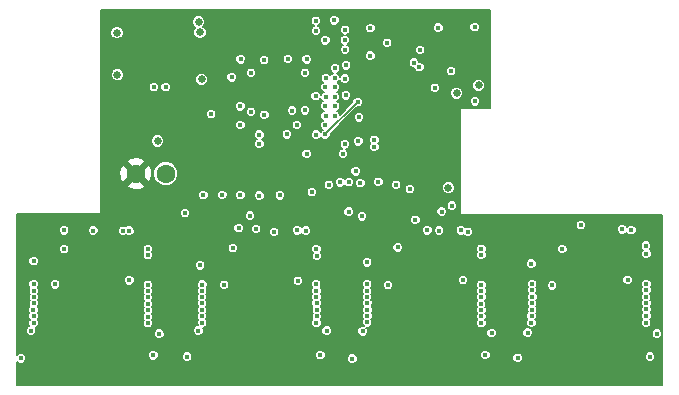
<source format=gbr>
G04 #@! TF.FileFunction,Copper,L2,Inr,Mixed*
%FSLAX45Y45*%
G04 Gerber Fmt 4.5, Leading zero omitted, Abs format (unit mm)*
G04 Created by KiCad (PCBNEW 0.201509251832+6217~30~ubuntu14.04.1-product) date Fri 30 Oct 2015 01:43:29 PM EDT*
%MOMM*%
G01*
G04 APERTURE LIST*
%ADD10C,0.127000*%
%ADD11C,1.600200*%
%ADD12C,0.406400*%
%ADD13C,0.635000*%
G04 APERTURE END LIST*
D10*
D11*
X12456922Y-9391650D03*
X12710922Y-9391650D03*
D12*
X14595856Y-9315958D03*
X14831060Y-9289288D03*
X14659356Y-8937752D03*
X14696440Y-8452104D03*
X14563344Y-8535416D03*
X14553184Y-8692896D03*
X15433548Y-8327136D03*
X13444728Y-8431530D03*
X11589258Y-9973564D03*
X11590782Y-10037826D03*
X12692888Y-10948416D03*
X13005308Y-10246868D03*
X13725144Y-9861296D03*
X13051536Y-9981184D03*
X13017500Y-10069576D03*
X14106652Y-10939780D03*
X14418056Y-9986772D03*
X14417548Y-10060940D03*
X15114524Y-9275572D03*
X15124684Y-9872472D03*
X15807436Y-9998964D03*
X15805912Y-10071608D03*
X16886428Y-10986516D03*
X16495268Y-9861296D03*
X16780002Y-10154158D03*
X15191740Y-8584184D03*
D13*
X12658090Y-8426958D03*
X12657582Y-8173974D03*
X12659106Y-8539734D03*
D12*
X15968980Y-10243566D03*
X14572996Y-10248900D03*
X13177012Y-10244836D03*
X11749786Y-10239502D03*
X11593576Y-10233406D03*
X16216376Y-10433304D03*
D13*
X12829540Y-8823960D03*
D12*
X14514068Y-8941308D03*
X13901928Y-8735568D03*
X14930628Y-8806180D03*
X14988032Y-8886952D03*
X15002256Y-8753348D03*
X14664690Y-8690610D03*
X15193010Y-8197850D03*
X13423900Y-8341360D03*
X13342620Y-8656320D03*
D13*
X12488418Y-8941816D03*
X12830048Y-8941816D03*
D12*
X12886182Y-9085326D03*
X13206730Y-9328150D03*
X13096240Y-9182100D03*
X13528040Y-9382760D03*
X13421360Y-9141460D03*
X13423900Y-8981440D03*
D13*
X12388342Y-9090406D03*
X12658090Y-8092186D03*
X12817602Y-9234170D03*
D12*
X13983208Y-8419592D03*
X13982700Y-8338820D03*
X13822680Y-8420100D03*
X13624560Y-8432800D03*
X13597890Y-8589010D03*
X13534390Y-8639810D03*
X13597890Y-8754110D03*
X13342620Y-8740140D03*
X13906500Y-8978900D03*
X13712190Y-8601710D03*
X13712190Y-8754110D03*
X13978890Y-8589010D03*
X13775690Y-8639810D03*
X13180060Y-8178800D03*
X13662660Y-8900160D03*
D13*
X12488418Y-8826246D03*
D12*
X13575030Y-9231630D03*
X13985240Y-9230360D03*
X15968726Y-10184384D03*
X16627856Y-10170414D03*
X16367506Y-10275824D03*
X15776956Y-10938764D03*
X15507462Y-10929874D03*
X14827250Y-10421366D03*
X14382750Y-10936986D03*
X12009882Y-10421874D03*
X11571732Y-10927334D03*
X13440664Y-10420096D03*
X12986004Y-10930636D03*
X13175996Y-10185146D03*
X13829792Y-10187686D03*
X13566394Y-10291826D03*
X13829284Y-10131298D03*
X15812770Y-10230358D03*
X12139422Y-10292334D03*
X14965680Y-10294366D03*
X12402820Y-10185654D03*
X12402820Y-10132314D03*
X11748516Y-10184638D03*
X15226538Y-10182352D03*
X15227554Y-10127488D03*
X14572234Y-10185908D03*
X14416786Y-10237216D03*
X12321540Y-10043922D03*
X11703304Y-9817354D03*
X14419326Y-9869932D03*
X14717268Y-9047988D03*
X15261590Y-8811260D03*
D13*
X12284202Y-8916670D03*
D12*
X13744448Y-8420100D03*
X13279120Y-10021570D03*
X13001244Y-10167366D03*
X13823188Y-9872218D03*
X13895832Y-9873234D03*
X14415262Y-10142728D03*
X15208504Y-9870948D03*
X15268956Y-9884156D03*
X15806928Y-10153650D03*
X14443964Y-8158988D03*
X14989556Y-8665464D03*
X14229080Y-8173720D03*
X13343890Y-8423910D03*
X13267690Y-8576310D03*
D13*
X12297918Y-8199374D03*
D12*
X13342620Y-8821420D03*
X13342620Y-8978900D03*
X13736320Y-9057640D03*
X13820140Y-8978900D03*
X13982700Y-8181340D03*
X13889990Y-8538210D03*
X14211300Y-9222740D03*
X13980160Y-8735060D03*
X14443202Y-8391906D03*
X13502640Y-9138920D03*
X13545820Y-8892540D03*
X15018258Y-8155178D03*
X14319250Y-9371330D03*
X16651986Y-9869424D03*
X16577056Y-9863074D03*
X16778986Y-10067544D03*
X16775176Y-10001504D03*
X16069056Y-10029444D03*
X13986256Y-10030714D03*
X13989812Y-10087102D03*
X12558776Y-10031222D03*
X12402820Y-9874250D03*
X12351512Y-9874758D03*
X12558776Y-10080498D03*
X11851132Y-10030714D03*
X11591544Y-10132314D03*
X15383002Y-10078720D03*
X15382494Y-10027920D03*
X14674850Y-10016236D03*
X11850624Y-9871202D03*
D13*
X12299442Y-8554974D03*
X15103602Y-9511030D03*
D12*
X12609068Y-8658860D03*
X12710160Y-8658860D03*
D13*
X12642342Y-9114790D03*
D12*
X15326360Y-8150860D03*
D13*
X15173960Y-8709660D03*
X15358872Y-8642604D03*
D12*
X13780008Y-8856472D03*
X13543280Y-8430260D03*
D13*
X13014198Y-8593074D03*
D12*
X13889990Y-8855710D03*
X13902690Y-8423910D03*
X13432790Y-8868410D03*
X13432790Y-8538210D03*
D13*
X12988290Y-8106410D03*
X13000990Y-8195310D03*
D12*
X14090904Y-9485884D03*
X14226540Y-9141460D03*
X15774670Y-10736326D03*
X16867886Y-10745978D03*
X16810990Y-10941304D03*
X12986512Y-10719308D03*
X14072870Y-10720070D03*
X14019784Y-10928096D03*
X15690088Y-10950448D03*
X12892278Y-10940542D03*
X14377924Y-10726674D03*
X15468854Y-10741914D03*
X15416530Y-10926826D03*
X11569446Y-10720578D03*
X12656820Y-10744962D03*
X12605512Y-10929874D03*
X14290548Y-10957052D03*
X11484102Y-10954512D03*
X13095224Y-8887460D03*
X14857984Y-8490204D03*
X14347190Y-8914130D03*
X14585696Y-8282940D03*
X14476730Y-9163050D03*
X14144752Y-8819896D03*
X14334744Y-8785860D03*
X14061440Y-9058910D03*
X14226540Y-8260080D03*
X14810994Y-8450580D03*
X14865350Y-8343900D03*
X15328900Y-8779256D03*
X16777716Y-10651744D03*
X16780256Y-10595864D03*
X16780256Y-10541254D03*
X16780256Y-10486644D03*
X16777716Y-10432034D03*
X16778986Y-10378694D03*
X16778986Y-10325354D03*
X16620236Y-10291064D03*
X15981426Y-10338054D03*
X15812516Y-10325354D03*
X15811246Y-10378694D03*
X15813786Y-10432034D03*
X15812516Y-10486644D03*
X15812516Y-10542524D03*
X15807436Y-10595864D03*
X15806166Y-10653014D03*
X13986764Y-10653776D03*
X13990574Y-10600436D03*
X13989304Y-10543286D03*
X13988034Y-10488676D03*
X13986764Y-10435336D03*
X13986764Y-10380726D03*
X13984224Y-10326116D03*
X13829284Y-10299446D03*
X13204444Y-10333228D03*
X13020294Y-10329926D03*
X13019024Y-10383266D03*
X13016484Y-10436606D03*
X13019024Y-10489946D03*
X13019024Y-10544556D03*
X13016484Y-10597896D03*
X13019024Y-10652506D03*
X14777974Y-9521952D03*
X14066520Y-8581136D03*
X14661642Y-9485376D03*
X14237716Y-8473440D03*
X14225524Y-8587232D03*
X14260576Y-9463532D03*
X14144244Y-8498840D03*
X14511528Y-9460484D03*
X14063472Y-8740648D03*
X14142720Y-8900160D03*
X13502640Y-9576308D03*
X14236192Y-8728964D03*
X13946886Y-9547860D03*
X14141704Y-8739124D03*
X13677138Y-9575292D03*
X14062964Y-8657844D03*
X13029692Y-9572752D03*
X15382240Y-10656316D03*
X15382240Y-10600436D03*
X15382240Y-10545826D03*
X15380970Y-10492486D03*
X15382240Y-10439146D03*
X15383510Y-10385806D03*
X15383510Y-10332466D03*
X15227300Y-10293096D03*
X14592300Y-10334752D03*
X14415770Y-10328656D03*
X14415770Y-10381996D03*
X14414500Y-10435336D03*
X14417040Y-10488676D03*
X14417040Y-10542016D03*
X14417040Y-10595356D03*
X14415770Y-10649966D03*
X12558522Y-10656824D03*
X12559792Y-10600944D03*
X12561062Y-10547604D03*
X12559792Y-10492994D03*
X12558522Y-10439654D03*
X12559792Y-10386314D03*
X12558522Y-10332974D03*
X12402312Y-10294874D03*
X11773916Y-10329164D03*
X11592052Y-10329164D03*
X11593322Y-10382504D03*
X11593322Y-10435844D03*
X11593322Y-10489184D03*
X11589512Y-10543794D03*
X11592052Y-10598404D03*
X11592052Y-10655554D03*
X14143736Y-8658352D03*
X14189456Y-9464040D03*
X14142212Y-8581136D03*
X14357604Y-9471152D03*
X14064488Y-8901176D03*
X13343128Y-9572752D03*
X14062710Y-8817610D03*
X13189458Y-9571482D03*
X13902690Y-9224010D03*
X13983970Y-9061450D03*
X13503402Y-9060688D03*
X14476730Y-9104630D03*
X15127224Y-8522716D03*
X14342110Y-9117330D03*
X14062710Y-8982710D03*
X14229080Y-8340090D03*
X14062710Y-8262620D03*
X13981430Y-8097520D03*
X14137640Y-8093710D03*
X15025116Y-9872472D03*
X15132558Y-9662160D03*
X14925294Y-9871710D03*
X15047214Y-9711690D03*
X14259052Y-9712452D03*
X16225520Y-9826752D03*
X14371828Y-9752584D03*
X14824710Y-9782556D03*
X13628370Y-9885426D03*
X13424154Y-9747504D03*
X12097512Y-9872472D03*
X13476224Y-9859772D03*
X13328142Y-9852660D03*
X12873990Y-9726168D03*
D10*
X14061440Y-9058910D02*
X14328648Y-8791702D01*
G36*
X15455392Y-8831326D02*
X15209774Y-8831326D01*
X15207303Y-8831826D01*
X15205222Y-8833248D01*
X15203858Y-8835368D01*
X15203424Y-8837676D01*
X15203424Y-9733026D01*
X15203924Y-9735497D01*
X15205346Y-9737578D01*
X15207466Y-9738942D01*
X15209774Y-9739376D01*
X16913098Y-9739376D01*
X16913098Y-11179048D01*
X11450574Y-11179048D01*
X11450574Y-10983842D01*
X11458890Y-10992173D01*
X11475222Y-10998954D01*
X11492905Y-10998970D01*
X11509248Y-10992217D01*
X11521763Y-10979724D01*
X11528544Y-10963392D01*
X11528560Y-10945709D01*
X11525654Y-10938677D01*
X12561054Y-10938677D01*
X12567807Y-10955020D01*
X12580300Y-10967535D01*
X12596632Y-10974316D01*
X12614315Y-10974332D01*
X12630658Y-10967579D01*
X12643173Y-10955086D01*
X12645557Y-10949345D01*
X12847820Y-10949345D01*
X12854573Y-10965688D01*
X12867066Y-10978203D01*
X12883398Y-10984984D01*
X12901081Y-10985000D01*
X12917424Y-10978247D01*
X12929939Y-10965754D01*
X12936720Y-10949422D01*
X12936731Y-10936899D01*
X13975326Y-10936899D01*
X13982079Y-10953242D01*
X13994572Y-10965757D01*
X14010904Y-10972538D01*
X14028587Y-10972554D01*
X14044799Y-10965855D01*
X14246090Y-10965855D01*
X14252843Y-10982198D01*
X14265336Y-10994713D01*
X14281668Y-11001494D01*
X14299351Y-11001510D01*
X14315694Y-10994757D01*
X14328209Y-10982264D01*
X14334990Y-10965932D01*
X14335006Y-10948249D01*
X14329791Y-10935629D01*
X15372072Y-10935629D01*
X15378825Y-10951972D01*
X15391318Y-10964487D01*
X15407650Y-10971268D01*
X15425333Y-10971284D01*
X15441676Y-10964531D01*
X15446965Y-10959251D01*
X15645630Y-10959251D01*
X15652383Y-10975594D01*
X15664876Y-10988109D01*
X15681208Y-10994890D01*
X15698891Y-10994906D01*
X15715234Y-10988153D01*
X15727749Y-10975660D01*
X15734530Y-10959328D01*
X15734538Y-10950107D01*
X16766532Y-10950107D01*
X16773285Y-10966450D01*
X16785778Y-10978965D01*
X16802110Y-10985746D01*
X16819793Y-10985762D01*
X16836136Y-10979009D01*
X16848651Y-10966516D01*
X16855432Y-10950184D01*
X16855448Y-10932501D01*
X16848695Y-10916158D01*
X16836202Y-10903643D01*
X16819870Y-10896862D01*
X16802187Y-10896846D01*
X16785844Y-10903599D01*
X16773329Y-10916092D01*
X16766548Y-10932424D01*
X16766532Y-10950107D01*
X15734538Y-10950107D01*
X15734546Y-10941645D01*
X15727793Y-10925302D01*
X15715300Y-10912787D01*
X15698968Y-10906006D01*
X15681285Y-10905990D01*
X15664942Y-10912743D01*
X15652427Y-10925236D01*
X15645646Y-10941568D01*
X15645630Y-10959251D01*
X15446965Y-10959251D01*
X15454191Y-10952038D01*
X15460972Y-10935706D01*
X15460988Y-10918023D01*
X15454235Y-10901680D01*
X15441742Y-10889165D01*
X15425410Y-10882384D01*
X15407727Y-10882368D01*
X15391384Y-10889121D01*
X15378869Y-10901614D01*
X15372088Y-10917946D01*
X15372072Y-10935629D01*
X14329791Y-10935629D01*
X14328253Y-10931906D01*
X14315760Y-10919391D01*
X14299428Y-10912610D01*
X14281745Y-10912594D01*
X14265402Y-10919347D01*
X14252887Y-10931840D01*
X14246106Y-10948172D01*
X14246090Y-10965855D01*
X14044799Y-10965855D01*
X14044930Y-10965801D01*
X14057445Y-10953308D01*
X14064226Y-10936976D01*
X14064242Y-10919293D01*
X14057489Y-10902950D01*
X14044996Y-10890435D01*
X14028664Y-10883654D01*
X14010981Y-10883638D01*
X13994638Y-10890391D01*
X13982123Y-10902884D01*
X13975342Y-10919216D01*
X13975326Y-10936899D01*
X12936731Y-10936899D01*
X12936736Y-10931739D01*
X12929983Y-10915396D01*
X12917490Y-10902881D01*
X12901158Y-10896100D01*
X12883475Y-10896084D01*
X12867132Y-10902837D01*
X12854617Y-10915330D01*
X12847836Y-10931662D01*
X12847820Y-10949345D01*
X12645557Y-10949345D01*
X12649954Y-10938754D01*
X12649970Y-10921071D01*
X12643217Y-10904728D01*
X12630724Y-10892213D01*
X12614392Y-10885432D01*
X12596709Y-10885416D01*
X12580366Y-10892169D01*
X12567851Y-10904662D01*
X12561070Y-10920994D01*
X12561054Y-10938677D01*
X11525654Y-10938677D01*
X11521807Y-10929366D01*
X11509314Y-10916851D01*
X11492982Y-10910070D01*
X11475299Y-10910054D01*
X11458956Y-10916807D01*
X11450574Y-10925175D01*
X11450574Y-10729381D01*
X11524988Y-10729381D01*
X11531741Y-10745724D01*
X11544234Y-10758239D01*
X11560566Y-10765020D01*
X11578249Y-10765036D01*
X11594592Y-10758283D01*
X11599118Y-10753765D01*
X12612362Y-10753765D01*
X12619115Y-10770108D01*
X12631608Y-10782623D01*
X12647940Y-10789404D01*
X12665623Y-10789420D01*
X12681966Y-10782667D01*
X12694481Y-10770174D01*
X12701262Y-10753842D01*
X12701278Y-10736159D01*
X12697952Y-10728111D01*
X12942054Y-10728111D01*
X12948807Y-10744454D01*
X12961300Y-10756969D01*
X12977632Y-10763750D01*
X12995315Y-10763766D01*
X13011658Y-10757013D01*
X13024173Y-10744520D01*
X13030670Y-10728873D01*
X14028412Y-10728873D01*
X14035165Y-10745216D01*
X14047658Y-10757731D01*
X14063990Y-10764512D01*
X14081673Y-10764528D01*
X14098016Y-10757775D01*
X14110531Y-10745282D01*
X14114602Y-10735477D01*
X14333466Y-10735477D01*
X14340219Y-10751820D01*
X14352712Y-10764335D01*
X14369044Y-10771116D01*
X14386727Y-10771132D01*
X14403070Y-10764379D01*
X14415585Y-10751886D01*
X14416070Y-10750717D01*
X15424396Y-10750717D01*
X15431149Y-10767060D01*
X15443642Y-10779575D01*
X15459974Y-10786356D01*
X15477657Y-10786372D01*
X15494000Y-10779619D01*
X15506515Y-10767126D01*
X15513296Y-10750794D01*
X15513301Y-10745129D01*
X15730212Y-10745129D01*
X15736965Y-10761472D01*
X15749458Y-10773987D01*
X15765790Y-10780768D01*
X15783473Y-10780784D01*
X15799816Y-10774031D01*
X15812331Y-10761538D01*
X15815136Y-10754781D01*
X16823428Y-10754781D01*
X16830181Y-10771124D01*
X16842674Y-10783639D01*
X16859006Y-10790420D01*
X16876689Y-10790436D01*
X16893032Y-10783683D01*
X16905547Y-10771190D01*
X16912328Y-10754858D01*
X16912344Y-10737175D01*
X16905591Y-10720832D01*
X16893098Y-10708317D01*
X16876766Y-10701536D01*
X16859083Y-10701520D01*
X16842740Y-10708273D01*
X16830225Y-10720766D01*
X16823444Y-10737098D01*
X16823428Y-10754781D01*
X15815136Y-10754781D01*
X15819112Y-10745206D01*
X15819128Y-10727523D01*
X15812375Y-10711180D01*
X15799882Y-10698665D01*
X15783550Y-10691884D01*
X15765867Y-10691868D01*
X15749524Y-10698621D01*
X15737009Y-10711114D01*
X15730228Y-10727446D01*
X15730212Y-10745129D01*
X15513301Y-10745129D01*
X15513312Y-10733111D01*
X15506559Y-10716768D01*
X15494066Y-10704253D01*
X15477734Y-10697472D01*
X15460051Y-10697456D01*
X15443708Y-10704209D01*
X15431193Y-10716702D01*
X15424412Y-10733034D01*
X15424396Y-10750717D01*
X14416070Y-10750717D01*
X14422366Y-10735554D01*
X14422382Y-10717871D01*
X14415629Y-10701528D01*
X14408523Y-10694410D01*
X14424573Y-10694424D01*
X14440916Y-10687671D01*
X14453431Y-10675178D01*
X14460212Y-10658846D01*
X14460228Y-10641163D01*
X14453475Y-10624820D01*
X14451961Y-10623303D01*
X14454701Y-10620568D01*
X14461482Y-10604236D01*
X14461498Y-10586553D01*
X14454745Y-10570210D01*
X14453232Y-10568694D01*
X14454701Y-10567228D01*
X14461482Y-10550896D01*
X14461498Y-10533213D01*
X14454745Y-10516870D01*
X14453232Y-10515354D01*
X14454701Y-10513888D01*
X14459932Y-10501289D01*
X15336512Y-10501289D01*
X15343265Y-10517632D01*
X15345412Y-10519783D01*
X15344579Y-10520614D01*
X15337798Y-10536946D01*
X15337782Y-10554629D01*
X15344535Y-10570972D01*
X15346683Y-10573124D01*
X15344579Y-10575224D01*
X15337798Y-10591556D01*
X15337782Y-10609239D01*
X15344535Y-10625582D01*
X15347318Y-10628370D01*
X15344579Y-10631104D01*
X15337798Y-10647436D01*
X15337782Y-10665119D01*
X15344535Y-10681462D01*
X15357028Y-10693977D01*
X15373360Y-10700758D01*
X15391043Y-10700774D01*
X15407386Y-10694021D01*
X15419901Y-10681528D01*
X15426682Y-10665196D01*
X15426685Y-10661817D01*
X15761708Y-10661817D01*
X15768461Y-10678160D01*
X15780954Y-10690675D01*
X15797286Y-10697456D01*
X15814969Y-10697472D01*
X15831312Y-10690719D01*
X15843827Y-10678226D01*
X15850608Y-10661894D01*
X15850624Y-10644211D01*
X15843871Y-10627868D01*
X15841087Y-10625079D01*
X15845097Y-10621076D01*
X15851878Y-10604744D01*
X15851894Y-10587061D01*
X15845739Y-10572166D01*
X15850177Y-10567736D01*
X15856958Y-10551404D01*
X15856974Y-10533721D01*
X15850221Y-10517378D01*
X15847438Y-10514590D01*
X15850177Y-10511856D01*
X15856958Y-10495524D01*
X15856974Y-10477841D01*
X15850221Y-10461498D01*
X15848707Y-10459981D01*
X15851447Y-10457246D01*
X15858228Y-10440914D01*
X15858228Y-10440837D01*
X16733258Y-10440837D01*
X16740011Y-10457180D01*
X16743427Y-10460602D01*
X16742595Y-10461432D01*
X16735814Y-10477764D01*
X16735798Y-10495447D01*
X16742551Y-10511790D01*
X16744699Y-10513942D01*
X16742595Y-10516042D01*
X16735814Y-10532374D01*
X16735798Y-10550057D01*
X16742551Y-10566400D01*
X16744699Y-10568552D01*
X16742595Y-10570652D01*
X16735814Y-10586984D01*
X16735798Y-10604667D01*
X16742551Y-10621010D01*
X16744066Y-10622528D01*
X16740055Y-10626532D01*
X16733274Y-10642864D01*
X16733258Y-10660547D01*
X16740011Y-10676890D01*
X16752504Y-10689405D01*
X16768836Y-10696186D01*
X16786519Y-10696202D01*
X16802862Y-10689449D01*
X16815377Y-10676956D01*
X16822158Y-10660624D01*
X16822174Y-10642941D01*
X16815421Y-10626598D01*
X16813906Y-10625080D01*
X16817917Y-10621076D01*
X16824698Y-10604744D01*
X16824714Y-10587061D01*
X16817961Y-10570718D01*
X16815813Y-10568566D01*
X16817917Y-10566466D01*
X16824698Y-10550134D01*
X16824714Y-10532451D01*
X16817961Y-10516108D01*
X16815813Y-10513956D01*
X16817917Y-10511856D01*
X16824698Y-10495524D01*
X16824714Y-10477841D01*
X16817961Y-10461498D01*
X16814545Y-10458076D01*
X16815377Y-10457246D01*
X16822158Y-10440914D01*
X16822174Y-10423231D01*
X16815421Y-10406888D01*
X16814542Y-10406007D01*
X16816647Y-10403906D01*
X16823428Y-10387574D01*
X16823444Y-10369891D01*
X16816691Y-10353548D01*
X16815178Y-10352032D01*
X16816647Y-10350566D01*
X16823428Y-10334234D01*
X16823444Y-10316551D01*
X16816691Y-10300208D01*
X16804198Y-10287693D01*
X16787866Y-10280912D01*
X16770183Y-10280896D01*
X16753840Y-10287649D01*
X16741325Y-10300142D01*
X16734544Y-10316474D01*
X16734528Y-10334157D01*
X16741281Y-10350500D01*
X16742794Y-10352016D01*
X16741325Y-10353482D01*
X16734544Y-10369814D01*
X16734528Y-10387497D01*
X16741281Y-10403840D01*
X16742160Y-10404721D01*
X16740055Y-10406822D01*
X16733274Y-10423154D01*
X16733258Y-10440837D01*
X15858228Y-10440837D01*
X15858244Y-10423231D01*
X15851491Y-10406888D01*
X15848710Y-10404102D01*
X15848907Y-10403906D01*
X15855688Y-10387574D01*
X15855704Y-10369891D01*
X15848951Y-10353548D01*
X15848072Y-10352667D01*
X15850177Y-10350566D01*
X15851717Y-10346857D01*
X15936968Y-10346857D01*
X15943721Y-10363200D01*
X15956214Y-10375715D01*
X15972546Y-10382496D01*
X15990229Y-10382512D01*
X16006572Y-10375759D01*
X16019087Y-10363266D01*
X16025868Y-10346934D01*
X16025884Y-10329251D01*
X16019131Y-10312908D01*
X16006638Y-10300393D01*
X16005371Y-10299867D01*
X16575778Y-10299867D01*
X16582531Y-10316210D01*
X16595024Y-10328725D01*
X16611356Y-10335506D01*
X16629039Y-10335522D01*
X16645382Y-10328769D01*
X16657897Y-10316276D01*
X16664678Y-10299944D01*
X16664694Y-10282261D01*
X16657941Y-10265918D01*
X16645448Y-10253403D01*
X16629116Y-10246622D01*
X16611433Y-10246606D01*
X16595090Y-10253359D01*
X16582575Y-10265852D01*
X16575794Y-10282184D01*
X16575778Y-10299867D01*
X16005371Y-10299867D01*
X15990306Y-10293612D01*
X15972623Y-10293596D01*
X15956280Y-10300349D01*
X15943765Y-10312842D01*
X15936984Y-10329174D01*
X15936968Y-10346857D01*
X15851717Y-10346857D01*
X15856958Y-10334234D01*
X15856974Y-10316551D01*
X15850221Y-10300208D01*
X15837728Y-10287693D01*
X15821396Y-10280912D01*
X15803713Y-10280896D01*
X15787370Y-10287649D01*
X15774855Y-10300142D01*
X15768074Y-10316474D01*
X15768058Y-10334157D01*
X15774811Y-10350500D01*
X15775690Y-10351381D01*
X15773585Y-10353482D01*
X15766804Y-10369814D01*
X15766788Y-10387497D01*
X15773541Y-10403840D01*
X15776322Y-10406626D01*
X15776125Y-10406822D01*
X15769344Y-10423154D01*
X15769328Y-10440837D01*
X15776081Y-10457180D01*
X15777595Y-10458697D01*
X15774855Y-10461432D01*
X15768074Y-10477764D01*
X15768058Y-10495447D01*
X15774811Y-10511790D01*
X15777594Y-10514578D01*
X15774855Y-10517312D01*
X15768074Y-10533644D01*
X15768058Y-10551327D01*
X15774213Y-10566222D01*
X15769775Y-10570652D01*
X15762994Y-10586984D01*
X15762978Y-10604667D01*
X15769731Y-10621010D01*
X15772515Y-10623799D01*
X15768505Y-10627802D01*
X15761724Y-10644134D01*
X15761708Y-10661817D01*
X15426685Y-10661817D01*
X15426698Y-10647513D01*
X15419945Y-10631170D01*
X15417162Y-10628382D01*
X15419901Y-10625648D01*
X15426682Y-10609316D01*
X15426698Y-10591633D01*
X15419945Y-10575290D01*
X15417797Y-10573138D01*
X15419901Y-10571038D01*
X15426682Y-10554706D01*
X15426698Y-10537023D01*
X15419945Y-10520680D01*
X15417798Y-10518529D01*
X15418631Y-10517698D01*
X15425412Y-10501366D01*
X15425428Y-10483683D01*
X15418675Y-10467340D01*
X15417796Y-10466459D01*
X15419901Y-10464358D01*
X15426682Y-10448026D01*
X15426698Y-10430343D01*
X15419945Y-10414000D01*
X15419066Y-10413119D01*
X15421171Y-10411018D01*
X15427952Y-10394686D01*
X15427968Y-10377003D01*
X15421215Y-10360660D01*
X15419702Y-10359144D01*
X15421171Y-10357678D01*
X15427952Y-10341346D01*
X15427968Y-10323663D01*
X15421215Y-10307320D01*
X15408722Y-10294805D01*
X15392390Y-10288024D01*
X15374707Y-10288008D01*
X15358364Y-10294761D01*
X15345849Y-10307254D01*
X15339068Y-10323586D01*
X15339052Y-10341269D01*
X15345805Y-10357612D01*
X15347318Y-10359128D01*
X15345849Y-10360594D01*
X15339068Y-10376926D01*
X15339052Y-10394609D01*
X15345805Y-10410952D01*
X15346684Y-10411833D01*
X15344579Y-10413934D01*
X15337798Y-10430266D01*
X15337782Y-10447949D01*
X15344535Y-10464292D01*
X15345414Y-10465173D01*
X15343309Y-10467274D01*
X15336528Y-10483606D01*
X15336512Y-10501289D01*
X14459932Y-10501289D01*
X14461482Y-10497556D01*
X14461498Y-10479873D01*
X14454745Y-10463530D01*
X14451964Y-10460744D01*
X14452161Y-10460548D01*
X14458942Y-10444216D01*
X14458958Y-10426533D01*
X14452205Y-10410190D01*
X14451326Y-10409309D01*
X14453431Y-10407208D01*
X14460212Y-10390876D01*
X14460228Y-10373193D01*
X14453475Y-10356850D01*
X14451962Y-10355334D01*
X14453431Y-10353868D01*
X14457713Y-10343555D01*
X14547842Y-10343555D01*
X14554595Y-10359898D01*
X14567088Y-10372413D01*
X14583420Y-10379194D01*
X14601103Y-10379210D01*
X14617446Y-10372457D01*
X14629961Y-10359964D01*
X14636742Y-10343632D01*
X14636758Y-10325949D01*
X14630005Y-10309606D01*
X14622311Y-10301899D01*
X15182842Y-10301899D01*
X15189595Y-10318242D01*
X15202088Y-10330757D01*
X15218420Y-10337538D01*
X15236103Y-10337554D01*
X15252446Y-10330801D01*
X15264961Y-10318308D01*
X15271742Y-10301976D01*
X15271758Y-10284293D01*
X15265005Y-10267950D01*
X15252512Y-10255435D01*
X15236180Y-10248654D01*
X15218497Y-10248638D01*
X15202154Y-10255391D01*
X15189639Y-10267884D01*
X15182858Y-10284216D01*
X15182842Y-10301899D01*
X14622311Y-10301899D01*
X14617512Y-10297091D01*
X14601180Y-10290310D01*
X14583497Y-10290294D01*
X14567154Y-10297047D01*
X14554639Y-10309540D01*
X14547858Y-10325872D01*
X14547842Y-10343555D01*
X14457713Y-10343555D01*
X14460212Y-10337536D01*
X14460228Y-10319853D01*
X14453475Y-10303510D01*
X14440982Y-10290995D01*
X14424650Y-10284214D01*
X14406967Y-10284198D01*
X14390624Y-10290951D01*
X14378109Y-10303444D01*
X14371328Y-10319776D01*
X14371312Y-10337459D01*
X14378065Y-10353802D01*
X14379578Y-10355318D01*
X14378109Y-10356784D01*
X14371328Y-10373116D01*
X14371312Y-10390799D01*
X14378065Y-10407142D01*
X14378944Y-10408023D01*
X14376839Y-10410124D01*
X14370058Y-10426456D01*
X14370042Y-10444139D01*
X14376795Y-10460482D01*
X14379576Y-10463268D01*
X14379379Y-10463464D01*
X14372598Y-10479796D01*
X14372582Y-10497479D01*
X14379335Y-10513822D01*
X14380848Y-10515338D01*
X14379379Y-10516804D01*
X14372598Y-10533136D01*
X14372582Y-10550819D01*
X14379335Y-10567162D01*
X14380848Y-10568678D01*
X14379379Y-10570144D01*
X14372598Y-10586476D01*
X14372582Y-10604159D01*
X14379335Y-10620502D01*
X14380849Y-10622019D01*
X14378109Y-10624754D01*
X14371328Y-10641086D01*
X14371312Y-10658769D01*
X14378065Y-10675112D01*
X14385171Y-10682230D01*
X14369121Y-10682216D01*
X14352778Y-10688969D01*
X14340263Y-10701462D01*
X14333482Y-10717794D01*
X14333466Y-10735477D01*
X14114602Y-10735477D01*
X14117312Y-10728950D01*
X14117328Y-10711267D01*
X14110575Y-10694924D01*
X14098082Y-10682409D01*
X14081750Y-10675628D01*
X14064067Y-10675612D01*
X14047724Y-10682365D01*
X14035209Y-10694858D01*
X14028428Y-10711190D01*
X14028412Y-10728873D01*
X13030670Y-10728873D01*
X13030954Y-10728188D01*
X13030970Y-10710505D01*
X13025374Y-10696962D01*
X13027827Y-10696964D01*
X13044170Y-10690211D01*
X13056685Y-10677718D01*
X13063466Y-10661386D01*
X13063482Y-10643703D01*
X13056729Y-10627360D01*
X13053313Y-10623938D01*
X13054145Y-10623108D01*
X13060926Y-10606776D01*
X13060942Y-10589093D01*
X13054189Y-10572750D01*
X13053944Y-10572504D01*
X13056685Y-10569768D01*
X13063466Y-10553436D01*
X13063482Y-10535753D01*
X13056729Y-10519410D01*
X13054581Y-10517258D01*
X13056685Y-10515158D01*
X13063466Y-10498826D01*
X13063482Y-10481143D01*
X13056729Y-10464800D01*
X13053948Y-10462014D01*
X13054145Y-10461818D01*
X13060926Y-10445486D01*
X13060942Y-10427803D01*
X13054189Y-10411460D01*
X13053944Y-10411214D01*
X13056685Y-10408478D01*
X13063466Y-10392146D01*
X13063482Y-10374463D01*
X13056729Y-10358120D01*
X13055850Y-10357239D01*
X13057955Y-10355138D01*
X13063397Y-10342031D01*
X13159986Y-10342031D01*
X13166739Y-10358374D01*
X13179232Y-10370889D01*
X13195564Y-10377670D01*
X13213247Y-10377686D01*
X13229590Y-10370933D01*
X13242105Y-10358440D01*
X13248886Y-10342108D01*
X13248902Y-10324425D01*
X13242218Y-10308249D01*
X13784826Y-10308249D01*
X13791579Y-10324592D01*
X13804072Y-10337107D01*
X13820404Y-10343888D01*
X13838087Y-10343904D01*
X13854430Y-10337151D01*
X13856666Y-10334919D01*
X13939766Y-10334919D01*
X13946519Y-10351262D01*
X13949935Y-10354684D01*
X13949103Y-10355514D01*
X13942322Y-10371846D01*
X13942306Y-10389529D01*
X13949059Y-10405872D01*
X13951207Y-10408024D01*
X13949103Y-10410124D01*
X13942322Y-10426456D01*
X13942306Y-10444139D01*
X13949059Y-10460482D01*
X13951206Y-10462633D01*
X13950373Y-10463464D01*
X13943592Y-10479796D01*
X13943576Y-10497479D01*
X13950329Y-10513822D01*
X13953111Y-10516609D01*
X13951643Y-10518074D01*
X13944862Y-10534406D01*
X13944846Y-10552089D01*
X13951599Y-10568432D01*
X13955651Y-10572491D01*
X13952913Y-10575224D01*
X13946132Y-10591556D01*
X13946116Y-10609239D01*
X13952642Y-10625032D01*
X13949103Y-10628564D01*
X13942322Y-10644896D01*
X13942306Y-10662579D01*
X13949059Y-10678922D01*
X13961552Y-10691437D01*
X13977884Y-10698218D01*
X13995567Y-10698234D01*
X14011910Y-10691481D01*
X14024425Y-10678988D01*
X14031206Y-10662656D01*
X14031222Y-10644973D01*
X14024696Y-10629180D01*
X14028235Y-10625648D01*
X14035016Y-10609316D01*
X14035032Y-10591633D01*
X14028279Y-10575290D01*
X14024227Y-10571231D01*
X14026965Y-10568498D01*
X14033746Y-10552166D01*
X14033762Y-10534483D01*
X14027009Y-10518140D01*
X14024227Y-10515353D01*
X14025695Y-10513888D01*
X14032476Y-10497556D01*
X14032492Y-10479873D01*
X14025739Y-10463530D01*
X14023592Y-10461379D01*
X14024425Y-10460548D01*
X14031206Y-10444216D01*
X14031222Y-10426533D01*
X14024469Y-10410190D01*
X14022321Y-10408038D01*
X14024425Y-10405938D01*
X14031206Y-10389606D01*
X14031222Y-10371923D01*
X14024469Y-10355580D01*
X14021053Y-10352158D01*
X14021885Y-10351328D01*
X14028666Y-10334996D01*
X14028682Y-10317313D01*
X14021929Y-10300970D01*
X14009436Y-10288455D01*
X13993104Y-10281674D01*
X13975421Y-10281658D01*
X13959078Y-10288411D01*
X13946563Y-10300904D01*
X13939782Y-10317236D01*
X13939766Y-10334919D01*
X13856666Y-10334919D01*
X13866945Y-10324658D01*
X13873726Y-10308326D01*
X13873742Y-10290643D01*
X13866989Y-10274300D01*
X13854496Y-10261785D01*
X13838164Y-10255004D01*
X13820481Y-10254988D01*
X13804138Y-10261741D01*
X13791623Y-10274234D01*
X13784842Y-10290566D01*
X13784826Y-10308249D01*
X13242218Y-10308249D01*
X13242149Y-10308082D01*
X13229656Y-10295567D01*
X13213324Y-10288786D01*
X13195641Y-10288770D01*
X13179298Y-10295523D01*
X13166783Y-10308016D01*
X13160002Y-10324348D01*
X13159986Y-10342031D01*
X13063397Y-10342031D01*
X13064736Y-10338806D01*
X13064752Y-10321123D01*
X13057999Y-10304780D01*
X13045506Y-10292265D01*
X13029174Y-10285484D01*
X13011491Y-10285468D01*
X12995148Y-10292221D01*
X12982633Y-10304714D01*
X12975852Y-10321046D01*
X12975836Y-10338729D01*
X12982589Y-10355072D01*
X12983468Y-10355953D01*
X12981363Y-10358054D01*
X12974582Y-10374386D01*
X12974566Y-10392069D01*
X12981319Y-10408412D01*
X12981564Y-10408658D01*
X12978823Y-10411394D01*
X12972042Y-10427726D01*
X12972026Y-10445409D01*
X12978779Y-10461752D01*
X12981560Y-10464538D01*
X12981363Y-10464734D01*
X12974582Y-10481066D01*
X12974566Y-10498749D01*
X12981319Y-10515092D01*
X12983467Y-10517244D01*
X12981363Y-10519344D01*
X12974582Y-10535676D01*
X12974566Y-10553359D01*
X12981319Y-10569702D01*
X12981564Y-10569948D01*
X12978823Y-10572684D01*
X12972042Y-10589016D01*
X12972026Y-10606699D01*
X12978779Y-10623042D01*
X12982195Y-10626464D01*
X12981363Y-10627294D01*
X12974582Y-10643626D01*
X12974566Y-10661309D01*
X12980162Y-10674853D01*
X12977709Y-10674850D01*
X12961366Y-10681603D01*
X12948851Y-10694096D01*
X12942070Y-10710428D01*
X12942054Y-10728111D01*
X12697952Y-10728111D01*
X12694525Y-10719816D01*
X12682032Y-10707301D01*
X12665700Y-10700520D01*
X12648017Y-10700504D01*
X12631674Y-10707257D01*
X12619159Y-10719750D01*
X12612378Y-10736082D01*
X12612362Y-10753765D01*
X11599118Y-10753765D01*
X11607107Y-10745790D01*
X11613888Y-10729458D01*
X11613904Y-10711775D01*
X11607849Y-10697122D01*
X11617198Y-10693259D01*
X11629713Y-10680766D01*
X11636494Y-10664434D01*
X11636510Y-10646751D01*
X11629757Y-10630408D01*
X11626339Y-10626984D01*
X11629713Y-10623616D01*
X11636494Y-10607284D01*
X11636510Y-10589601D01*
X11629757Y-10573258D01*
X11626341Y-10569836D01*
X11627173Y-10569006D01*
X11633954Y-10552674D01*
X11633970Y-10534991D01*
X11627217Y-10518648D01*
X11626970Y-10518401D01*
X11630983Y-10514396D01*
X11637764Y-10498064D01*
X11637780Y-10480381D01*
X11631027Y-10464038D01*
X11629514Y-10462522D01*
X11630983Y-10461056D01*
X11637764Y-10444724D01*
X11637780Y-10427041D01*
X11631027Y-10410698D01*
X11629514Y-10409182D01*
X11630983Y-10407716D01*
X11637764Y-10391384D01*
X11637780Y-10373701D01*
X11631027Y-10357358D01*
X11628880Y-10355207D01*
X11629713Y-10354376D01*
X11636494Y-10338044D01*
X11636494Y-10337967D01*
X11729458Y-10337967D01*
X11736211Y-10354310D01*
X11748704Y-10366825D01*
X11765036Y-10373606D01*
X11782719Y-10373622D01*
X11799062Y-10366869D01*
X11811577Y-10354376D01*
X11816808Y-10341777D01*
X12514064Y-10341777D01*
X12520817Y-10358120D01*
X12522964Y-10360271D01*
X12522131Y-10361102D01*
X12515350Y-10377434D01*
X12515334Y-10395117D01*
X12522087Y-10411460D01*
X12522966Y-10412341D01*
X12520861Y-10414442D01*
X12514080Y-10430774D01*
X12514064Y-10448457D01*
X12520817Y-10464800D01*
X12522964Y-10466951D01*
X12522131Y-10467782D01*
X12515350Y-10484114D01*
X12515334Y-10501797D01*
X12522087Y-10518140D01*
X12524869Y-10520927D01*
X12523401Y-10522392D01*
X12516620Y-10538724D01*
X12516604Y-10556407D01*
X12523357Y-10572750D01*
X12524236Y-10573631D01*
X12522131Y-10575732D01*
X12515350Y-10592064D01*
X12515334Y-10609747D01*
X12522087Y-10626090D01*
X12524236Y-10628243D01*
X12520861Y-10631612D01*
X12514080Y-10647944D01*
X12514064Y-10665627D01*
X12520817Y-10681970D01*
X12533310Y-10694485D01*
X12549642Y-10701266D01*
X12567325Y-10701282D01*
X12583668Y-10694529D01*
X12596183Y-10682036D01*
X12602964Y-10665704D01*
X12602980Y-10648021D01*
X12596227Y-10631678D01*
X12594078Y-10629525D01*
X12597453Y-10626156D01*
X12604234Y-10609824D01*
X12604250Y-10592141D01*
X12597497Y-10575798D01*
X12596618Y-10574917D01*
X12598723Y-10572816D01*
X12605504Y-10556484D01*
X12605520Y-10538801D01*
X12598767Y-10522458D01*
X12595985Y-10519671D01*
X12597453Y-10518206D01*
X12604234Y-10501874D01*
X12604250Y-10484191D01*
X12597497Y-10467848D01*
X12595350Y-10465697D01*
X12596183Y-10464866D01*
X12602964Y-10448534D01*
X12602980Y-10430851D01*
X12596227Y-10414508D01*
X12595348Y-10413627D01*
X12597453Y-10411526D01*
X12604234Y-10395194D01*
X12604250Y-10377511D01*
X12597497Y-10361168D01*
X12595350Y-10359017D01*
X12596183Y-10358186D01*
X12602964Y-10341854D01*
X12602980Y-10324171D01*
X12596227Y-10307828D01*
X12583734Y-10295313D01*
X12567402Y-10288532D01*
X12549719Y-10288516D01*
X12533376Y-10295269D01*
X12520861Y-10307762D01*
X12514080Y-10324094D01*
X12514064Y-10341777D01*
X11816808Y-10341777D01*
X11818358Y-10338044D01*
X11818374Y-10320361D01*
X11811621Y-10304018D01*
X11811280Y-10303677D01*
X12357854Y-10303677D01*
X12364607Y-10320020D01*
X12377100Y-10332535D01*
X12393432Y-10339316D01*
X12411115Y-10339332D01*
X12427458Y-10332579D01*
X12439973Y-10320086D01*
X12446754Y-10303754D01*
X12446770Y-10286071D01*
X12440017Y-10269728D01*
X12427524Y-10257213D01*
X12411192Y-10250432D01*
X12393509Y-10250416D01*
X12377166Y-10257169D01*
X12364651Y-10269662D01*
X12357870Y-10285994D01*
X12357854Y-10303677D01*
X11811280Y-10303677D01*
X11799128Y-10291503D01*
X11782796Y-10284722D01*
X11765113Y-10284706D01*
X11748770Y-10291459D01*
X11736255Y-10303952D01*
X11729474Y-10320284D01*
X11729458Y-10337967D01*
X11636494Y-10337967D01*
X11636510Y-10320361D01*
X11629757Y-10304018D01*
X11617264Y-10291503D01*
X11600932Y-10284722D01*
X11583249Y-10284706D01*
X11566906Y-10291459D01*
X11554391Y-10303952D01*
X11547610Y-10320284D01*
X11547594Y-10337967D01*
X11554347Y-10354310D01*
X11556494Y-10356461D01*
X11555661Y-10357292D01*
X11548880Y-10373624D01*
X11548864Y-10391307D01*
X11555617Y-10407650D01*
X11557130Y-10409166D01*
X11555661Y-10410632D01*
X11548880Y-10426964D01*
X11548864Y-10444647D01*
X11555617Y-10460990D01*
X11557130Y-10462506D01*
X11555661Y-10463972D01*
X11548880Y-10480304D01*
X11548864Y-10497987D01*
X11555617Y-10514330D01*
X11555863Y-10514577D01*
X11551851Y-10518582D01*
X11545070Y-10534914D01*
X11545054Y-10552597D01*
X11551807Y-10568940D01*
X11555223Y-10572362D01*
X11554391Y-10573192D01*
X11547610Y-10589524D01*
X11547594Y-10607207D01*
X11554347Y-10623550D01*
X11557765Y-10626974D01*
X11554391Y-10630342D01*
X11547610Y-10646674D01*
X11547594Y-10664357D01*
X11553649Y-10679010D01*
X11544300Y-10682873D01*
X11531785Y-10695366D01*
X11525004Y-10711698D01*
X11524988Y-10729381D01*
X11450574Y-10729381D01*
X11450574Y-10141117D01*
X11547086Y-10141117D01*
X11553839Y-10157460D01*
X11566332Y-10169975D01*
X11582664Y-10176756D01*
X11600347Y-10176772D01*
X11601806Y-10176169D01*
X12956786Y-10176169D01*
X12963539Y-10192512D01*
X12976032Y-10205027D01*
X12992364Y-10211808D01*
X13010047Y-10211824D01*
X13026390Y-10205071D01*
X13038905Y-10192578D01*
X13045686Y-10176246D01*
X13045702Y-10158563D01*
X13042796Y-10151531D01*
X14370804Y-10151531D01*
X14377557Y-10167874D01*
X14390050Y-10180389D01*
X14406382Y-10187170D01*
X14424065Y-10187186D01*
X14440408Y-10180433D01*
X14452923Y-10167940D01*
X14455201Y-10162453D01*
X15762470Y-10162453D01*
X15769223Y-10178796D01*
X15781716Y-10191311D01*
X15798048Y-10198092D01*
X15815731Y-10198108D01*
X15832074Y-10191355D01*
X15844589Y-10178862D01*
X15851370Y-10162530D01*
X15851386Y-10144847D01*
X15844633Y-10128504D01*
X15832140Y-10115989D01*
X15815808Y-10109208D01*
X15798125Y-10109192D01*
X15781782Y-10115945D01*
X15769267Y-10128438D01*
X15762486Y-10144770D01*
X15762470Y-10162453D01*
X14455201Y-10162453D01*
X14459704Y-10151608D01*
X14459720Y-10133925D01*
X14452967Y-10117582D01*
X14440474Y-10105067D01*
X14424142Y-10098286D01*
X14406459Y-10098270D01*
X14390116Y-10105023D01*
X14377601Y-10117516D01*
X14370820Y-10133848D01*
X14370804Y-10151531D01*
X13042796Y-10151531D01*
X13038949Y-10142220D01*
X13026456Y-10129705D01*
X13010124Y-10122924D01*
X12992441Y-10122908D01*
X12976098Y-10129661D01*
X12963583Y-10142154D01*
X12956802Y-10158486D01*
X12956786Y-10176169D01*
X11601806Y-10176169D01*
X11616690Y-10170019D01*
X11629205Y-10157526D01*
X11635986Y-10141194D01*
X11636002Y-10123511D01*
X11629249Y-10107168D01*
X11616756Y-10094653D01*
X11600424Y-10087872D01*
X11582741Y-10087856D01*
X11566398Y-10094609D01*
X11553883Y-10107102D01*
X11547102Y-10123434D01*
X11547086Y-10141117D01*
X11450574Y-10141117D01*
X11450574Y-10039517D01*
X11806674Y-10039517D01*
X11813427Y-10055860D01*
X11825920Y-10068375D01*
X11842252Y-10075156D01*
X11859935Y-10075172D01*
X11876278Y-10068419D01*
X11888793Y-10055926D01*
X11895395Y-10040025D01*
X12514318Y-10040025D01*
X12520869Y-10055879D01*
X12514334Y-10071618D01*
X12514318Y-10089301D01*
X12521071Y-10105644D01*
X12533564Y-10118159D01*
X12549896Y-10124940D01*
X12567579Y-10124956D01*
X12583922Y-10118203D01*
X12596437Y-10105710D01*
X12603218Y-10089378D01*
X12603234Y-10071695D01*
X12596683Y-10055841D01*
X12603218Y-10040102D01*
X12603227Y-10030373D01*
X13234662Y-10030373D01*
X13241415Y-10046716D01*
X13253908Y-10059231D01*
X13270240Y-10066012D01*
X13287923Y-10066028D01*
X13304266Y-10059275D01*
X13316781Y-10046782D01*
X13319797Y-10039517D01*
X13941798Y-10039517D01*
X13948551Y-10055860D01*
X13953363Y-10060680D01*
X13952151Y-10061890D01*
X13945370Y-10078222D01*
X13945354Y-10095905D01*
X13952107Y-10112248D01*
X13964600Y-10124763D01*
X13980932Y-10131544D01*
X13998615Y-10131560D01*
X14014958Y-10124807D01*
X14027473Y-10112314D01*
X14034254Y-10095982D01*
X14034270Y-10078299D01*
X14027517Y-10061956D01*
X14022705Y-10057136D01*
X14023917Y-10055926D01*
X14030698Y-10039594D01*
X14030711Y-10025039D01*
X14630392Y-10025039D01*
X14637145Y-10041382D01*
X14649638Y-10053897D01*
X14665970Y-10060678D01*
X14683653Y-10060694D01*
X14699996Y-10053941D01*
X14712511Y-10041448D01*
X14714473Y-10036723D01*
X15338036Y-10036723D01*
X15344789Y-10053066D01*
X15345309Y-10053586D01*
X15338560Y-10069840D01*
X15338544Y-10087523D01*
X15345297Y-10103866D01*
X15357790Y-10116381D01*
X15374122Y-10123162D01*
X15391805Y-10123178D01*
X15408148Y-10116425D01*
X15420663Y-10103932D01*
X15427444Y-10087600D01*
X15427460Y-10069917D01*
X15420707Y-10053574D01*
X15420187Y-10053054D01*
X15426335Y-10038247D01*
X16024598Y-10038247D01*
X16031351Y-10054590D01*
X16043844Y-10067105D01*
X16060176Y-10073886D01*
X16077859Y-10073902D01*
X16094202Y-10067149D01*
X16106717Y-10054656D01*
X16113498Y-10038324D01*
X16113514Y-10020641D01*
X16109244Y-10010307D01*
X16730718Y-10010307D01*
X16737471Y-10026650D01*
X16747236Y-10036432D01*
X16741325Y-10042332D01*
X16734544Y-10058664D01*
X16734528Y-10076347D01*
X16741281Y-10092690D01*
X16753774Y-10105205D01*
X16770106Y-10111986D01*
X16787789Y-10112002D01*
X16804132Y-10105249D01*
X16816647Y-10092756D01*
X16823428Y-10076424D01*
X16823444Y-10058741D01*
X16816691Y-10042398D01*
X16806926Y-10032616D01*
X16812837Y-10026716D01*
X16819618Y-10010384D01*
X16819634Y-9992701D01*
X16812881Y-9976358D01*
X16800388Y-9963843D01*
X16784056Y-9957062D01*
X16766373Y-9957046D01*
X16750030Y-9963799D01*
X16737515Y-9976292D01*
X16730734Y-9992624D01*
X16730718Y-10010307D01*
X16109244Y-10010307D01*
X16106761Y-10004298D01*
X16094268Y-9991783D01*
X16077936Y-9985002D01*
X16060253Y-9984986D01*
X16043910Y-9991739D01*
X16031395Y-10004232D01*
X16024614Y-10020564D01*
X16024598Y-10038247D01*
X15426335Y-10038247D01*
X15426936Y-10036800D01*
X15426952Y-10019117D01*
X15420199Y-10002774D01*
X15407706Y-9990259D01*
X15391374Y-9983478D01*
X15373691Y-9983462D01*
X15357348Y-9990215D01*
X15344833Y-10002708D01*
X15338052Y-10019040D01*
X15338036Y-10036723D01*
X14714473Y-10036723D01*
X14719292Y-10025116D01*
X14719308Y-10007433D01*
X14712555Y-9991090D01*
X14700062Y-9978575D01*
X14683730Y-9971794D01*
X14666047Y-9971778D01*
X14649704Y-9978531D01*
X14637189Y-9991024D01*
X14630408Y-10007356D01*
X14630392Y-10025039D01*
X14030711Y-10025039D01*
X14030714Y-10021911D01*
X14023961Y-10005568D01*
X14011468Y-9993053D01*
X13995136Y-9986272D01*
X13977453Y-9986256D01*
X13961110Y-9993009D01*
X13948595Y-10005502D01*
X13941814Y-10021834D01*
X13941798Y-10039517D01*
X13319797Y-10039517D01*
X13323562Y-10030450D01*
X13323578Y-10012767D01*
X13316825Y-9996424D01*
X13304332Y-9983909D01*
X13288000Y-9977128D01*
X13270317Y-9977112D01*
X13253974Y-9983865D01*
X13241459Y-9996358D01*
X13234678Y-10012690D01*
X13234662Y-10030373D01*
X12603227Y-10030373D01*
X12603234Y-10022419D01*
X12596481Y-10006076D01*
X12583988Y-9993561D01*
X12567656Y-9986780D01*
X12549973Y-9986764D01*
X12533630Y-9993517D01*
X12521115Y-10006010D01*
X12514334Y-10022342D01*
X12514318Y-10040025D01*
X11895395Y-10040025D01*
X11895574Y-10039594D01*
X11895590Y-10021911D01*
X11888837Y-10005568D01*
X11876344Y-9993053D01*
X11860012Y-9986272D01*
X11842329Y-9986256D01*
X11825986Y-9993009D01*
X11813471Y-10005502D01*
X11806690Y-10021834D01*
X11806674Y-10039517D01*
X11450574Y-10039517D01*
X11450574Y-9880005D01*
X11806166Y-9880005D01*
X11812919Y-9896348D01*
X11825412Y-9908863D01*
X11841744Y-9915644D01*
X11859427Y-9915660D01*
X11875770Y-9908907D01*
X11888285Y-9896414D01*
X11894571Y-9881275D01*
X12053054Y-9881275D01*
X12059807Y-9897618D01*
X12072300Y-9910133D01*
X12088632Y-9916914D01*
X12106315Y-9916930D01*
X12122658Y-9910177D01*
X12135173Y-9897684D01*
X12141037Y-9883561D01*
X12307054Y-9883561D01*
X12313807Y-9899904D01*
X12326300Y-9912419D01*
X12342632Y-9919200D01*
X12360315Y-9919216D01*
X12376658Y-9912463D01*
X12377410Y-9911712D01*
X12377608Y-9911911D01*
X12393940Y-9918692D01*
X12411623Y-9918708D01*
X12427966Y-9911955D01*
X12440481Y-9899462D01*
X12447262Y-9883130D01*
X12447278Y-9865447D01*
X12445631Y-9861463D01*
X13283684Y-9861463D01*
X13290437Y-9877806D01*
X13302930Y-9890321D01*
X13319262Y-9897102D01*
X13336945Y-9897118D01*
X13353288Y-9890365D01*
X13365803Y-9877872D01*
X13369663Y-9868575D01*
X13431766Y-9868575D01*
X13438519Y-9884918D01*
X13451012Y-9897433D01*
X13467344Y-9904214D01*
X13485027Y-9904230D01*
X13501370Y-9897477D01*
X13504623Y-9894229D01*
X13583912Y-9894229D01*
X13590665Y-9910572D01*
X13603158Y-9923087D01*
X13619490Y-9929868D01*
X13637173Y-9929884D01*
X13653516Y-9923131D01*
X13666031Y-9910638D01*
X13672812Y-9894306D01*
X13672824Y-9881021D01*
X13778730Y-9881021D01*
X13785483Y-9897364D01*
X13797976Y-9909879D01*
X13814308Y-9916660D01*
X13831991Y-9916676D01*
X13848334Y-9909923D01*
X13859011Y-9899265D01*
X13870620Y-9910895D01*
X13886952Y-9917676D01*
X13904635Y-9917692D01*
X13920978Y-9910939D01*
X13933493Y-9898446D01*
X13940274Y-9882114D01*
X13940276Y-9880513D01*
X14880836Y-9880513D01*
X14887589Y-9896856D01*
X14900082Y-9909371D01*
X14916414Y-9916152D01*
X14934097Y-9916168D01*
X14950440Y-9909415D01*
X14962955Y-9896922D01*
X14969452Y-9881275D01*
X14980658Y-9881275D01*
X14987411Y-9897618D01*
X14999904Y-9910133D01*
X15016236Y-9916914D01*
X15033919Y-9916930D01*
X15050262Y-9910177D01*
X15062777Y-9897684D01*
X15069558Y-9881352D01*
X15069560Y-9879751D01*
X15164046Y-9879751D01*
X15170799Y-9896094D01*
X15183292Y-9908609D01*
X15199624Y-9915390D01*
X15217307Y-9915406D01*
X15231493Y-9909544D01*
X15243744Y-9921817D01*
X15260076Y-9928598D01*
X15277759Y-9928614D01*
X15294102Y-9921861D01*
X15306617Y-9909368D01*
X15313398Y-9893036D01*
X15313414Y-9875353D01*
X15311977Y-9871877D01*
X16532598Y-9871877D01*
X16539351Y-9888220D01*
X16551844Y-9900735D01*
X16568176Y-9907516D01*
X16585859Y-9907532D01*
X16602202Y-9900779D01*
X16612570Y-9890429D01*
X16614281Y-9894570D01*
X16626774Y-9907085D01*
X16643106Y-9913866D01*
X16660789Y-9913882D01*
X16677132Y-9907129D01*
X16689647Y-9894636D01*
X16696428Y-9878304D01*
X16696444Y-9860621D01*
X16689691Y-9844278D01*
X16677198Y-9831763D01*
X16660866Y-9824982D01*
X16643183Y-9824966D01*
X16626840Y-9831719D01*
X16616472Y-9842069D01*
X16614761Y-9837928D01*
X16602268Y-9825413D01*
X16585936Y-9818632D01*
X16568253Y-9818616D01*
X16551910Y-9825369D01*
X16539395Y-9837862D01*
X16532614Y-9854194D01*
X16532598Y-9871877D01*
X15311977Y-9871877D01*
X15306661Y-9859010D01*
X15294168Y-9846495D01*
X15277836Y-9839714D01*
X15260153Y-9839698D01*
X15245967Y-9845560D01*
X15235980Y-9835555D01*
X16181062Y-9835555D01*
X16187815Y-9851898D01*
X16200308Y-9864413D01*
X16216640Y-9871194D01*
X16234323Y-9871210D01*
X16250666Y-9864457D01*
X16263181Y-9851964D01*
X16269962Y-9835632D01*
X16269978Y-9817949D01*
X16263225Y-9801606D01*
X16250732Y-9789091D01*
X16234400Y-9782310D01*
X16216717Y-9782294D01*
X16200374Y-9789047D01*
X16187859Y-9801540D01*
X16181078Y-9817872D01*
X16181062Y-9835555D01*
X15235980Y-9835555D01*
X15233716Y-9833287D01*
X15217384Y-9826506D01*
X15199701Y-9826490D01*
X15183358Y-9833243D01*
X15170843Y-9845736D01*
X15164062Y-9862068D01*
X15164046Y-9879751D01*
X15069560Y-9879751D01*
X15069574Y-9863669D01*
X15062821Y-9847326D01*
X15050328Y-9834811D01*
X15033996Y-9828030D01*
X15016313Y-9828014D01*
X14999970Y-9834767D01*
X14987455Y-9847260D01*
X14980674Y-9863592D01*
X14980658Y-9881275D01*
X14969452Y-9881275D01*
X14969736Y-9880590D01*
X14969752Y-9862907D01*
X14962999Y-9846564D01*
X14950506Y-9834049D01*
X14934174Y-9827268D01*
X14916491Y-9827252D01*
X14900148Y-9834005D01*
X14887633Y-9846498D01*
X14880852Y-9862830D01*
X14880836Y-9880513D01*
X13940276Y-9880513D01*
X13940290Y-9864431D01*
X13933537Y-9848088D01*
X13921044Y-9835573D01*
X13904712Y-9828792D01*
X13887029Y-9828776D01*
X13870686Y-9835529D01*
X13860009Y-9846187D01*
X13848400Y-9834557D01*
X13832068Y-9827776D01*
X13814385Y-9827760D01*
X13798042Y-9834513D01*
X13785527Y-9847006D01*
X13778746Y-9863338D01*
X13778730Y-9881021D01*
X13672824Y-9881021D01*
X13672828Y-9876623D01*
X13666075Y-9860280D01*
X13653582Y-9847765D01*
X13637250Y-9840984D01*
X13619567Y-9840968D01*
X13603224Y-9847721D01*
X13590709Y-9860214D01*
X13583928Y-9876546D01*
X13583912Y-9894229D01*
X13504623Y-9894229D01*
X13513885Y-9884984D01*
X13520666Y-9868652D01*
X13520682Y-9850969D01*
X13513929Y-9834626D01*
X13501436Y-9822111D01*
X13485104Y-9815330D01*
X13467421Y-9815314D01*
X13451078Y-9822067D01*
X13438563Y-9834560D01*
X13431782Y-9850892D01*
X13431766Y-9868575D01*
X13369663Y-9868575D01*
X13372584Y-9861540D01*
X13372600Y-9843857D01*
X13365847Y-9827514D01*
X13353354Y-9814999D01*
X13337022Y-9808218D01*
X13319339Y-9808202D01*
X13302996Y-9814955D01*
X13290481Y-9827448D01*
X13283700Y-9843780D01*
X13283684Y-9861463D01*
X12445631Y-9861463D01*
X12440525Y-9849104D01*
X12428032Y-9836589D01*
X12411700Y-9829808D01*
X12394017Y-9829792D01*
X12377674Y-9836545D01*
X12376922Y-9837296D01*
X12376724Y-9837097D01*
X12360392Y-9830316D01*
X12342709Y-9830300D01*
X12326366Y-9837053D01*
X12313851Y-9849546D01*
X12307070Y-9865878D01*
X12307054Y-9883561D01*
X12141037Y-9883561D01*
X12141954Y-9881352D01*
X12141970Y-9863669D01*
X12135217Y-9847326D01*
X12122724Y-9834811D01*
X12106392Y-9828030D01*
X12088709Y-9828014D01*
X12072366Y-9834767D01*
X12059851Y-9847260D01*
X12053070Y-9863592D01*
X12053054Y-9881275D01*
X11894571Y-9881275D01*
X11895066Y-9880082D01*
X11895082Y-9862399D01*
X11888329Y-9846056D01*
X11875836Y-9833541D01*
X11859504Y-9826760D01*
X11841821Y-9826744D01*
X11825478Y-9833497D01*
X11812963Y-9845990D01*
X11806182Y-9862322D01*
X11806166Y-9880005D01*
X11450574Y-9880005D01*
X11450574Y-9734971D01*
X12829532Y-9734971D01*
X12836285Y-9751314D01*
X12848778Y-9763829D01*
X12865110Y-9770610D01*
X12882793Y-9770626D01*
X12899136Y-9763873D01*
X12906715Y-9756307D01*
X13379696Y-9756307D01*
X13386449Y-9772650D01*
X13398942Y-9785165D01*
X13415274Y-9791946D01*
X13432957Y-9791962D01*
X13449300Y-9785209D01*
X13461815Y-9772716D01*
X13466519Y-9761387D01*
X14327370Y-9761387D01*
X14334123Y-9777730D01*
X14346616Y-9790245D01*
X14362948Y-9797026D01*
X14380631Y-9797042D01*
X14394384Y-9791359D01*
X14780252Y-9791359D01*
X14787005Y-9807702D01*
X14799498Y-9820217D01*
X14815830Y-9826998D01*
X14833513Y-9827014D01*
X14849856Y-9820261D01*
X14862371Y-9807768D01*
X14869152Y-9791436D01*
X14869168Y-9773753D01*
X14862415Y-9757410D01*
X14849922Y-9744895D01*
X14833590Y-9738114D01*
X14815907Y-9738098D01*
X14799564Y-9744851D01*
X14787049Y-9757344D01*
X14780268Y-9773676D01*
X14780252Y-9791359D01*
X14394384Y-9791359D01*
X14396974Y-9790289D01*
X14409489Y-9777796D01*
X14416270Y-9761464D01*
X14416286Y-9743781D01*
X14409533Y-9727438D01*
X14402600Y-9720493D01*
X15002756Y-9720493D01*
X15009509Y-9736836D01*
X15022002Y-9749351D01*
X15038334Y-9756132D01*
X15056017Y-9756148D01*
X15072360Y-9749395D01*
X15084875Y-9736902D01*
X15091656Y-9720570D01*
X15091672Y-9702887D01*
X15084919Y-9686544D01*
X15072426Y-9674029D01*
X15065041Y-9670963D01*
X15088100Y-9670963D01*
X15094853Y-9687306D01*
X15107346Y-9699821D01*
X15123678Y-9706602D01*
X15141361Y-9706618D01*
X15157704Y-9699865D01*
X15170219Y-9687372D01*
X15177000Y-9671040D01*
X15177016Y-9653357D01*
X15170263Y-9637014D01*
X15157770Y-9624499D01*
X15141438Y-9617718D01*
X15123755Y-9617702D01*
X15107412Y-9624455D01*
X15094897Y-9636948D01*
X15088116Y-9653280D01*
X15088100Y-9670963D01*
X15065041Y-9670963D01*
X15056094Y-9667248D01*
X15038411Y-9667232D01*
X15022068Y-9673985D01*
X15009553Y-9686478D01*
X15002772Y-9702810D01*
X15002756Y-9720493D01*
X14402600Y-9720493D01*
X14397040Y-9714923D01*
X14380708Y-9708142D01*
X14363025Y-9708126D01*
X14346682Y-9714879D01*
X14334167Y-9727372D01*
X14327386Y-9743704D01*
X14327370Y-9761387D01*
X13466519Y-9761387D01*
X13468596Y-9756384D01*
X13468612Y-9738701D01*
X13461859Y-9722358D01*
X13460758Y-9721255D01*
X14214594Y-9721255D01*
X14221347Y-9737598D01*
X14233840Y-9750113D01*
X14250172Y-9756894D01*
X14267855Y-9756910D01*
X14284198Y-9750157D01*
X14296713Y-9737664D01*
X14303494Y-9721332D01*
X14303510Y-9703649D01*
X14296757Y-9687306D01*
X14284264Y-9674791D01*
X14267932Y-9668010D01*
X14250249Y-9667994D01*
X14233906Y-9674747D01*
X14221391Y-9687240D01*
X14214610Y-9703572D01*
X14214594Y-9721255D01*
X13460758Y-9721255D01*
X13449366Y-9709843D01*
X13433034Y-9703062D01*
X13415351Y-9703046D01*
X13399008Y-9709799D01*
X13386493Y-9722292D01*
X13379712Y-9738624D01*
X13379696Y-9756307D01*
X12906715Y-9756307D01*
X12911651Y-9751380D01*
X12918432Y-9735048D01*
X12918448Y-9717365D01*
X12911695Y-9701022D01*
X12899202Y-9688507D01*
X12882870Y-9681726D01*
X12865187Y-9681710D01*
X12848844Y-9688463D01*
X12836329Y-9700956D01*
X12829548Y-9717288D01*
X12829532Y-9734971D01*
X11450574Y-9734971D01*
X11450574Y-9729470D01*
X12154154Y-9729470D01*
X12156624Y-9728970D01*
X12158706Y-9727548D01*
X12160070Y-9725428D01*
X12160504Y-9723120D01*
X12160504Y-9581555D01*
X12985234Y-9581555D01*
X12991987Y-9597898D01*
X13004480Y-9610413D01*
X13020812Y-9617194D01*
X13038495Y-9617210D01*
X13054838Y-9610457D01*
X13067353Y-9597964D01*
X13074134Y-9581632D01*
X13074135Y-9580285D01*
X13145000Y-9580285D01*
X13151753Y-9596628D01*
X13164246Y-9609143D01*
X13180578Y-9615924D01*
X13198261Y-9615940D01*
X13214604Y-9609187D01*
X13227119Y-9596694D01*
X13233405Y-9581555D01*
X13298670Y-9581555D01*
X13305423Y-9597898D01*
X13317916Y-9610413D01*
X13334248Y-9617194D01*
X13351931Y-9617210D01*
X13368274Y-9610457D01*
X13380789Y-9597964D01*
X13386126Y-9585111D01*
X13458182Y-9585111D01*
X13464935Y-9601454D01*
X13477428Y-9613969D01*
X13493760Y-9620750D01*
X13511443Y-9620766D01*
X13527786Y-9614013D01*
X13540301Y-9601520D01*
X13547082Y-9585188D01*
X13547083Y-9584095D01*
X13632680Y-9584095D01*
X13639433Y-9600438D01*
X13651926Y-9612953D01*
X13668258Y-9619734D01*
X13685941Y-9619750D01*
X13702284Y-9612997D01*
X13714799Y-9600504D01*
X13721580Y-9584172D01*
X13721596Y-9566489D01*
X13717536Y-9556663D01*
X13902428Y-9556663D01*
X13909181Y-9573006D01*
X13921674Y-9585521D01*
X13938006Y-9592302D01*
X13955689Y-9592318D01*
X13972032Y-9585565D01*
X13984547Y-9573072D01*
X13991328Y-9556740D01*
X13991344Y-9539057D01*
X13987913Y-9530755D01*
X14733516Y-9530755D01*
X14740269Y-9547098D01*
X14752762Y-9559613D01*
X14769094Y-9566394D01*
X14786777Y-9566410D01*
X14803120Y-9559657D01*
X14815635Y-9547164D01*
X14822416Y-9530832D01*
X14822424Y-9522097D01*
X15047712Y-9522097D01*
X15056202Y-9542642D01*
X15071907Y-9558375D01*
X15092438Y-9566900D01*
X15114668Y-9566920D01*
X15135214Y-9558430D01*
X15150947Y-9542725D01*
X15159472Y-9522194D01*
X15159492Y-9499964D01*
X15151002Y-9479418D01*
X15135297Y-9463685D01*
X15114766Y-9455160D01*
X15092535Y-9455140D01*
X15071990Y-9463630D01*
X15056257Y-9479335D01*
X15047732Y-9499866D01*
X15047712Y-9522097D01*
X14822424Y-9522097D01*
X14822432Y-9513149D01*
X14815679Y-9496806D01*
X14803186Y-9484291D01*
X14786854Y-9477510D01*
X14769171Y-9477494D01*
X14752828Y-9484247D01*
X14740313Y-9496740D01*
X14733532Y-9513072D01*
X14733516Y-9530755D01*
X13987913Y-9530755D01*
X13984591Y-9522714D01*
X13972098Y-9510199D01*
X13955766Y-9503418D01*
X13938083Y-9503402D01*
X13921740Y-9510155D01*
X13909225Y-9522648D01*
X13902444Y-9538980D01*
X13902428Y-9556663D01*
X13717536Y-9556663D01*
X13714843Y-9550146D01*
X13702350Y-9537631D01*
X13686018Y-9530850D01*
X13668335Y-9530834D01*
X13651992Y-9537587D01*
X13639477Y-9550080D01*
X13632696Y-9566412D01*
X13632680Y-9584095D01*
X13547083Y-9584095D01*
X13547098Y-9567505D01*
X13540345Y-9551162D01*
X13527852Y-9538647D01*
X13511520Y-9531866D01*
X13493837Y-9531850D01*
X13477494Y-9538603D01*
X13464979Y-9551096D01*
X13458198Y-9567428D01*
X13458182Y-9585111D01*
X13386126Y-9585111D01*
X13387570Y-9581632D01*
X13387586Y-9563949D01*
X13380833Y-9547606D01*
X13368340Y-9535091D01*
X13352008Y-9528310D01*
X13334325Y-9528294D01*
X13317982Y-9535047D01*
X13305467Y-9547540D01*
X13298686Y-9563872D01*
X13298670Y-9581555D01*
X13233405Y-9581555D01*
X13233900Y-9580362D01*
X13233916Y-9562679D01*
X13227163Y-9546336D01*
X13214670Y-9533821D01*
X13198338Y-9527040D01*
X13180655Y-9527024D01*
X13164312Y-9533777D01*
X13151797Y-9546270D01*
X13145016Y-9562602D01*
X13145000Y-9580285D01*
X13074135Y-9580285D01*
X13074150Y-9563949D01*
X13067397Y-9547606D01*
X13054904Y-9535091D01*
X13038572Y-9528310D01*
X13020889Y-9528294D01*
X13004546Y-9535047D01*
X12992031Y-9547540D01*
X12985250Y-9563872D01*
X12985234Y-9581555D01*
X12160504Y-9581555D01*
X12160504Y-9492877D01*
X12382636Y-9492877D01*
X12390900Y-9514931D01*
X12443103Y-9530813D01*
X12497410Y-9525508D01*
X12522944Y-9514931D01*
X12531208Y-9492877D01*
X12456922Y-9418591D01*
X12382636Y-9492877D01*
X12160504Y-9492877D01*
X12160504Y-9377831D01*
X12317759Y-9377831D01*
X12323064Y-9432138D01*
X12333641Y-9457672D01*
X12355695Y-9465936D01*
X12429981Y-9391650D01*
X12483863Y-9391650D01*
X12558149Y-9465936D01*
X12580203Y-9457672D01*
X12594014Y-9412274D01*
X12606764Y-9412274D01*
X12622585Y-9450564D01*
X12651854Y-9479884D01*
X12690116Y-9495772D01*
X12731546Y-9495808D01*
X12734259Y-9494687D01*
X14046446Y-9494687D01*
X14053199Y-9511030D01*
X14065692Y-9523545D01*
X14082024Y-9530326D01*
X14099707Y-9530342D01*
X14116050Y-9523589D01*
X14128565Y-9511096D01*
X14135346Y-9494764D01*
X14135362Y-9477081D01*
X14133610Y-9472843D01*
X14144998Y-9472843D01*
X14151751Y-9489186D01*
X14164244Y-9501701D01*
X14180576Y-9508482D01*
X14198259Y-9508498D01*
X14214602Y-9501745D01*
X14225277Y-9491088D01*
X14235364Y-9501193D01*
X14251696Y-9507974D01*
X14269379Y-9507990D01*
X14285722Y-9501237D01*
X14298237Y-9488744D01*
X14301886Y-9479955D01*
X14313146Y-9479955D01*
X14319899Y-9496298D01*
X14332392Y-9508813D01*
X14348724Y-9515594D01*
X14366407Y-9515610D01*
X14382750Y-9508857D01*
X14395265Y-9496364D01*
X14402046Y-9480032D01*
X14402056Y-9469287D01*
X14467070Y-9469287D01*
X14473823Y-9485630D01*
X14486316Y-9498145D01*
X14502648Y-9504926D01*
X14520331Y-9504942D01*
X14536674Y-9498189D01*
X14540691Y-9494179D01*
X14617184Y-9494179D01*
X14623937Y-9510522D01*
X14636430Y-9523037D01*
X14652762Y-9529818D01*
X14670445Y-9529834D01*
X14686788Y-9523081D01*
X14699303Y-9510588D01*
X14706084Y-9494256D01*
X14706100Y-9476573D01*
X14699347Y-9460230D01*
X14686854Y-9447715D01*
X14670522Y-9440934D01*
X14652839Y-9440918D01*
X14636496Y-9447671D01*
X14623981Y-9460164D01*
X14617200Y-9476496D01*
X14617184Y-9494179D01*
X14540691Y-9494179D01*
X14549189Y-9485696D01*
X14555970Y-9469364D01*
X14555986Y-9451681D01*
X14549233Y-9435338D01*
X14536740Y-9422823D01*
X14520408Y-9416042D01*
X14502725Y-9416026D01*
X14486382Y-9422779D01*
X14473867Y-9435272D01*
X14467086Y-9451604D01*
X14467070Y-9469287D01*
X14402056Y-9469287D01*
X14402062Y-9462349D01*
X14395309Y-9446006D01*
X14382816Y-9433491D01*
X14366484Y-9426710D01*
X14348801Y-9426694D01*
X14332458Y-9433447D01*
X14319943Y-9445940D01*
X14313162Y-9462272D01*
X14313146Y-9479955D01*
X14301886Y-9479955D01*
X14305018Y-9472412D01*
X14305034Y-9454729D01*
X14298281Y-9438386D01*
X14285788Y-9425871D01*
X14269456Y-9419090D01*
X14251773Y-9419074D01*
X14235430Y-9425827D01*
X14224755Y-9436484D01*
X14214668Y-9426379D01*
X14198336Y-9419598D01*
X14180653Y-9419582D01*
X14164310Y-9426335D01*
X14151795Y-9438828D01*
X14145014Y-9455160D01*
X14144998Y-9472843D01*
X14133610Y-9472843D01*
X14128609Y-9460738D01*
X14116116Y-9448223D01*
X14099784Y-9441442D01*
X14082101Y-9441426D01*
X14065758Y-9448179D01*
X14053243Y-9460672D01*
X14046462Y-9477004D01*
X14046446Y-9494687D01*
X12734259Y-9494687D01*
X12769835Y-9479987D01*
X12799156Y-9450718D01*
X12815044Y-9412456D01*
X12815072Y-9380133D01*
X14274792Y-9380133D01*
X14281545Y-9396476D01*
X14294038Y-9408991D01*
X14310370Y-9415772D01*
X14328053Y-9415788D01*
X14344396Y-9409035D01*
X14356911Y-9396542D01*
X14363692Y-9380210D01*
X14363708Y-9362527D01*
X14356955Y-9346184D01*
X14344462Y-9333669D01*
X14328130Y-9326888D01*
X14310447Y-9326872D01*
X14294104Y-9333625D01*
X14281589Y-9346118D01*
X14274808Y-9362450D01*
X14274792Y-9380133D01*
X12815072Y-9380133D01*
X12815080Y-9371026D01*
X12799259Y-9332737D01*
X12769990Y-9303416D01*
X12731728Y-9287528D01*
X12690298Y-9287492D01*
X12652008Y-9303313D01*
X12622688Y-9332582D01*
X12606800Y-9370844D01*
X12606764Y-9412274D01*
X12594014Y-9412274D01*
X12596085Y-9405469D01*
X12590780Y-9351162D01*
X12580203Y-9325628D01*
X12558149Y-9317364D01*
X12483863Y-9391650D01*
X12429981Y-9391650D01*
X12355695Y-9317364D01*
X12333641Y-9325628D01*
X12317759Y-9377831D01*
X12160504Y-9377831D01*
X12160504Y-9290423D01*
X12382636Y-9290423D01*
X12456922Y-9364709D01*
X12531208Y-9290423D01*
X12522944Y-9268369D01*
X12470741Y-9252487D01*
X12416434Y-9257792D01*
X12390900Y-9268369D01*
X12382636Y-9290423D01*
X12160504Y-9290423D01*
X12160504Y-9232813D01*
X13858232Y-9232813D01*
X13864985Y-9249156D01*
X13877478Y-9261671D01*
X13893810Y-9268452D01*
X13911493Y-9268468D01*
X13927836Y-9261715D01*
X13940351Y-9249222D01*
X13947132Y-9232890D01*
X13947133Y-9231543D01*
X14166842Y-9231543D01*
X14173595Y-9247886D01*
X14186088Y-9260401D01*
X14202420Y-9267182D01*
X14220103Y-9267198D01*
X14236446Y-9260445D01*
X14248961Y-9247952D01*
X14255742Y-9231620D01*
X14255758Y-9213937D01*
X14249005Y-9197594D01*
X14236763Y-9185331D01*
X14251686Y-9179165D01*
X14264201Y-9166672D01*
X14270982Y-9150340D01*
X14270998Y-9132657D01*
X14268302Y-9126133D01*
X14297652Y-9126133D01*
X14304405Y-9142476D01*
X14316898Y-9154991D01*
X14333230Y-9161772D01*
X14350913Y-9161788D01*
X14367256Y-9155035D01*
X14379771Y-9142542D01*
X14386552Y-9126210D01*
X14386563Y-9113433D01*
X14432272Y-9113433D01*
X14439025Y-9129776D01*
X14443078Y-9133836D01*
X14439069Y-9137838D01*
X14432288Y-9154170D01*
X14432272Y-9171853D01*
X14439025Y-9188196D01*
X14451518Y-9200711D01*
X14467850Y-9207492D01*
X14485533Y-9207508D01*
X14501876Y-9200755D01*
X14514391Y-9188262D01*
X14521172Y-9171930D01*
X14521188Y-9154247D01*
X14514435Y-9137904D01*
X14510382Y-9133844D01*
X14514391Y-9129842D01*
X14521172Y-9113510D01*
X14521188Y-9095827D01*
X14514435Y-9079484D01*
X14501942Y-9066969D01*
X14485610Y-9060188D01*
X14467927Y-9060172D01*
X14451584Y-9066925D01*
X14439069Y-9079418D01*
X14432288Y-9095750D01*
X14432272Y-9113433D01*
X14386563Y-9113433D01*
X14386568Y-9108527D01*
X14379815Y-9092184D01*
X14367322Y-9079669D01*
X14350990Y-9072888D01*
X14333307Y-9072872D01*
X14316964Y-9079625D01*
X14304449Y-9092118D01*
X14297668Y-9108450D01*
X14297652Y-9126133D01*
X14268302Y-9126133D01*
X14264245Y-9116314D01*
X14251752Y-9103799D01*
X14235420Y-9097018D01*
X14217737Y-9097002D01*
X14201394Y-9103755D01*
X14188879Y-9116248D01*
X14182098Y-9132580D01*
X14182082Y-9150263D01*
X14188835Y-9166606D01*
X14201077Y-9178869D01*
X14186154Y-9185035D01*
X14173639Y-9197528D01*
X14166858Y-9213860D01*
X14166842Y-9231543D01*
X13947133Y-9231543D01*
X13947148Y-9215207D01*
X13940395Y-9198864D01*
X13927902Y-9186349D01*
X13911570Y-9179568D01*
X13893887Y-9179552D01*
X13877544Y-9186305D01*
X13865029Y-9198798D01*
X13858248Y-9215130D01*
X13858232Y-9232813D01*
X12160504Y-9232813D01*
X12160504Y-9125857D01*
X12586452Y-9125857D01*
X12594942Y-9146402D01*
X12610647Y-9162135D01*
X12631178Y-9170660D01*
X12653408Y-9170680D01*
X12673954Y-9162190D01*
X12688447Y-9147723D01*
X13458182Y-9147723D01*
X13464935Y-9164066D01*
X13477428Y-9176581D01*
X13493760Y-9183362D01*
X13511443Y-9183378D01*
X13527786Y-9176625D01*
X13540301Y-9164132D01*
X13547082Y-9147800D01*
X13547098Y-9130117D01*
X13540345Y-9113774D01*
X13527852Y-9101259D01*
X13524739Y-9099967D01*
X13528548Y-9098393D01*
X13541063Y-9085900D01*
X13547844Y-9069568D01*
X13547847Y-9066443D01*
X13691862Y-9066443D01*
X13698615Y-9082786D01*
X13711108Y-9095301D01*
X13727440Y-9102082D01*
X13745123Y-9102098D01*
X13761466Y-9095345D01*
X13773981Y-9082852D01*
X13780762Y-9066520D01*
X13780778Y-9048837D01*
X13774025Y-9032494D01*
X13761532Y-9019979D01*
X13745200Y-9013198D01*
X13727517Y-9013182D01*
X13711174Y-9019935D01*
X13698659Y-9032428D01*
X13691878Y-9048760D01*
X13691862Y-9066443D01*
X13547847Y-9066443D01*
X13547860Y-9051885D01*
X13541107Y-9035542D01*
X13528614Y-9023027D01*
X13512282Y-9016246D01*
X13494599Y-9016230D01*
X13478256Y-9022983D01*
X13465741Y-9035476D01*
X13458960Y-9051808D01*
X13458944Y-9069491D01*
X13465697Y-9085834D01*
X13478190Y-9098349D01*
X13481303Y-9099641D01*
X13477494Y-9101215D01*
X13464979Y-9113708D01*
X13458198Y-9130040D01*
X13458182Y-9147723D01*
X12688447Y-9147723D01*
X12689687Y-9146485D01*
X12698212Y-9125954D01*
X12698232Y-9103724D01*
X12689742Y-9083178D01*
X12674037Y-9067445D01*
X12653506Y-9058920D01*
X12631275Y-9058900D01*
X12610730Y-9067390D01*
X12594997Y-9083095D01*
X12586472Y-9103626D01*
X12586452Y-9125857D01*
X12160504Y-9125857D01*
X12160504Y-8987703D01*
X13298162Y-8987703D01*
X13304915Y-9004046D01*
X13317408Y-9016561D01*
X13333740Y-9023342D01*
X13351423Y-9023358D01*
X13367766Y-9016605D01*
X13380281Y-9004112D01*
X13387062Y-8987780D01*
X13387062Y-8987703D01*
X13775682Y-8987703D01*
X13782435Y-9004046D01*
X13794928Y-9016561D01*
X13811260Y-9023342D01*
X13828943Y-9023358D01*
X13845286Y-9016605D01*
X13857801Y-9004112D01*
X13864582Y-8987780D01*
X13864598Y-8970097D01*
X13857845Y-8953754D01*
X13845352Y-8941239D01*
X13829020Y-8934458D01*
X13811337Y-8934442D01*
X13794994Y-8941195D01*
X13782479Y-8953688D01*
X13775698Y-8970020D01*
X13775682Y-8987703D01*
X13387062Y-8987703D01*
X13387078Y-8970097D01*
X13380325Y-8953754D01*
X13367832Y-8941239D01*
X13351500Y-8934458D01*
X13333817Y-8934442D01*
X13317474Y-8941195D01*
X13304959Y-8953688D01*
X13298178Y-8970020D01*
X13298162Y-8987703D01*
X12160504Y-8987703D01*
X12160504Y-8896263D01*
X13050766Y-8896263D01*
X13057519Y-8912606D01*
X13070012Y-8925121D01*
X13086344Y-8931902D01*
X13104027Y-8931918D01*
X13120370Y-8925165D01*
X13132885Y-8912672D01*
X13139666Y-8896340D01*
X13139682Y-8878657D01*
X13139085Y-8877213D01*
X13388332Y-8877213D01*
X13395085Y-8893556D01*
X13407578Y-8906071D01*
X13423910Y-8912852D01*
X13441593Y-8912868D01*
X13457936Y-8906115D01*
X13462716Y-8901343D01*
X13501362Y-8901343D01*
X13508115Y-8917686D01*
X13520608Y-8930201D01*
X13536940Y-8936982D01*
X13554623Y-8936998D01*
X13570966Y-8930245D01*
X13583481Y-8917752D01*
X13590262Y-8901420D01*
X13590278Y-8883737D01*
X13583525Y-8867394D01*
X13581409Y-8865275D01*
X13735550Y-8865275D01*
X13742303Y-8881618D01*
X13754796Y-8894133D01*
X13771128Y-8900914D01*
X13788811Y-8900930D01*
X13805154Y-8894177D01*
X13817669Y-8881684D01*
X13824450Y-8865352D01*
X13824451Y-8864513D01*
X13845532Y-8864513D01*
X13852285Y-8880856D01*
X13864778Y-8893371D01*
X13881110Y-8900152D01*
X13898793Y-8900168D01*
X13915136Y-8893415D01*
X13927651Y-8880922D01*
X13934432Y-8864590D01*
X13934448Y-8846907D01*
X13927695Y-8830564D01*
X13915202Y-8818049D01*
X13898870Y-8811268D01*
X13881187Y-8811252D01*
X13864844Y-8818005D01*
X13852329Y-8830498D01*
X13845548Y-8846830D01*
X13845532Y-8864513D01*
X13824451Y-8864513D01*
X13824466Y-8847669D01*
X13817713Y-8831326D01*
X13805220Y-8818811D01*
X13788888Y-8812030D01*
X13771205Y-8812014D01*
X13754862Y-8818767D01*
X13742347Y-8831260D01*
X13735566Y-8847592D01*
X13735550Y-8865275D01*
X13581409Y-8865275D01*
X13571032Y-8854879D01*
X13554700Y-8848098D01*
X13537017Y-8848082D01*
X13520674Y-8854835D01*
X13508159Y-8867328D01*
X13501378Y-8883660D01*
X13501362Y-8901343D01*
X13462716Y-8901343D01*
X13470451Y-8893622D01*
X13477232Y-8877290D01*
X13477248Y-8859607D01*
X13470495Y-8843264D01*
X13458002Y-8830749D01*
X13441670Y-8823968D01*
X13423987Y-8823952D01*
X13407644Y-8830705D01*
X13395129Y-8843198D01*
X13388348Y-8859530D01*
X13388332Y-8877213D01*
X13139085Y-8877213D01*
X13132929Y-8862314D01*
X13120436Y-8849799D01*
X13104104Y-8843018D01*
X13086421Y-8843002D01*
X13070078Y-8849755D01*
X13057563Y-8862248D01*
X13050782Y-8878580D01*
X13050766Y-8896263D01*
X12160504Y-8896263D01*
X12160504Y-8830223D01*
X13298162Y-8830223D01*
X13304915Y-8846566D01*
X13317408Y-8859081D01*
X13333740Y-8865862D01*
X13351423Y-8865878D01*
X13367766Y-8859125D01*
X13380281Y-8846632D01*
X13387062Y-8830300D01*
X13387078Y-8812617D01*
X13380325Y-8796274D01*
X13367832Y-8783759D01*
X13351500Y-8776978D01*
X13333817Y-8776962D01*
X13317474Y-8783715D01*
X13304959Y-8796208D01*
X13298178Y-8812540D01*
X13298162Y-8830223D01*
X12160504Y-8830223D01*
X12160504Y-8743863D01*
X13935702Y-8743863D01*
X13942455Y-8760206D01*
X13954948Y-8772721D01*
X13971280Y-8779502D01*
X13988963Y-8779518D01*
X14005306Y-8772765D01*
X14017821Y-8760272D01*
X14020660Y-8753434D01*
X14025767Y-8765794D01*
X14038260Y-8778309D01*
X14039840Y-8778965D01*
X14037564Y-8779905D01*
X14025049Y-8792398D01*
X14018268Y-8808730D01*
X14018252Y-8826413D01*
X14025005Y-8842756D01*
X14037498Y-8855271D01*
X14048316Y-8859763D01*
X14039342Y-8863471D01*
X14026827Y-8875964D01*
X14020046Y-8892296D01*
X14020030Y-8909979D01*
X14026783Y-8926322D01*
X14039276Y-8938837D01*
X14045868Y-8941574D01*
X14037564Y-8945005D01*
X14025049Y-8957498D01*
X14018268Y-8973830D01*
X14018252Y-8991513D01*
X14025005Y-9007856D01*
X14037498Y-9020371D01*
X14037905Y-9020540D01*
X14036294Y-9021205D01*
X14023779Y-9033698D01*
X14022185Y-9037538D01*
X14021675Y-9036304D01*
X14009182Y-9023789D01*
X13992850Y-9017008D01*
X13975167Y-9016992D01*
X13958824Y-9023745D01*
X13946309Y-9036238D01*
X13939528Y-9052570D01*
X13939512Y-9070253D01*
X13946265Y-9086596D01*
X13958758Y-9099111D01*
X13975090Y-9105892D01*
X13992773Y-9105908D01*
X14009116Y-9099155D01*
X14021631Y-9086662D01*
X14023225Y-9082822D01*
X14023735Y-9084056D01*
X14036228Y-9096571D01*
X14052560Y-9103352D01*
X14070243Y-9103368D01*
X14086586Y-9096615D01*
X14099101Y-9084122D01*
X14105882Y-9067790D01*
X14105891Y-9057564D01*
X14240522Y-8922933D01*
X14302732Y-8922933D01*
X14309485Y-8939276D01*
X14321978Y-8951791D01*
X14338310Y-8958572D01*
X14355993Y-8958588D01*
X14372336Y-8951835D01*
X14384851Y-8939342D01*
X14391632Y-8923010D01*
X14391648Y-8905327D01*
X14384895Y-8888984D01*
X14372402Y-8876469D01*
X14356070Y-8869688D01*
X14338387Y-8869672D01*
X14322044Y-8876425D01*
X14309529Y-8888918D01*
X14302748Y-8905250D01*
X14302732Y-8922933D01*
X14240522Y-8922933D01*
X14333147Y-8830309D01*
X14343547Y-8830318D01*
X14359890Y-8823565D01*
X14372405Y-8811072D01*
X14379186Y-8794740D01*
X14379192Y-8788059D01*
X15284442Y-8788059D01*
X15291195Y-8804402D01*
X15303688Y-8816917D01*
X15320020Y-8823698D01*
X15337703Y-8823714D01*
X15354046Y-8816961D01*
X15366561Y-8804468D01*
X15373342Y-8788136D01*
X15373358Y-8770453D01*
X15366605Y-8754110D01*
X15354112Y-8741595D01*
X15337780Y-8734814D01*
X15320097Y-8734798D01*
X15303754Y-8741551D01*
X15291239Y-8754044D01*
X15284458Y-8770376D01*
X15284442Y-8788059D01*
X14379192Y-8788059D01*
X14379202Y-8777057D01*
X14372449Y-8760714D01*
X14359956Y-8748199D01*
X14343624Y-8741418D01*
X14325941Y-8741402D01*
X14309598Y-8748155D01*
X14297083Y-8760648D01*
X14290302Y-8776980D01*
X14290293Y-8786952D01*
X14186800Y-8890444D01*
X14180425Y-8875014D01*
X14167932Y-8862499D01*
X14163000Y-8860451D01*
X14169898Y-8857601D01*
X14182413Y-8845108D01*
X14189194Y-8828776D01*
X14189210Y-8811093D01*
X14182457Y-8794750D01*
X14169964Y-8782235D01*
X14161885Y-8778880D01*
X14166850Y-8776829D01*
X14179365Y-8764336D01*
X14186146Y-8748004D01*
X14186155Y-8737767D01*
X14191734Y-8737767D01*
X14198487Y-8754110D01*
X14210980Y-8766625D01*
X14227312Y-8773406D01*
X14244995Y-8773422D01*
X14261338Y-8766669D01*
X14273853Y-8754176D01*
X14280634Y-8737844D01*
X14280649Y-8720727D01*
X15118070Y-8720727D01*
X15126560Y-8741272D01*
X15142265Y-8757005D01*
X15162796Y-8765530D01*
X15185026Y-8765550D01*
X15205572Y-8757060D01*
X15221305Y-8741355D01*
X15229830Y-8720824D01*
X15229850Y-8698594D01*
X15221360Y-8678048D01*
X15205655Y-8662315D01*
X15185124Y-8653790D01*
X15162893Y-8653770D01*
X15142348Y-8662260D01*
X15126615Y-8677965D01*
X15118090Y-8698496D01*
X15118070Y-8720727D01*
X14280649Y-8720727D01*
X14280650Y-8720161D01*
X14273897Y-8703818D01*
X14261404Y-8691303D01*
X14245072Y-8684522D01*
X14227389Y-8684506D01*
X14211046Y-8691259D01*
X14198531Y-8703752D01*
X14191750Y-8720084D01*
X14191734Y-8737767D01*
X14186155Y-8737767D01*
X14186162Y-8730321D01*
X14179409Y-8713978D01*
X14166916Y-8701463D01*
X14161370Y-8699161D01*
X14168882Y-8696057D01*
X14181397Y-8683564D01*
X14185257Y-8674267D01*
X14945098Y-8674267D01*
X14951851Y-8690610D01*
X14964344Y-8703125D01*
X14980676Y-8709906D01*
X14998359Y-8709922D01*
X15014702Y-8703169D01*
X15027217Y-8690676D01*
X15033998Y-8674344D01*
X15034014Y-8656661D01*
X15032778Y-8653671D01*
X15302982Y-8653671D01*
X15311472Y-8674216D01*
X15327177Y-8689949D01*
X15347708Y-8698474D01*
X15369938Y-8698494D01*
X15390484Y-8690004D01*
X15406217Y-8674299D01*
X15414742Y-8653768D01*
X15414762Y-8631538D01*
X15406272Y-8610992D01*
X15390567Y-8595259D01*
X15370036Y-8586734D01*
X15347805Y-8586714D01*
X15327260Y-8595204D01*
X15311527Y-8610909D01*
X15303002Y-8631440D01*
X15302982Y-8653671D01*
X15032778Y-8653671D01*
X15027261Y-8640318D01*
X15014768Y-8627803D01*
X14998436Y-8621022D01*
X14980753Y-8621006D01*
X14964410Y-8627759D01*
X14951895Y-8640252D01*
X14945114Y-8656584D01*
X14945098Y-8674267D01*
X14185257Y-8674267D01*
X14188178Y-8667232D01*
X14188194Y-8649549D01*
X14181441Y-8633206D01*
X14168948Y-8620691D01*
X14165921Y-8619434D01*
X14167358Y-8618841D01*
X14179873Y-8606348D01*
X14182607Y-8599764D01*
X14187819Y-8612378D01*
X14200312Y-8624893D01*
X14216644Y-8631674D01*
X14234327Y-8631690D01*
X14250670Y-8624937D01*
X14263185Y-8612444D01*
X14269966Y-8596112D01*
X14269982Y-8578429D01*
X14263229Y-8562086D01*
X14250736Y-8549571D01*
X14234404Y-8542790D01*
X14216721Y-8542774D01*
X14200378Y-8549527D01*
X14187863Y-8562020D01*
X14185129Y-8568605D01*
X14179917Y-8555990D01*
X14167424Y-8543475D01*
X14160039Y-8540409D01*
X14169390Y-8536545D01*
X14181905Y-8524052D01*
X14188686Y-8507720D01*
X14188702Y-8490037D01*
X14185481Y-8482243D01*
X14193258Y-8482243D01*
X14200011Y-8498586D01*
X14212504Y-8511101D01*
X14228836Y-8517882D01*
X14246519Y-8517898D01*
X14262862Y-8511145D01*
X14275377Y-8498652D01*
X14282158Y-8482320D01*
X14282174Y-8464637D01*
X14280003Y-8459383D01*
X14766536Y-8459383D01*
X14773289Y-8475726D01*
X14785782Y-8488241D01*
X14802114Y-8495022D01*
X14813530Y-8495032D01*
X14813526Y-8499007D01*
X14820279Y-8515350D01*
X14832772Y-8527865D01*
X14849104Y-8534646D01*
X14866787Y-8534662D01*
X14874393Y-8531519D01*
X15082766Y-8531519D01*
X15089519Y-8547862D01*
X15102012Y-8560377D01*
X15118344Y-8567158D01*
X15136027Y-8567174D01*
X15152370Y-8560421D01*
X15164885Y-8547928D01*
X15171666Y-8531596D01*
X15171682Y-8513913D01*
X15164929Y-8497570D01*
X15152436Y-8485055D01*
X15136104Y-8478274D01*
X15118421Y-8478258D01*
X15102078Y-8485011D01*
X15089563Y-8497504D01*
X15082782Y-8513836D01*
X15082766Y-8531519D01*
X14874393Y-8531519D01*
X14883130Y-8527909D01*
X14895645Y-8515416D01*
X14902426Y-8499084D01*
X14902442Y-8481401D01*
X14895689Y-8465058D01*
X14883196Y-8452543D01*
X14866864Y-8445762D01*
X14855448Y-8445752D01*
X14855452Y-8441777D01*
X14848699Y-8425434D01*
X14836206Y-8412919D01*
X14819874Y-8406138D01*
X14802191Y-8406122D01*
X14785848Y-8412875D01*
X14773333Y-8425368D01*
X14766552Y-8441700D01*
X14766536Y-8459383D01*
X14280003Y-8459383D01*
X14275421Y-8448294D01*
X14262928Y-8435779D01*
X14246596Y-8428998D01*
X14228913Y-8428982D01*
X14212570Y-8435735D01*
X14200055Y-8448228D01*
X14193274Y-8464560D01*
X14193258Y-8482243D01*
X14185481Y-8482243D01*
X14181949Y-8473694D01*
X14169456Y-8461179D01*
X14153124Y-8454398D01*
X14135441Y-8454382D01*
X14119098Y-8461135D01*
X14106583Y-8473628D01*
X14099802Y-8489960D01*
X14099786Y-8507643D01*
X14106539Y-8523986D01*
X14119032Y-8536501D01*
X14126417Y-8539567D01*
X14117066Y-8543431D01*
X14104551Y-8555924D01*
X14104374Y-8556351D01*
X14104225Y-8555990D01*
X14091732Y-8543475D01*
X14075400Y-8536694D01*
X14057717Y-8536678D01*
X14041374Y-8543431D01*
X14028859Y-8555924D01*
X14022078Y-8572256D01*
X14022062Y-8589939D01*
X14028815Y-8606282D01*
X14041238Y-8618726D01*
X14037818Y-8620139D01*
X14025303Y-8632632D01*
X14018522Y-8648964D01*
X14018506Y-8666647D01*
X14025259Y-8682990D01*
X14037752Y-8695505D01*
X14047017Y-8699352D01*
X14038326Y-8702943D01*
X14025811Y-8715436D01*
X14022972Y-8722274D01*
X14017865Y-8709914D01*
X14005372Y-8697399D01*
X13989040Y-8690618D01*
X13971357Y-8690602D01*
X13955014Y-8697355D01*
X13942499Y-8709848D01*
X13935718Y-8726180D01*
X13935702Y-8743863D01*
X12160504Y-8743863D01*
X12160504Y-8667663D01*
X12564610Y-8667663D01*
X12571363Y-8684006D01*
X12583856Y-8696521D01*
X12600188Y-8703302D01*
X12617871Y-8703318D01*
X12634214Y-8696565D01*
X12646729Y-8684072D01*
X12653510Y-8667740D01*
X12653510Y-8667663D01*
X12665702Y-8667663D01*
X12672455Y-8684006D01*
X12684948Y-8696521D01*
X12701280Y-8703302D01*
X12718963Y-8703318D01*
X12735306Y-8696565D01*
X12747821Y-8684072D01*
X12754602Y-8667740D01*
X12754618Y-8650057D01*
X12747865Y-8633714D01*
X12735372Y-8621199D01*
X12719040Y-8614418D01*
X12701357Y-8614402D01*
X12685014Y-8621155D01*
X12672499Y-8633648D01*
X12665718Y-8649980D01*
X12665702Y-8667663D01*
X12653510Y-8667663D01*
X12653526Y-8650057D01*
X12646773Y-8633714D01*
X12634280Y-8621199D01*
X12617948Y-8614418D01*
X12600265Y-8614402D01*
X12583922Y-8621155D01*
X12571407Y-8633648D01*
X12564626Y-8649980D01*
X12564610Y-8667663D01*
X12160504Y-8667663D01*
X12160504Y-8566041D01*
X12243552Y-8566041D01*
X12252042Y-8586586D01*
X12267747Y-8602319D01*
X12288278Y-8610844D01*
X12310508Y-8610864D01*
X12326780Y-8604141D01*
X12958308Y-8604141D01*
X12966798Y-8624686D01*
X12982503Y-8640419D01*
X13003034Y-8648944D01*
X13025264Y-8648964D01*
X13045810Y-8640474D01*
X13061543Y-8624769D01*
X13070068Y-8604238D01*
X13070085Y-8585113D01*
X13223232Y-8585113D01*
X13229985Y-8601456D01*
X13242478Y-8613971D01*
X13258810Y-8620752D01*
X13276493Y-8620768D01*
X13292836Y-8614015D01*
X13305351Y-8601522D01*
X13312132Y-8585190D01*
X13312148Y-8567507D01*
X13305395Y-8551164D01*
X13301251Y-8547013D01*
X13388332Y-8547013D01*
X13395085Y-8563356D01*
X13407578Y-8575871D01*
X13423910Y-8582652D01*
X13441593Y-8582668D01*
X13457936Y-8575915D01*
X13470451Y-8563422D01*
X13477232Y-8547090D01*
X13477232Y-8547013D01*
X13845532Y-8547013D01*
X13852285Y-8563356D01*
X13864778Y-8575871D01*
X13881110Y-8582652D01*
X13898793Y-8582668D01*
X13915136Y-8575915D01*
X13927651Y-8563422D01*
X13934432Y-8547090D01*
X13934448Y-8529407D01*
X13927695Y-8513064D01*
X13915202Y-8500549D01*
X13898870Y-8493768D01*
X13881187Y-8493752D01*
X13864844Y-8500505D01*
X13852329Y-8512998D01*
X13845548Y-8529330D01*
X13845532Y-8547013D01*
X13477232Y-8547013D01*
X13477248Y-8529407D01*
X13470495Y-8513064D01*
X13458002Y-8500549D01*
X13441670Y-8493768D01*
X13423987Y-8493752D01*
X13407644Y-8500505D01*
X13395129Y-8512998D01*
X13388348Y-8529330D01*
X13388332Y-8547013D01*
X13301251Y-8547013D01*
X13292902Y-8538649D01*
X13276570Y-8531868D01*
X13258887Y-8531852D01*
X13242544Y-8538605D01*
X13230029Y-8551098D01*
X13223248Y-8567430D01*
X13223232Y-8585113D01*
X13070085Y-8585113D01*
X13070088Y-8582008D01*
X13061598Y-8561462D01*
X13045893Y-8545729D01*
X13025362Y-8537204D01*
X13003131Y-8537184D01*
X12982586Y-8545674D01*
X12966853Y-8561379D01*
X12958328Y-8581910D01*
X12958308Y-8604141D01*
X12326780Y-8604141D01*
X12331054Y-8602374D01*
X12346787Y-8586669D01*
X12355312Y-8566138D01*
X12355332Y-8543908D01*
X12346842Y-8523362D01*
X12331137Y-8507629D01*
X12310606Y-8499104D01*
X12288375Y-8499084D01*
X12267830Y-8507574D01*
X12252097Y-8523279D01*
X12243572Y-8543810D01*
X12243552Y-8566041D01*
X12160504Y-8566041D01*
X12160504Y-8432713D01*
X13299432Y-8432713D01*
X13306185Y-8449056D01*
X13318678Y-8461571D01*
X13335010Y-8468352D01*
X13352693Y-8468368D01*
X13369036Y-8461615D01*
X13381551Y-8449122D01*
X13385728Y-8439063D01*
X13498822Y-8439063D01*
X13505575Y-8455406D01*
X13518068Y-8467921D01*
X13534400Y-8474702D01*
X13552083Y-8474718D01*
X13568426Y-8467965D01*
X13580941Y-8455472D01*
X13587722Y-8439140D01*
X13587731Y-8428903D01*
X13699990Y-8428903D01*
X13706743Y-8445246D01*
X13719236Y-8457761D01*
X13735568Y-8464542D01*
X13753251Y-8464558D01*
X13769594Y-8457805D01*
X13782109Y-8445312D01*
X13787340Y-8432713D01*
X13858232Y-8432713D01*
X13864985Y-8449056D01*
X13877478Y-8461571D01*
X13893810Y-8468352D01*
X13911493Y-8468368D01*
X13927836Y-8461615D01*
X13940351Y-8449122D01*
X13947132Y-8432790D01*
X13947148Y-8415107D01*
X13941198Y-8400709D01*
X14398744Y-8400709D01*
X14405497Y-8417052D01*
X14417990Y-8429567D01*
X14434322Y-8436348D01*
X14452005Y-8436364D01*
X14468348Y-8429611D01*
X14480863Y-8417118D01*
X14487644Y-8400786D01*
X14487660Y-8383103D01*
X14480907Y-8366760D01*
X14468414Y-8354245D01*
X14464700Y-8352703D01*
X14820892Y-8352703D01*
X14827645Y-8369046D01*
X14840138Y-8381561D01*
X14856470Y-8388342D01*
X14874153Y-8388358D01*
X14890496Y-8381605D01*
X14903011Y-8369112D01*
X14909792Y-8352780D01*
X14909808Y-8335097D01*
X14903055Y-8318754D01*
X14890562Y-8306239D01*
X14874230Y-8299458D01*
X14856547Y-8299442D01*
X14840204Y-8306195D01*
X14827689Y-8318688D01*
X14820908Y-8335020D01*
X14820892Y-8352703D01*
X14464700Y-8352703D01*
X14452082Y-8347464D01*
X14434399Y-8347448D01*
X14418056Y-8354201D01*
X14405541Y-8366694D01*
X14398760Y-8383026D01*
X14398744Y-8400709D01*
X13941198Y-8400709D01*
X13940395Y-8398764D01*
X13927902Y-8386249D01*
X13911570Y-8379468D01*
X13893887Y-8379452D01*
X13877544Y-8386205D01*
X13865029Y-8398698D01*
X13858248Y-8415030D01*
X13858232Y-8432713D01*
X13787340Y-8432713D01*
X13788890Y-8428980D01*
X13788906Y-8411297D01*
X13782153Y-8394954D01*
X13769660Y-8382439D01*
X13753328Y-8375658D01*
X13735645Y-8375642D01*
X13719302Y-8382395D01*
X13706787Y-8394888D01*
X13700006Y-8411220D01*
X13699990Y-8428903D01*
X13587731Y-8428903D01*
X13587738Y-8421457D01*
X13580985Y-8405114D01*
X13568492Y-8392599D01*
X13552160Y-8385818D01*
X13534477Y-8385802D01*
X13518134Y-8392555D01*
X13505619Y-8405048D01*
X13498838Y-8421380D01*
X13498822Y-8439063D01*
X13385728Y-8439063D01*
X13388332Y-8432790D01*
X13388348Y-8415107D01*
X13381595Y-8398764D01*
X13369102Y-8386249D01*
X13352770Y-8379468D01*
X13335087Y-8379452D01*
X13318744Y-8386205D01*
X13306229Y-8398698D01*
X13299448Y-8415030D01*
X13299432Y-8432713D01*
X12160504Y-8432713D01*
X12160504Y-8271423D01*
X14018252Y-8271423D01*
X14025005Y-8287766D01*
X14037498Y-8300281D01*
X14053830Y-8307062D01*
X14071513Y-8307078D01*
X14087856Y-8300325D01*
X14100371Y-8287832D01*
X14107152Y-8271500D01*
X14107154Y-8268883D01*
X14182082Y-8268883D01*
X14188835Y-8285226D01*
X14201328Y-8297741D01*
X14208234Y-8300608D01*
X14203934Y-8302385D01*
X14191419Y-8314878D01*
X14184638Y-8331210D01*
X14184622Y-8348893D01*
X14191375Y-8365236D01*
X14203868Y-8377751D01*
X14220200Y-8384532D01*
X14237883Y-8384548D01*
X14254226Y-8377795D01*
X14266741Y-8365302D01*
X14273522Y-8348970D01*
X14273538Y-8331287D01*
X14266785Y-8314944D01*
X14254292Y-8302429D01*
X14247386Y-8299562D01*
X14251686Y-8297785D01*
X14257738Y-8291743D01*
X14541238Y-8291743D01*
X14547991Y-8308086D01*
X14560484Y-8320601D01*
X14576816Y-8327382D01*
X14594499Y-8327398D01*
X14610842Y-8320645D01*
X14623357Y-8308152D01*
X14630138Y-8291820D01*
X14630154Y-8274137D01*
X14623401Y-8257794D01*
X14610908Y-8245279D01*
X14594576Y-8238498D01*
X14576893Y-8238482D01*
X14560550Y-8245235D01*
X14548035Y-8257728D01*
X14541254Y-8274060D01*
X14541238Y-8291743D01*
X14257738Y-8291743D01*
X14264201Y-8285292D01*
X14270982Y-8268960D01*
X14270998Y-8251277D01*
X14264245Y-8234934D01*
X14251752Y-8222419D01*
X14239715Y-8217421D01*
X14254226Y-8211425D01*
X14266741Y-8198932D01*
X14273522Y-8182600D01*
X14273535Y-8167791D01*
X14399506Y-8167791D01*
X14406259Y-8184134D01*
X14418752Y-8196649D01*
X14435084Y-8203430D01*
X14452767Y-8203446D01*
X14469110Y-8196693D01*
X14481625Y-8184200D01*
X14488406Y-8167868D01*
X14488410Y-8163981D01*
X14973800Y-8163981D01*
X14980553Y-8180324D01*
X14993046Y-8192839D01*
X15009378Y-8199620D01*
X15027061Y-8199636D01*
X15043404Y-8192883D01*
X15055919Y-8180390D01*
X15062700Y-8164058D01*
X15062704Y-8159663D01*
X15281902Y-8159663D01*
X15288655Y-8176006D01*
X15301148Y-8188521D01*
X15317480Y-8195302D01*
X15335163Y-8195318D01*
X15351506Y-8188565D01*
X15364021Y-8176072D01*
X15370802Y-8159740D01*
X15370818Y-8142057D01*
X15364065Y-8125714D01*
X15351572Y-8113199D01*
X15335240Y-8106418D01*
X15317557Y-8106402D01*
X15301214Y-8113155D01*
X15288699Y-8125648D01*
X15281918Y-8141980D01*
X15281902Y-8159663D01*
X15062704Y-8159663D01*
X15062716Y-8146375D01*
X15055963Y-8130032D01*
X15043470Y-8117517D01*
X15027138Y-8110736D01*
X15009455Y-8110720D01*
X14993112Y-8117473D01*
X14980597Y-8129966D01*
X14973816Y-8146298D01*
X14973800Y-8163981D01*
X14488410Y-8163981D01*
X14488422Y-8150185D01*
X14481669Y-8133842D01*
X14469176Y-8121327D01*
X14452844Y-8114546D01*
X14435161Y-8114530D01*
X14418818Y-8121283D01*
X14406303Y-8133776D01*
X14399522Y-8150108D01*
X14399506Y-8167791D01*
X14273535Y-8167791D01*
X14273538Y-8164917D01*
X14266785Y-8148574D01*
X14254292Y-8136059D01*
X14237960Y-8129278D01*
X14220277Y-8129262D01*
X14203934Y-8136015D01*
X14191419Y-8148508D01*
X14184638Y-8164840D01*
X14184622Y-8182523D01*
X14191375Y-8198866D01*
X14203868Y-8211381D01*
X14215905Y-8216379D01*
X14201394Y-8222375D01*
X14188879Y-8234868D01*
X14182098Y-8251200D01*
X14182082Y-8268883D01*
X14107154Y-8268883D01*
X14107168Y-8253817D01*
X14100415Y-8237474D01*
X14087922Y-8224959D01*
X14071590Y-8218178D01*
X14053907Y-8218162D01*
X14037564Y-8224915D01*
X14025049Y-8237408D01*
X14018268Y-8253740D01*
X14018252Y-8271423D01*
X12160504Y-8271423D01*
X12160504Y-8210440D01*
X12242028Y-8210440D01*
X12250518Y-8230986D01*
X12266223Y-8246719D01*
X12286754Y-8255244D01*
X12308984Y-8255264D01*
X12329530Y-8246774D01*
X12345263Y-8231069D01*
X12353788Y-8210538D01*
X12353808Y-8188307D01*
X12345318Y-8167762D01*
X12329613Y-8152029D01*
X12309082Y-8143504D01*
X12286851Y-8143484D01*
X12266306Y-8151974D01*
X12250573Y-8167679D01*
X12242048Y-8188210D01*
X12242028Y-8210440D01*
X12160504Y-8210440D01*
X12160504Y-8117476D01*
X12932400Y-8117476D01*
X12940890Y-8138022D01*
X12956595Y-8153755D01*
X12961487Y-8155786D01*
X12953645Y-8163615D01*
X12945120Y-8184146D01*
X12945100Y-8206376D01*
X12953590Y-8226922D01*
X12969295Y-8242655D01*
X12989826Y-8251180D01*
X13012056Y-8251200D01*
X13032602Y-8242710D01*
X13048335Y-8227005D01*
X13056860Y-8206474D01*
X13056880Y-8184243D01*
X13048390Y-8163698D01*
X13032685Y-8147965D01*
X13027793Y-8145933D01*
X13035635Y-8138105D01*
X13044160Y-8117574D01*
X13044170Y-8106323D01*
X13936972Y-8106323D01*
X13943725Y-8122666D01*
X13956218Y-8135181D01*
X13967090Y-8139695D01*
X13957554Y-8143635D01*
X13945039Y-8156128D01*
X13938258Y-8172460D01*
X13938242Y-8190143D01*
X13944995Y-8206486D01*
X13957488Y-8219001D01*
X13973820Y-8225782D01*
X13991503Y-8225798D01*
X14007846Y-8219045D01*
X14020361Y-8206552D01*
X14027142Y-8190220D01*
X14027158Y-8172537D01*
X14020405Y-8156194D01*
X14007912Y-8143679D01*
X13997040Y-8139165D01*
X14006576Y-8135225D01*
X14019091Y-8122732D01*
X14025872Y-8106400D01*
X14025876Y-8102513D01*
X14093182Y-8102513D01*
X14099935Y-8118856D01*
X14112428Y-8131371D01*
X14128760Y-8138152D01*
X14146443Y-8138168D01*
X14162786Y-8131415D01*
X14175301Y-8118922D01*
X14182082Y-8102590D01*
X14182098Y-8084907D01*
X14175345Y-8068564D01*
X14162852Y-8056049D01*
X14146520Y-8049268D01*
X14128837Y-8049252D01*
X14112494Y-8056005D01*
X14099979Y-8068498D01*
X14093198Y-8084830D01*
X14093182Y-8102513D01*
X14025876Y-8102513D01*
X14025888Y-8088717D01*
X14019135Y-8072374D01*
X14006642Y-8059859D01*
X13990310Y-8053078D01*
X13972627Y-8053062D01*
X13956284Y-8059815D01*
X13943769Y-8072308D01*
X13936988Y-8088640D01*
X13936972Y-8106323D01*
X13044170Y-8106323D01*
X13044180Y-8095343D01*
X13035690Y-8074798D01*
X13019985Y-8059065D01*
X12999454Y-8050540D01*
X12977223Y-8050520D01*
X12956678Y-8059010D01*
X12940945Y-8074715D01*
X12932420Y-8095246D01*
X12932400Y-8117476D01*
X12160504Y-8117476D01*
X12160504Y-8002016D01*
X15455392Y-8002016D01*
X15455392Y-8831326D01*
X15455392Y-8831326D01*
G37*
X15455392Y-8831326D02*
X15209774Y-8831326D01*
X15207303Y-8831826D01*
X15205222Y-8833248D01*
X15203858Y-8835368D01*
X15203424Y-8837676D01*
X15203424Y-9733026D01*
X15203924Y-9735497D01*
X15205346Y-9737578D01*
X15207466Y-9738942D01*
X15209774Y-9739376D01*
X16913098Y-9739376D01*
X16913098Y-11179048D01*
X11450574Y-11179048D01*
X11450574Y-10983842D01*
X11458890Y-10992173D01*
X11475222Y-10998954D01*
X11492905Y-10998970D01*
X11509248Y-10992217D01*
X11521763Y-10979724D01*
X11528544Y-10963392D01*
X11528560Y-10945709D01*
X11525654Y-10938677D01*
X12561054Y-10938677D01*
X12567807Y-10955020D01*
X12580300Y-10967535D01*
X12596632Y-10974316D01*
X12614315Y-10974332D01*
X12630658Y-10967579D01*
X12643173Y-10955086D01*
X12645557Y-10949345D01*
X12847820Y-10949345D01*
X12854573Y-10965688D01*
X12867066Y-10978203D01*
X12883398Y-10984984D01*
X12901081Y-10985000D01*
X12917424Y-10978247D01*
X12929939Y-10965754D01*
X12936720Y-10949422D01*
X12936731Y-10936899D01*
X13975326Y-10936899D01*
X13982079Y-10953242D01*
X13994572Y-10965757D01*
X14010904Y-10972538D01*
X14028587Y-10972554D01*
X14044799Y-10965855D01*
X14246090Y-10965855D01*
X14252843Y-10982198D01*
X14265336Y-10994713D01*
X14281668Y-11001494D01*
X14299351Y-11001510D01*
X14315694Y-10994757D01*
X14328209Y-10982264D01*
X14334990Y-10965932D01*
X14335006Y-10948249D01*
X14329791Y-10935629D01*
X15372072Y-10935629D01*
X15378825Y-10951972D01*
X15391318Y-10964487D01*
X15407650Y-10971268D01*
X15425333Y-10971284D01*
X15441676Y-10964531D01*
X15446965Y-10959251D01*
X15645630Y-10959251D01*
X15652383Y-10975594D01*
X15664876Y-10988109D01*
X15681208Y-10994890D01*
X15698891Y-10994906D01*
X15715234Y-10988153D01*
X15727749Y-10975660D01*
X15734530Y-10959328D01*
X15734538Y-10950107D01*
X16766532Y-10950107D01*
X16773285Y-10966450D01*
X16785778Y-10978965D01*
X16802110Y-10985746D01*
X16819793Y-10985762D01*
X16836136Y-10979009D01*
X16848651Y-10966516D01*
X16855432Y-10950184D01*
X16855448Y-10932501D01*
X16848695Y-10916158D01*
X16836202Y-10903643D01*
X16819870Y-10896862D01*
X16802187Y-10896846D01*
X16785844Y-10903599D01*
X16773329Y-10916092D01*
X16766548Y-10932424D01*
X16766532Y-10950107D01*
X15734538Y-10950107D01*
X15734546Y-10941645D01*
X15727793Y-10925302D01*
X15715300Y-10912787D01*
X15698968Y-10906006D01*
X15681285Y-10905990D01*
X15664942Y-10912743D01*
X15652427Y-10925236D01*
X15645646Y-10941568D01*
X15645630Y-10959251D01*
X15446965Y-10959251D01*
X15454191Y-10952038D01*
X15460972Y-10935706D01*
X15460988Y-10918023D01*
X15454235Y-10901680D01*
X15441742Y-10889165D01*
X15425410Y-10882384D01*
X15407727Y-10882368D01*
X15391384Y-10889121D01*
X15378869Y-10901614D01*
X15372088Y-10917946D01*
X15372072Y-10935629D01*
X14329791Y-10935629D01*
X14328253Y-10931906D01*
X14315760Y-10919391D01*
X14299428Y-10912610D01*
X14281745Y-10912594D01*
X14265402Y-10919347D01*
X14252887Y-10931840D01*
X14246106Y-10948172D01*
X14246090Y-10965855D01*
X14044799Y-10965855D01*
X14044930Y-10965801D01*
X14057445Y-10953308D01*
X14064226Y-10936976D01*
X14064242Y-10919293D01*
X14057489Y-10902950D01*
X14044996Y-10890435D01*
X14028664Y-10883654D01*
X14010981Y-10883638D01*
X13994638Y-10890391D01*
X13982123Y-10902884D01*
X13975342Y-10919216D01*
X13975326Y-10936899D01*
X12936731Y-10936899D01*
X12936736Y-10931739D01*
X12929983Y-10915396D01*
X12917490Y-10902881D01*
X12901158Y-10896100D01*
X12883475Y-10896084D01*
X12867132Y-10902837D01*
X12854617Y-10915330D01*
X12847836Y-10931662D01*
X12847820Y-10949345D01*
X12645557Y-10949345D01*
X12649954Y-10938754D01*
X12649970Y-10921071D01*
X12643217Y-10904728D01*
X12630724Y-10892213D01*
X12614392Y-10885432D01*
X12596709Y-10885416D01*
X12580366Y-10892169D01*
X12567851Y-10904662D01*
X12561070Y-10920994D01*
X12561054Y-10938677D01*
X11525654Y-10938677D01*
X11521807Y-10929366D01*
X11509314Y-10916851D01*
X11492982Y-10910070D01*
X11475299Y-10910054D01*
X11458956Y-10916807D01*
X11450574Y-10925175D01*
X11450574Y-10729381D01*
X11524988Y-10729381D01*
X11531741Y-10745724D01*
X11544234Y-10758239D01*
X11560566Y-10765020D01*
X11578249Y-10765036D01*
X11594592Y-10758283D01*
X11599118Y-10753765D01*
X12612362Y-10753765D01*
X12619115Y-10770108D01*
X12631608Y-10782623D01*
X12647940Y-10789404D01*
X12665623Y-10789420D01*
X12681966Y-10782667D01*
X12694481Y-10770174D01*
X12701262Y-10753842D01*
X12701278Y-10736159D01*
X12697952Y-10728111D01*
X12942054Y-10728111D01*
X12948807Y-10744454D01*
X12961300Y-10756969D01*
X12977632Y-10763750D01*
X12995315Y-10763766D01*
X13011658Y-10757013D01*
X13024173Y-10744520D01*
X13030670Y-10728873D01*
X14028412Y-10728873D01*
X14035165Y-10745216D01*
X14047658Y-10757731D01*
X14063990Y-10764512D01*
X14081673Y-10764528D01*
X14098016Y-10757775D01*
X14110531Y-10745282D01*
X14114602Y-10735477D01*
X14333466Y-10735477D01*
X14340219Y-10751820D01*
X14352712Y-10764335D01*
X14369044Y-10771116D01*
X14386727Y-10771132D01*
X14403070Y-10764379D01*
X14415585Y-10751886D01*
X14416070Y-10750717D01*
X15424396Y-10750717D01*
X15431149Y-10767060D01*
X15443642Y-10779575D01*
X15459974Y-10786356D01*
X15477657Y-10786372D01*
X15494000Y-10779619D01*
X15506515Y-10767126D01*
X15513296Y-10750794D01*
X15513301Y-10745129D01*
X15730212Y-10745129D01*
X15736965Y-10761472D01*
X15749458Y-10773987D01*
X15765790Y-10780768D01*
X15783473Y-10780784D01*
X15799816Y-10774031D01*
X15812331Y-10761538D01*
X15815136Y-10754781D01*
X16823428Y-10754781D01*
X16830181Y-10771124D01*
X16842674Y-10783639D01*
X16859006Y-10790420D01*
X16876689Y-10790436D01*
X16893032Y-10783683D01*
X16905547Y-10771190D01*
X16912328Y-10754858D01*
X16912344Y-10737175D01*
X16905591Y-10720832D01*
X16893098Y-10708317D01*
X16876766Y-10701536D01*
X16859083Y-10701520D01*
X16842740Y-10708273D01*
X16830225Y-10720766D01*
X16823444Y-10737098D01*
X16823428Y-10754781D01*
X15815136Y-10754781D01*
X15819112Y-10745206D01*
X15819128Y-10727523D01*
X15812375Y-10711180D01*
X15799882Y-10698665D01*
X15783550Y-10691884D01*
X15765867Y-10691868D01*
X15749524Y-10698621D01*
X15737009Y-10711114D01*
X15730228Y-10727446D01*
X15730212Y-10745129D01*
X15513301Y-10745129D01*
X15513312Y-10733111D01*
X15506559Y-10716768D01*
X15494066Y-10704253D01*
X15477734Y-10697472D01*
X15460051Y-10697456D01*
X15443708Y-10704209D01*
X15431193Y-10716702D01*
X15424412Y-10733034D01*
X15424396Y-10750717D01*
X14416070Y-10750717D01*
X14422366Y-10735554D01*
X14422382Y-10717871D01*
X14415629Y-10701528D01*
X14408523Y-10694410D01*
X14424573Y-10694424D01*
X14440916Y-10687671D01*
X14453431Y-10675178D01*
X14460212Y-10658846D01*
X14460228Y-10641163D01*
X14453475Y-10624820D01*
X14451961Y-10623303D01*
X14454701Y-10620568D01*
X14461482Y-10604236D01*
X14461498Y-10586553D01*
X14454745Y-10570210D01*
X14453232Y-10568694D01*
X14454701Y-10567228D01*
X14461482Y-10550896D01*
X14461498Y-10533213D01*
X14454745Y-10516870D01*
X14453232Y-10515354D01*
X14454701Y-10513888D01*
X14459932Y-10501289D01*
X15336512Y-10501289D01*
X15343265Y-10517632D01*
X15345412Y-10519783D01*
X15344579Y-10520614D01*
X15337798Y-10536946D01*
X15337782Y-10554629D01*
X15344535Y-10570972D01*
X15346683Y-10573124D01*
X15344579Y-10575224D01*
X15337798Y-10591556D01*
X15337782Y-10609239D01*
X15344535Y-10625582D01*
X15347318Y-10628370D01*
X15344579Y-10631104D01*
X15337798Y-10647436D01*
X15337782Y-10665119D01*
X15344535Y-10681462D01*
X15357028Y-10693977D01*
X15373360Y-10700758D01*
X15391043Y-10700774D01*
X15407386Y-10694021D01*
X15419901Y-10681528D01*
X15426682Y-10665196D01*
X15426685Y-10661817D01*
X15761708Y-10661817D01*
X15768461Y-10678160D01*
X15780954Y-10690675D01*
X15797286Y-10697456D01*
X15814969Y-10697472D01*
X15831312Y-10690719D01*
X15843827Y-10678226D01*
X15850608Y-10661894D01*
X15850624Y-10644211D01*
X15843871Y-10627868D01*
X15841087Y-10625079D01*
X15845097Y-10621076D01*
X15851878Y-10604744D01*
X15851894Y-10587061D01*
X15845739Y-10572166D01*
X15850177Y-10567736D01*
X15856958Y-10551404D01*
X15856974Y-10533721D01*
X15850221Y-10517378D01*
X15847438Y-10514590D01*
X15850177Y-10511856D01*
X15856958Y-10495524D01*
X15856974Y-10477841D01*
X15850221Y-10461498D01*
X15848707Y-10459981D01*
X15851447Y-10457246D01*
X15858228Y-10440914D01*
X15858228Y-10440837D01*
X16733258Y-10440837D01*
X16740011Y-10457180D01*
X16743427Y-10460602D01*
X16742595Y-10461432D01*
X16735814Y-10477764D01*
X16735798Y-10495447D01*
X16742551Y-10511790D01*
X16744699Y-10513942D01*
X16742595Y-10516042D01*
X16735814Y-10532374D01*
X16735798Y-10550057D01*
X16742551Y-10566400D01*
X16744699Y-10568552D01*
X16742595Y-10570652D01*
X16735814Y-10586984D01*
X16735798Y-10604667D01*
X16742551Y-10621010D01*
X16744066Y-10622528D01*
X16740055Y-10626532D01*
X16733274Y-10642864D01*
X16733258Y-10660547D01*
X16740011Y-10676890D01*
X16752504Y-10689405D01*
X16768836Y-10696186D01*
X16786519Y-10696202D01*
X16802862Y-10689449D01*
X16815377Y-10676956D01*
X16822158Y-10660624D01*
X16822174Y-10642941D01*
X16815421Y-10626598D01*
X16813906Y-10625080D01*
X16817917Y-10621076D01*
X16824698Y-10604744D01*
X16824714Y-10587061D01*
X16817961Y-10570718D01*
X16815813Y-10568566D01*
X16817917Y-10566466D01*
X16824698Y-10550134D01*
X16824714Y-10532451D01*
X16817961Y-10516108D01*
X16815813Y-10513956D01*
X16817917Y-10511856D01*
X16824698Y-10495524D01*
X16824714Y-10477841D01*
X16817961Y-10461498D01*
X16814545Y-10458076D01*
X16815377Y-10457246D01*
X16822158Y-10440914D01*
X16822174Y-10423231D01*
X16815421Y-10406888D01*
X16814542Y-10406007D01*
X16816647Y-10403906D01*
X16823428Y-10387574D01*
X16823444Y-10369891D01*
X16816691Y-10353548D01*
X16815178Y-10352032D01*
X16816647Y-10350566D01*
X16823428Y-10334234D01*
X16823444Y-10316551D01*
X16816691Y-10300208D01*
X16804198Y-10287693D01*
X16787866Y-10280912D01*
X16770183Y-10280896D01*
X16753840Y-10287649D01*
X16741325Y-10300142D01*
X16734544Y-10316474D01*
X16734528Y-10334157D01*
X16741281Y-10350500D01*
X16742794Y-10352016D01*
X16741325Y-10353482D01*
X16734544Y-10369814D01*
X16734528Y-10387497D01*
X16741281Y-10403840D01*
X16742160Y-10404721D01*
X16740055Y-10406822D01*
X16733274Y-10423154D01*
X16733258Y-10440837D01*
X15858228Y-10440837D01*
X15858244Y-10423231D01*
X15851491Y-10406888D01*
X15848710Y-10404102D01*
X15848907Y-10403906D01*
X15855688Y-10387574D01*
X15855704Y-10369891D01*
X15848951Y-10353548D01*
X15848072Y-10352667D01*
X15850177Y-10350566D01*
X15851717Y-10346857D01*
X15936968Y-10346857D01*
X15943721Y-10363200D01*
X15956214Y-10375715D01*
X15972546Y-10382496D01*
X15990229Y-10382512D01*
X16006572Y-10375759D01*
X16019087Y-10363266D01*
X16025868Y-10346934D01*
X16025884Y-10329251D01*
X16019131Y-10312908D01*
X16006638Y-10300393D01*
X16005371Y-10299867D01*
X16575778Y-10299867D01*
X16582531Y-10316210D01*
X16595024Y-10328725D01*
X16611356Y-10335506D01*
X16629039Y-10335522D01*
X16645382Y-10328769D01*
X16657897Y-10316276D01*
X16664678Y-10299944D01*
X16664694Y-10282261D01*
X16657941Y-10265918D01*
X16645448Y-10253403D01*
X16629116Y-10246622D01*
X16611433Y-10246606D01*
X16595090Y-10253359D01*
X16582575Y-10265852D01*
X16575794Y-10282184D01*
X16575778Y-10299867D01*
X16005371Y-10299867D01*
X15990306Y-10293612D01*
X15972623Y-10293596D01*
X15956280Y-10300349D01*
X15943765Y-10312842D01*
X15936984Y-10329174D01*
X15936968Y-10346857D01*
X15851717Y-10346857D01*
X15856958Y-10334234D01*
X15856974Y-10316551D01*
X15850221Y-10300208D01*
X15837728Y-10287693D01*
X15821396Y-10280912D01*
X15803713Y-10280896D01*
X15787370Y-10287649D01*
X15774855Y-10300142D01*
X15768074Y-10316474D01*
X15768058Y-10334157D01*
X15774811Y-10350500D01*
X15775690Y-10351381D01*
X15773585Y-10353482D01*
X15766804Y-10369814D01*
X15766788Y-10387497D01*
X15773541Y-10403840D01*
X15776322Y-10406626D01*
X15776125Y-10406822D01*
X15769344Y-10423154D01*
X15769328Y-10440837D01*
X15776081Y-10457180D01*
X15777595Y-10458697D01*
X15774855Y-10461432D01*
X15768074Y-10477764D01*
X15768058Y-10495447D01*
X15774811Y-10511790D01*
X15777594Y-10514578D01*
X15774855Y-10517312D01*
X15768074Y-10533644D01*
X15768058Y-10551327D01*
X15774213Y-10566222D01*
X15769775Y-10570652D01*
X15762994Y-10586984D01*
X15762978Y-10604667D01*
X15769731Y-10621010D01*
X15772515Y-10623799D01*
X15768505Y-10627802D01*
X15761724Y-10644134D01*
X15761708Y-10661817D01*
X15426685Y-10661817D01*
X15426698Y-10647513D01*
X15419945Y-10631170D01*
X15417162Y-10628382D01*
X15419901Y-10625648D01*
X15426682Y-10609316D01*
X15426698Y-10591633D01*
X15419945Y-10575290D01*
X15417797Y-10573138D01*
X15419901Y-10571038D01*
X15426682Y-10554706D01*
X15426698Y-10537023D01*
X15419945Y-10520680D01*
X15417798Y-10518529D01*
X15418631Y-10517698D01*
X15425412Y-10501366D01*
X15425428Y-10483683D01*
X15418675Y-10467340D01*
X15417796Y-10466459D01*
X15419901Y-10464358D01*
X15426682Y-10448026D01*
X15426698Y-10430343D01*
X15419945Y-10414000D01*
X15419066Y-10413119D01*
X15421171Y-10411018D01*
X15427952Y-10394686D01*
X15427968Y-10377003D01*
X15421215Y-10360660D01*
X15419702Y-10359144D01*
X15421171Y-10357678D01*
X15427952Y-10341346D01*
X15427968Y-10323663D01*
X15421215Y-10307320D01*
X15408722Y-10294805D01*
X15392390Y-10288024D01*
X15374707Y-10288008D01*
X15358364Y-10294761D01*
X15345849Y-10307254D01*
X15339068Y-10323586D01*
X15339052Y-10341269D01*
X15345805Y-10357612D01*
X15347318Y-10359128D01*
X15345849Y-10360594D01*
X15339068Y-10376926D01*
X15339052Y-10394609D01*
X15345805Y-10410952D01*
X15346684Y-10411833D01*
X15344579Y-10413934D01*
X15337798Y-10430266D01*
X15337782Y-10447949D01*
X15344535Y-10464292D01*
X15345414Y-10465173D01*
X15343309Y-10467274D01*
X15336528Y-10483606D01*
X15336512Y-10501289D01*
X14459932Y-10501289D01*
X14461482Y-10497556D01*
X14461498Y-10479873D01*
X14454745Y-10463530D01*
X14451964Y-10460744D01*
X14452161Y-10460548D01*
X14458942Y-10444216D01*
X14458958Y-10426533D01*
X14452205Y-10410190D01*
X14451326Y-10409309D01*
X14453431Y-10407208D01*
X14460212Y-10390876D01*
X14460228Y-10373193D01*
X14453475Y-10356850D01*
X14451962Y-10355334D01*
X14453431Y-10353868D01*
X14457713Y-10343555D01*
X14547842Y-10343555D01*
X14554595Y-10359898D01*
X14567088Y-10372413D01*
X14583420Y-10379194D01*
X14601103Y-10379210D01*
X14617446Y-10372457D01*
X14629961Y-10359964D01*
X14636742Y-10343632D01*
X14636758Y-10325949D01*
X14630005Y-10309606D01*
X14622311Y-10301899D01*
X15182842Y-10301899D01*
X15189595Y-10318242D01*
X15202088Y-10330757D01*
X15218420Y-10337538D01*
X15236103Y-10337554D01*
X15252446Y-10330801D01*
X15264961Y-10318308D01*
X15271742Y-10301976D01*
X15271758Y-10284293D01*
X15265005Y-10267950D01*
X15252512Y-10255435D01*
X15236180Y-10248654D01*
X15218497Y-10248638D01*
X15202154Y-10255391D01*
X15189639Y-10267884D01*
X15182858Y-10284216D01*
X15182842Y-10301899D01*
X14622311Y-10301899D01*
X14617512Y-10297091D01*
X14601180Y-10290310D01*
X14583497Y-10290294D01*
X14567154Y-10297047D01*
X14554639Y-10309540D01*
X14547858Y-10325872D01*
X14547842Y-10343555D01*
X14457713Y-10343555D01*
X14460212Y-10337536D01*
X14460228Y-10319853D01*
X14453475Y-10303510D01*
X14440982Y-10290995D01*
X14424650Y-10284214D01*
X14406967Y-10284198D01*
X14390624Y-10290951D01*
X14378109Y-10303444D01*
X14371328Y-10319776D01*
X14371312Y-10337459D01*
X14378065Y-10353802D01*
X14379578Y-10355318D01*
X14378109Y-10356784D01*
X14371328Y-10373116D01*
X14371312Y-10390799D01*
X14378065Y-10407142D01*
X14378944Y-10408023D01*
X14376839Y-10410124D01*
X14370058Y-10426456D01*
X14370042Y-10444139D01*
X14376795Y-10460482D01*
X14379576Y-10463268D01*
X14379379Y-10463464D01*
X14372598Y-10479796D01*
X14372582Y-10497479D01*
X14379335Y-10513822D01*
X14380848Y-10515338D01*
X14379379Y-10516804D01*
X14372598Y-10533136D01*
X14372582Y-10550819D01*
X14379335Y-10567162D01*
X14380848Y-10568678D01*
X14379379Y-10570144D01*
X14372598Y-10586476D01*
X14372582Y-10604159D01*
X14379335Y-10620502D01*
X14380849Y-10622019D01*
X14378109Y-10624754D01*
X14371328Y-10641086D01*
X14371312Y-10658769D01*
X14378065Y-10675112D01*
X14385171Y-10682230D01*
X14369121Y-10682216D01*
X14352778Y-10688969D01*
X14340263Y-10701462D01*
X14333482Y-10717794D01*
X14333466Y-10735477D01*
X14114602Y-10735477D01*
X14117312Y-10728950D01*
X14117328Y-10711267D01*
X14110575Y-10694924D01*
X14098082Y-10682409D01*
X14081750Y-10675628D01*
X14064067Y-10675612D01*
X14047724Y-10682365D01*
X14035209Y-10694858D01*
X14028428Y-10711190D01*
X14028412Y-10728873D01*
X13030670Y-10728873D01*
X13030954Y-10728188D01*
X13030970Y-10710505D01*
X13025374Y-10696962D01*
X13027827Y-10696964D01*
X13044170Y-10690211D01*
X13056685Y-10677718D01*
X13063466Y-10661386D01*
X13063482Y-10643703D01*
X13056729Y-10627360D01*
X13053313Y-10623938D01*
X13054145Y-10623108D01*
X13060926Y-10606776D01*
X13060942Y-10589093D01*
X13054189Y-10572750D01*
X13053944Y-10572504D01*
X13056685Y-10569768D01*
X13063466Y-10553436D01*
X13063482Y-10535753D01*
X13056729Y-10519410D01*
X13054581Y-10517258D01*
X13056685Y-10515158D01*
X13063466Y-10498826D01*
X13063482Y-10481143D01*
X13056729Y-10464800D01*
X13053948Y-10462014D01*
X13054145Y-10461818D01*
X13060926Y-10445486D01*
X13060942Y-10427803D01*
X13054189Y-10411460D01*
X13053944Y-10411214D01*
X13056685Y-10408478D01*
X13063466Y-10392146D01*
X13063482Y-10374463D01*
X13056729Y-10358120D01*
X13055850Y-10357239D01*
X13057955Y-10355138D01*
X13063397Y-10342031D01*
X13159986Y-10342031D01*
X13166739Y-10358374D01*
X13179232Y-10370889D01*
X13195564Y-10377670D01*
X13213247Y-10377686D01*
X13229590Y-10370933D01*
X13242105Y-10358440D01*
X13248886Y-10342108D01*
X13248902Y-10324425D01*
X13242218Y-10308249D01*
X13784826Y-10308249D01*
X13791579Y-10324592D01*
X13804072Y-10337107D01*
X13820404Y-10343888D01*
X13838087Y-10343904D01*
X13854430Y-10337151D01*
X13856666Y-10334919D01*
X13939766Y-10334919D01*
X13946519Y-10351262D01*
X13949935Y-10354684D01*
X13949103Y-10355514D01*
X13942322Y-10371846D01*
X13942306Y-10389529D01*
X13949059Y-10405872D01*
X13951207Y-10408024D01*
X13949103Y-10410124D01*
X13942322Y-10426456D01*
X13942306Y-10444139D01*
X13949059Y-10460482D01*
X13951206Y-10462633D01*
X13950373Y-10463464D01*
X13943592Y-10479796D01*
X13943576Y-10497479D01*
X13950329Y-10513822D01*
X13953111Y-10516609D01*
X13951643Y-10518074D01*
X13944862Y-10534406D01*
X13944846Y-10552089D01*
X13951599Y-10568432D01*
X13955651Y-10572491D01*
X13952913Y-10575224D01*
X13946132Y-10591556D01*
X13946116Y-10609239D01*
X13952642Y-10625032D01*
X13949103Y-10628564D01*
X13942322Y-10644896D01*
X13942306Y-10662579D01*
X13949059Y-10678922D01*
X13961552Y-10691437D01*
X13977884Y-10698218D01*
X13995567Y-10698234D01*
X14011910Y-10691481D01*
X14024425Y-10678988D01*
X14031206Y-10662656D01*
X14031222Y-10644973D01*
X14024696Y-10629180D01*
X14028235Y-10625648D01*
X14035016Y-10609316D01*
X14035032Y-10591633D01*
X14028279Y-10575290D01*
X14024227Y-10571231D01*
X14026965Y-10568498D01*
X14033746Y-10552166D01*
X14033762Y-10534483D01*
X14027009Y-10518140D01*
X14024227Y-10515353D01*
X14025695Y-10513888D01*
X14032476Y-10497556D01*
X14032492Y-10479873D01*
X14025739Y-10463530D01*
X14023592Y-10461379D01*
X14024425Y-10460548D01*
X14031206Y-10444216D01*
X14031222Y-10426533D01*
X14024469Y-10410190D01*
X14022321Y-10408038D01*
X14024425Y-10405938D01*
X14031206Y-10389606D01*
X14031222Y-10371923D01*
X14024469Y-10355580D01*
X14021053Y-10352158D01*
X14021885Y-10351328D01*
X14028666Y-10334996D01*
X14028682Y-10317313D01*
X14021929Y-10300970D01*
X14009436Y-10288455D01*
X13993104Y-10281674D01*
X13975421Y-10281658D01*
X13959078Y-10288411D01*
X13946563Y-10300904D01*
X13939782Y-10317236D01*
X13939766Y-10334919D01*
X13856666Y-10334919D01*
X13866945Y-10324658D01*
X13873726Y-10308326D01*
X13873742Y-10290643D01*
X13866989Y-10274300D01*
X13854496Y-10261785D01*
X13838164Y-10255004D01*
X13820481Y-10254988D01*
X13804138Y-10261741D01*
X13791623Y-10274234D01*
X13784842Y-10290566D01*
X13784826Y-10308249D01*
X13242218Y-10308249D01*
X13242149Y-10308082D01*
X13229656Y-10295567D01*
X13213324Y-10288786D01*
X13195641Y-10288770D01*
X13179298Y-10295523D01*
X13166783Y-10308016D01*
X13160002Y-10324348D01*
X13159986Y-10342031D01*
X13063397Y-10342031D01*
X13064736Y-10338806D01*
X13064752Y-10321123D01*
X13057999Y-10304780D01*
X13045506Y-10292265D01*
X13029174Y-10285484D01*
X13011491Y-10285468D01*
X12995148Y-10292221D01*
X12982633Y-10304714D01*
X12975852Y-10321046D01*
X12975836Y-10338729D01*
X12982589Y-10355072D01*
X12983468Y-10355953D01*
X12981363Y-10358054D01*
X12974582Y-10374386D01*
X12974566Y-10392069D01*
X12981319Y-10408412D01*
X12981564Y-10408658D01*
X12978823Y-10411394D01*
X12972042Y-10427726D01*
X12972026Y-10445409D01*
X12978779Y-10461752D01*
X12981560Y-10464538D01*
X12981363Y-10464734D01*
X12974582Y-10481066D01*
X12974566Y-10498749D01*
X12981319Y-10515092D01*
X12983467Y-10517244D01*
X12981363Y-10519344D01*
X12974582Y-10535676D01*
X12974566Y-10553359D01*
X12981319Y-10569702D01*
X12981564Y-10569948D01*
X12978823Y-10572684D01*
X12972042Y-10589016D01*
X12972026Y-10606699D01*
X12978779Y-10623042D01*
X12982195Y-10626464D01*
X12981363Y-10627294D01*
X12974582Y-10643626D01*
X12974566Y-10661309D01*
X12980162Y-10674853D01*
X12977709Y-10674850D01*
X12961366Y-10681603D01*
X12948851Y-10694096D01*
X12942070Y-10710428D01*
X12942054Y-10728111D01*
X12697952Y-10728111D01*
X12694525Y-10719816D01*
X12682032Y-10707301D01*
X12665700Y-10700520D01*
X12648017Y-10700504D01*
X12631674Y-10707257D01*
X12619159Y-10719750D01*
X12612378Y-10736082D01*
X12612362Y-10753765D01*
X11599118Y-10753765D01*
X11607107Y-10745790D01*
X11613888Y-10729458D01*
X11613904Y-10711775D01*
X11607849Y-10697122D01*
X11617198Y-10693259D01*
X11629713Y-10680766D01*
X11636494Y-10664434D01*
X11636510Y-10646751D01*
X11629757Y-10630408D01*
X11626339Y-10626984D01*
X11629713Y-10623616D01*
X11636494Y-10607284D01*
X11636510Y-10589601D01*
X11629757Y-10573258D01*
X11626341Y-10569836D01*
X11627173Y-10569006D01*
X11633954Y-10552674D01*
X11633970Y-10534991D01*
X11627217Y-10518648D01*
X11626970Y-10518401D01*
X11630983Y-10514396D01*
X11637764Y-10498064D01*
X11637780Y-10480381D01*
X11631027Y-10464038D01*
X11629514Y-10462522D01*
X11630983Y-10461056D01*
X11637764Y-10444724D01*
X11637780Y-10427041D01*
X11631027Y-10410698D01*
X11629514Y-10409182D01*
X11630983Y-10407716D01*
X11637764Y-10391384D01*
X11637780Y-10373701D01*
X11631027Y-10357358D01*
X11628880Y-10355207D01*
X11629713Y-10354376D01*
X11636494Y-10338044D01*
X11636494Y-10337967D01*
X11729458Y-10337967D01*
X11736211Y-10354310D01*
X11748704Y-10366825D01*
X11765036Y-10373606D01*
X11782719Y-10373622D01*
X11799062Y-10366869D01*
X11811577Y-10354376D01*
X11816808Y-10341777D01*
X12514064Y-10341777D01*
X12520817Y-10358120D01*
X12522964Y-10360271D01*
X12522131Y-10361102D01*
X12515350Y-10377434D01*
X12515334Y-10395117D01*
X12522087Y-10411460D01*
X12522966Y-10412341D01*
X12520861Y-10414442D01*
X12514080Y-10430774D01*
X12514064Y-10448457D01*
X12520817Y-10464800D01*
X12522964Y-10466951D01*
X12522131Y-10467782D01*
X12515350Y-10484114D01*
X12515334Y-10501797D01*
X12522087Y-10518140D01*
X12524869Y-10520927D01*
X12523401Y-10522392D01*
X12516620Y-10538724D01*
X12516604Y-10556407D01*
X12523357Y-10572750D01*
X12524236Y-10573631D01*
X12522131Y-10575732D01*
X12515350Y-10592064D01*
X12515334Y-10609747D01*
X12522087Y-10626090D01*
X12524236Y-10628243D01*
X12520861Y-10631612D01*
X12514080Y-10647944D01*
X12514064Y-10665627D01*
X12520817Y-10681970D01*
X12533310Y-10694485D01*
X12549642Y-10701266D01*
X12567325Y-10701282D01*
X12583668Y-10694529D01*
X12596183Y-10682036D01*
X12602964Y-10665704D01*
X12602980Y-10648021D01*
X12596227Y-10631678D01*
X12594078Y-10629525D01*
X12597453Y-10626156D01*
X12604234Y-10609824D01*
X12604250Y-10592141D01*
X12597497Y-10575798D01*
X12596618Y-10574917D01*
X12598723Y-10572816D01*
X12605504Y-10556484D01*
X12605520Y-10538801D01*
X12598767Y-10522458D01*
X12595985Y-10519671D01*
X12597453Y-10518206D01*
X12604234Y-10501874D01*
X12604250Y-10484191D01*
X12597497Y-10467848D01*
X12595350Y-10465697D01*
X12596183Y-10464866D01*
X12602964Y-10448534D01*
X12602980Y-10430851D01*
X12596227Y-10414508D01*
X12595348Y-10413627D01*
X12597453Y-10411526D01*
X12604234Y-10395194D01*
X12604250Y-10377511D01*
X12597497Y-10361168D01*
X12595350Y-10359017D01*
X12596183Y-10358186D01*
X12602964Y-10341854D01*
X12602980Y-10324171D01*
X12596227Y-10307828D01*
X12583734Y-10295313D01*
X12567402Y-10288532D01*
X12549719Y-10288516D01*
X12533376Y-10295269D01*
X12520861Y-10307762D01*
X12514080Y-10324094D01*
X12514064Y-10341777D01*
X11816808Y-10341777D01*
X11818358Y-10338044D01*
X11818374Y-10320361D01*
X11811621Y-10304018D01*
X11811280Y-10303677D01*
X12357854Y-10303677D01*
X12364607Y-10320020D01*
X12377100Y-10332535D01*
X12393432Y-10339316D01*
X12411115Y-10339332D01*
X12427458Y-10332579D01*
X12439973Y-10320086D01*
X12446754Y-10303754D01*
X12446770Y-10286071D01*
X12440017Y-10269728D01*
X12427524Y-10257213D01*
X12411192Y-10250432D01*
X12393509Y-10250416D01*
X12377166Y-10257169D01*
X12364651Y-10269662D01*
X12357870Y-10285994D01*
X12357854Y-10303677D01*
X11811280Y-10303677D01*
X11799128Y-10291503D01*
X11782796Y-10284722D01*
X11765113Y-10284706D01*
X11748770Y-10291459D01*
X11736255Y-10303952D01*
X11729474Y-10320284D01*
X11729458Y-10337967D01*
X11636494Y-10337967D01*
X11636510Y-10320361D01*
X11629757Y-10304018D01*
X11617264Y-10291503D01*
X11600932Y-10284722D01*
X11583249Y-10284706D01*
X11566906Y-10291459D01*
X11554391Y-10303952D01*
X11547610Y-10320284D01*
X11547594Y-10337967D01*
X11554347Y-10354310D01*
X11556494Y-10356461D01*
X11555661Y-10357292D01*
X11548880Y-10373624D01*
X11548864Y-10391307D01*
X11555617Y-10407650D01*
X11557130Y-10409166D01*
X11555661Y-10410632D01*
X11548880Y-10426964D01*
X11548864Y-10444647D01*
X11555617Y-10460990D01*
X11557130Y-10462506D01*
X11555661Y-10463972D01*
X11548880Y-10480304D01*
X11548864Y-10497987D01*
X11555617Y-10514330D01*
X11555863Y-10514577D01*
X11551851Y-10518582D01*
X11545070Y-10534914D01*
X11545054Y-10552597D01*
X11551807Y-10568940D01*
X11555223Y-10572362D01*
X11554391Y-10573192D01*
X11547610Y-10589524D01*
X11547594Y-10607207D01*
X11554347Y-10623550D01*
X11557765Y-10626974D01*
X11554391Y-10630342D01*
X11547610Y-10646674D01*
X11547594Y-10664357D01*
X11553649Y-10679010D01*
X11544300Y-10682873D01*
X11531785Y-10695366D01*
X11525004Y-10711698D01*
X11524988Y-10729381D01*
X11450574Y-10729381D01*
X11450574Y-10141117D01*
X11547086Y-10141117D01*
X11553839Y-10157460D01*
X11566332Y-10169975D01*
X11582664Y-10176756D01*
X11600347Y-10176772D01*
X11601806Y-10176169D01*
X12956786Y-10176169D01*
X12963539Y-10192512D01*
X12976032Y-10205027D01*
X12992364Y-10211808D01*
X13010047Y-10211824D01*
X13026390Y-10205071D01*
X13038905Y-10192578D01*
X13045686Y-10176246D01*
X13045702Y-10158563D01*
X13042796Y-10151531D01*
X14370804Y-10151531D01*
X14377557Y-10167874D01*
X14390050Y-10180389D01*
X14406382Y-10187170D01*
X14424065Y-10187186D01*
X14440408Y-10180433D01*
X14452923Y-10167940D01*
X14455201Y-10162453D01*
X15762470Y-10162453D01*
X15769223Y-10178796D01*
X15781716Y-10191311D01*
X15798048Y-10198092D01*
X15815731Y-10198108D01*
X15832074Y-10191355D01*
X15844589Y-10178862D01*
X15851370Y-10162530D01*
X15851386Y-10144847D01*
X15844633Y-10128504D01*
X15832140Y-10115989D01*
X15815808Y-10109208D01*
X15798125Y-10109192D01*
X15781782Y-10115945D01*
X15769267Y-10128438D01*
X15762486Y-10144770D01*
X15762470Y-10162453D01*
X14455201Y-10162453D01*
X14459704Y-10151608D01*
X14459720Y-10133925D01*
X14452967Y-10117582D01*
X14440474Y-10105067D01*
X14424142Y-10098286D01*
X14406459Y-10098270D01*
X14390116Y-10105023D01*
X14377601Y-10117516D01*
X14370820Y-10133848D01*
X14370804Y-10151531D01*
X13042796Y-10151531D01*
X13038949Y-10142220D01*
X13026456Y-10129705D01*
X13010124Y-10122924D01*
X12992441Y-10122908D01*
X12976098Y-10129661D01*
X12963583Y-10142154D01*
X12956802Y-10158486D01*
X12956786Y-10176169D01*
X11601806Y-10176169D01*
X11616690Y-10170019D01*
X11629205Y-10157526D01*
X11635986Y-10141194D01*
X11636002Y-10123511D01*
X11629249Y-10107168D01*
X11616756Y-10094653D01*
X11600424Y-10087872D01*
X11582741Y-10087856D01*
X11566398Y-10094609D01*
X11553883Y-10107102D01*
X11547102Y-10123434D01*
X11547086Y-10141117D01*
X11450574Y-10141117D01*
X11450574Y-10039517D01*
X11806674Y-10039517D01*
X11813427Y-10055860D01*
X11825920Y-10068375D01*
X11842252Y-10075156D01*
X11859935Y-10075172D01*
X11876278Y-10068419D01*
X11888793Y-10055926D01*
X11895395Y-10040025D01*
X12514318Y-10040025D01*
X12520869Y-10055879D01*
X12514334Y-10071618D01*
X12514318Y-10089301D01*
X12521071Y-10105644D01*
X12533564Y-10118159D01*
X12549896Y-10124940D01*
X12567579Y-10124956D01*
X12583922Y-10118203D01*
X12596437Y-10105710D01*
X12603218Y-10089378D01*
X12603234Y-10071695D01*
X12596683Y-10055841D01*
X12603218Y-10040102D01*
X12603227Y-10030373D01*
X13234662Y-10030373D01*
X13241415Y-10046716D01*
X13253908Y-10059231D01*
X13270240Y-10066012D01*
X13287923Y-10066028D01*
X13304266Y-10059275D01*
X13316781Y-10046782D01*
X13319797Y-10039517D01*
X13941798Y-10039517D01*
X13948551Y-10055860D01*
X13953363Y-10060680D01*
X13952151Y-10061890D01*
X13945370Y-10078222D01*
X13945354Y-10095905D01*
X13952107Y-10112248D01*
X13964600Y-10124763D01*
X13980932Y-10131544D01*
X13998615Y-10131560D01*
X14014958Y-10124807D01*
X14027473Y-10112314D01*
X14034254Y-10095982D01*
X14034270Y-10078299D01*
X14027517Y-10061956D01*
X14022705Y-10057136D01*
X14023917Y-10055926D01*
X14030698Y-10039594D01*
X14030711Y-10025039D01*
X14630392Y-10025039D01*
X14637145Y-10041382D01*
X14649638Y-10053897D01*
X14665970Y-10060678D01*
X14683653Y-10060694D01*
X14699996Y-10053941D01*
X14712511Y-10041448D01*
X14714473Y-10036723D01*
X15338036Y-10036723D01*
X15344789Y-10053066D01*
X15345309Y-10053586D01*
X15338560Y-10069840D01*
X15338544Y-10087523D01*
X15345297Y-10103866D01*
X15357790Y-10116381D01*
X15374122Y-10123162D01*
X15391805Y-10123178D01*
X15408148Y-10116425D01*
X15420663Y-10103932D01*
X15427444Y-10087600D01*
X15427460Y-10069917D01*
X15420707Y-10053574D01*
X15420187Y-10053054D01*
X15426335Y-10038247D01*
X16024598Y-10038247D01*
X16031351Y-10054590D01*
X16043844Y-10067105D01*
X16060176Y-10073886D01*
X16077859Y-10073902D01*
X16094202Y-10067149D01*
X16106717Y-10054656D01*
X16113498Y-10038324D01*
X16113514Y-10020641D01*
X16109244Y-10010307D01*
X16730718Y-10010307D01*
X16737471Y-10026650D01*
X16747236Y-10036432D01*
X16741325Y-10042332D01*
X16734544Y-10058664D01*
X16734528Y-10076347D01*
X16741281Y-10092690D01*
X16753774Y-10105205D01*
X16770106Y-10111986D01*
X16787789Y-10112002D01*
X16804132Y-10105249D01*
X16816647Y-10092756D01*
X16823428Y-10076424D01*
X16823444Y-10058741D01*
X16816691Y-10042398D01*
X16806926Y-10032616D01*
X16812837Y-10026716D01*
X16819618Y-10010384D01*
X16819634Y-9992701D01*
X16812881Y-9976358D01*
X16800388Y-9963843D01*
X16784056Y-9957062D01*
X16766373Y-9957046D01*
X16750030Y-9963799D01*
X16737515Y-9976292D01*
X16730734Y-9992624D01*
X16730718Y-10010307D01*
X16109244Y-10010307D01*
X16106761Y-10004298D01*
X16094268Y-9991783D01*
X16077936Y-9985002D01*
X16060253Y-9984986D01*
X16043910Y-9991739D01*
X16031395Y-10004232D01*
X16024614Y-10020564D01*
X16024598Y-10038247D01*
X15426335Y-10038247D01*
X15426936Y-10036800D01*
X15426952Y-10019117D01*
X15420199Y-10002774D01*
X15407706Y-9990259D01*
X15391374Y-9983478D01*
X15373691Y-9983462D01*
X15357348Y-9990215D01*
X15344833Y-10002708D01*
X15338052Y-10019040D01*
X15338036Y-10036723D01*
X14714473Y-10036723D01*
X14719292Y-10025116D01*
X14719308Y-10007433D01*
X14712555Y-9991090D01*
X14700062Y-9978575D01*
X14683730Y-9971794D01*
X14666047Y-9971778D01*
X14649704Y-9978531D01*
X14637189Y-9991024D01*
X14630408Y-10007356D01*
X14630392Y-10025039D01*
X14030711Y-10025039D01*
X14030714Y-10021911D01*
X14023961Y-10005568D01*
X14011468Y-9993053D01*
X13995136Y-9986272D01*
X13977453Y-9986256D01*
X13961110Y-9993009D01*
X13948595Y-10005502D01*
X13941814Y-10021834D01*
X13941798Y-10039517D01*
X13319797Y-10039517D01*
X13323562Y-10030450D01*
X13323578Y-10012767D01*
X13316825Y-9996424D01*
X13304332Y-9983909D01*
X13288000Y-9977128D01*
X13270317Y-9977112D01*
X13253974Y-9983865D01*
X13241459Y-9996358D01*
X13234678Y-10012690D01*
X13234662Y-10030373D01*
X12603227Y-10030373D01*
X12603234Y-10022419D01*
X12596481Y-10006076D01*
X12583988Y-9993561D01*
X12567656Y-9986780D01*
X12549973Y-9986764D01*
X12533630Y-9993517D01*
X12521115Y-10006010D01*
X12514334Y-10022342D01*
X12514318Y-10040025D01*
X11895395Y-10040025D01*
X11895574Y-10039594D01*
X11895590Y-10021911D01*
X11888837Y-10005568D01*
X11876344Y-9993053D01*
X11860012Y-9986272D01*
X11842329Y-9986256D01*
X11825986Y-9993009D01*
X11813471Y-10005502D01*
X11806690Y-10021834D01*
X11806674Y-10039517D01*
X11450574Y-10039517D01*
X11450574Y-9880005D01*
X11806166Y-9880005D01*
X11812919Y-9896348D01*
X11825412Y-9908863D01*
X11841744Y-9915644D01*
X11859427Y-9915660D01*
X11875770Y-9908907D01*
X11888285Y-9896414D01*
X11894571Y-9881275D01*
X12053054Y-9881275D01*
X12059807Y-9897618D01*
X12072300Y-9910133D01*
X12088632Y-9916914D01*
X12106315Y-9916930D01*
X12122658Y-9910177D01*
X12135173Y-9897684D01*
X12141037Y-9883561D01*
X12307054Y-9883561D01*
X12313807Y-9899904D01*
X12326300Y-9912419D01*
X12342632Y-9919200D01*
X12360315Y-9919216D01*
X12376658Y-9912463D01*
X12377410Y-9911712D01*
X12377608Y-9911911D01*
X12393940Y-9918692D01*
X12411623Y-9918708D01*
X12427966Y-9911955D01*
X12440481Y-9899462D01*
X12447262Y-9883130D01*
X12447278Y-9865447D01*
X12445631Y-9861463D01*
X13283684Y-9861463D01*
X13290437Y-9877806D01*
X13302930Y-9890321D01*
X13319262Y-9897102D01*
X13336945Y-9897118D01*
X13353288Y-9890365D01*
X13365803Y-9877872D01*
X13369663Y-9868575D01*
X13431766Y-9868575D01*
X13438519Y-9884918D01*
X13451012Y-9897433D01*
X13467344Y-9904214D01*
X13485027Y-9904230D01*
X13501370Y-9897477D01*
X13504623Y-9894229D01*
X13583912Y-9894229D01*
X13590665Y-9910572D01*
X13603158Y-9923087D01*
X13619490Y-9929868D01*
X13637173Y-9929884D01*
X13653516Y-9923131D01*
X13666031Y-9910638D01*
X13672812Y-9894306D01*
X13672824Y-9881021D01*
X13778730Y-9881021D01*
X13785483Y-9897364D01*
X13797976Y-9909879D01*
X13814308Y-9916660D01*
X13831991Y-9916676D01*
X13848334Y-9909923D01*
X13859011Y-9899265D01*
X13870620Y-9910895D01*
X13886952Y-9917676D01*
X13904635Y-9917692D01*
X13920978Y-9910939D01*
X13933493Y-9898446D01*
X13940274Y-9882114D01*
X13940276Y-9880513D01*
X14880836Y-9880513D01*
X14887589Y-9896856D01*
X14900082Y-9909371D01*
X14916414Y-9916152D01*
X14934097Y-9916168D01*
X14950440Y-9909415D01*
X14962955Y-9896922D01*
X14969452Y-9881275D01*
X14980658Y-9881275D01*
X14987411Y-9897618D01*
X14999904Y-9910133D01*
X15016236Y-9916914D01*
X15033919Y-9916930D01*
X15050262Y-9910177D01*
X15062777Y-9897684D01*
X15069558Y-9881352D01*
X15069560Y-9879751D01*
X15164046Y-9879751D01*
X15170799Y-9896094D01*
X15183292Y-9908609D01*
X15199624Y-9915390D01*
X15217307Y-9915406D01*
X15231493Y-9909544D01*
X15243744Y-9921817D01*
X15260076Y-9928598D01*
X15277759Y-9928614D01*
X15294102Y-9921861D01*
X15306617Y-9909368D01*
X15313398Y-9893036D01*
X15313414Y-9875353D01*
X15311977Y-9871877D01*
X16532598Y-9871877D01*
X16539351Y-9888220D01*
X16551844Y-9900735D01*
X16568176Y-9907516D01*
X16585859Y-9907532D01*
X16602202Y-9900779D01*
X16612570Y-9890429D01*
X16614281Y-9894570D01*
X16626774Y-9907085D01*
X16643106Y-9913866D01*
X16660789Y-9913882D01*
X16677132Y-9907129D01*
X16689647Y-9894636D01*
X16696428Y-9878304D01*
X16696444Y-9860621D01*
X16689691Y-9844278D01*
X16677198Y-9831763D01*
X16660866Y-9824982D01*
X16643183Y-9824966D01*
X16626840Y-9831719D01*
X16616472Y-9842069D01*
X16614761Y-9837928D01*
X16602268Y-9825413D01*
X16585936Y-9818632D01*
X16568253Y-9818616D01*
X16551910Y-9825369D01*
X16539395Y-9837862D01*
X16532614Y-9854194D01*
X16532598Y-9871877D01*
X15311977Y-9871877D01*
X15306661Y-9859010D01*
X15294168Y-9846495D01*
X15277836Y-9839714D01*
X15260153Y-9839698D01*
X15245967Y-9845560D01*
X15235980Y-9835555D01*
X16181062Y-9835555D01*
X16187815Y-9851898D01*
X16200308Y-9864413D01*
X16216640Y-9871194D01*
X16234323Y-9871210D01*
X16250666Y-9864457D01*
X16263181Y-9851964D01*
X16269962Y-9835632D01*
X16269978Y-9817949D01*
X16263225Y-9801606D01*
X16250732Y-9789091D01*
X16234400Y-9782310D01*
X16216717Y-9782294D01*
X16200374Y-9789047D01*
X16187859Y-9801540D01*
X16181078Y-9817872D01*
X16181062Y-9835555D01*
X15235980Y-9835555D01*
X15233716Y-9833287D01*
X15217384Y-9826506D01*
X15199701Y-9826490D01*
X15183358Y-9833243D01*
X15170843Y-9845736D01*
X15164062Y-9862068D01*
X15164046Y-9879751D01*
X15069560Y-9879751D01*
X15069574Y-9863669D01*
X15062821Y-9847326D01*
X15050328Y-9834811D01*
X15033996Y-9828030D01*
X15016313Y-9828014D01*
X14999970Y-9834767D01*
X14987455Y-9847260D01*
X14980674Y-9863592D01*
X14980658Y-9881275D01*
X14969452Y-9881275D01*
X14969736Y-9880590D01*
X14969752Y-9862907D01*
X14962999Y-9846564D01*
X14950506Y-9834049D01*
X14934174Y-9827268D01*
X14916491Y-9827252D01*
X14900148Y-9834005D01*
X14887633Y-9846498D01*
X14880852Y-9862830D01*
X14880836Y-9880513D01*
X13940276Y-9880513D01*
X13940290Y-9864431D01*
X13933537Y-9848088D01*
X13921044Y-9835573D01*
X13904712Y-9828792D01*
X13887029Y-9828776D01*
X13870686Y-9835529D01*
X13860009Y-9846187D01*
X13848400Y-9834557D01*
X13832068Y-9827776D01*
X13814385Y-9827760D01*
X13798042Y-9834513D01*
X13785527Y-9847006D01*
X13778746Y-9863338D01*
X13778730Y-9881021D01*
X13672824Y-9881021D01*
X13672828Y-9876623D01*
X13666075Y-9860280D01*
X13653582Y-9847765D01*
X13637250Y-9840984D01*
X13619567Y-9840968D01*
X13603224Y-9847721D01*
X13590709Y-9860214D01*
X13583928Y-9876546D01*
X13583912Y-9894229D01*
X13504623Y-9894229D01*
X13513885Y-9884984D01*
X13520666Y-9868652D01*
X13520682Y-9850969D01*
X13513929Y-9834626D01*
X13501436Y-9822111D01*
X13485104Y-9815330D01*
X13467421Y-9815314D01*
X13451078Y-9822067D01*
X13438563Y-9834560D01*
X13431782Y-9850892D01*
X13431766Y-9868575D01*
X13369663Y-9868575D01*
X13372584Y-9861540D01*
X13372600Y-9843857D01*
X13365847Y-9827514D01*
X13353354Y-9814999D01*
X13337022Y-9808218D01*
X13319339Y-9808202D01*
X13302996Y-9814955D01*
X13290481Y-9827448D01*
X13283700Y-9843780D01*
X13283684Y-9861463D01*
X12445631Y-9861463D01*
X12440525Y-9849104D01*
X12428032Y-9836589D01*
X12411700Y-9829808D01*
X12394017Y-9829792D01*
X12377674Y-9836545D01*
X12376922Y-9837296D01*
X12376724Y-9837097D01*
X12360392Y-9830316D01*
X12342709Y-9830300D01*
X12326366Y-9837053D01*
X12313851Y-9849546D01*
X12307070Y-9865878D01*
X12307054Y-9883561D01*
X12141037Y-9883561D01*
X12141954Y-9881352D01*
X12141970Y-9863669D01*
X12135217Y-9847326D01*
X12122724Y-9834811D01*
X12106392Y-9828030D01*
X12088709Y-9828014D01*
X12072366Y-9834767D01*
X12059851Y-9847260D01*
X12053070Y-9863592D01*
X12053054Y-9881275D01*
X11894571Y-9881275D01*
X11895066Y-9880082D01*
X11895082Y-9862399D01*
X11888329Y-9846056D01*
X11875836Y-9833541D01*
X11859504Y-9826760D01*
X11841821Y-9826744D01*
X11825478Y-9833497D01*
X11812963Y-9845990D01*
X11806182Y-9862322D01*
X11806166Y-9880005D01*
X11450574Y-9880005D01*
X11450574Y-9734971D01*
X12829532Y-9734971D01*
X12836285Y-9751314D01*
X12848778Y-9763829D01*
X12865110Y-9770610D01*
X12882793Y-9770626D01*
X12899136Y-9763873D01*
X12906715Y-9756307D01*
X13379696Y-9756307D01*
X13386449Y-9772650D01*
X13398942Y-9785165D01*
X13415274Y-9791946D01*
X13432957Y-9791962D01*
X13449300Y-9785209D01*
X13461815Y-9772716D01*
X13466519Y-9761387D01*
X14327370Y-9761387D01*
X14334123Y-9777730D01*
X14346616Y-9790245D01*
X14362948Y-9797026D01*
X14380631Y-9797042D01*
X14394384Y-9791359D01*
X14780252Y-9791359D01*
X14787005Y-9807702D01*
X14799498Y-9820217D01*
X14815830Y-9826998D01*
X14833513Y-9827014D01*
X14849856Y-9820261D01*
X14862371Y-9807768D01*
X14869152Y-9791436D01*
X14869168Y-9773753D01*
X14862415Y-9757410D01*
X14849922Y-9744895D01*
X14833590Y-9738114D01*
X14815907Y-9738098D01*
X14799564Y-9744851D01*
X14787049Y-9757344D01*
X14780268Y-9773676D01*
X14780252Y-9791359D01*
X14394384Y-9791359D01*
X14396974Y-9790289D01*
X14409489Y-9777796D01*
X14416270Y-9761464D01*
X14416286Y-9743781D01*
X14409533Y-9727438D01*
X14402600Y-9720493D01*
X15002756Y-9720493D01*
X15009509Y-9736836D01*
X15022002Y-9749351D01*
X15038334Y-9756132D01*
X15056017Y-9756148D01*
X15072360Y-9749395D01*
X15084875Y-9736902D01*
X15091656Y-9720570D01*
X15091672Y-9702887D01*
X15084919Y-9686544D01*
X15072426Y-9674029D01*
X15065041Y-9670963D01*
X15088100Y-9670963D01*
X15094853Y-9687306D01*
X15107346Y-9699821D01*
X15123678Y-9706602D01*
X15141361Y-9706618D01*
X15157704Y-9699865D01*
X15170219Y-9687372D01*
X15177000Y-9671040D01*
X15177016Y-9653357D01*
X15170263Y-9637014D01*
X15157770Y-9624499D01*
X15141438Y-9617718D01*
X15123755Y-9617702D01*
X15107412Y-9624455D01*
X15094897Y-9636948D01*
X15088116Y-9653280D01*
X15088100Y-9670963D01*
X15065041Y-9670963D01*
X15056094Y-9667248D01*
X15038411Y-9667232D01*
X15022068Y-9673985D01*
X15009553Y-9686478D01*
X15002772Y-9702810D01*
X15002756Y-9720493D01*
X14402600Y-9720493D01*
X14397040Y-9714923D01*
X14380708Y-9708142D01*
X14363025Y-9708126D01*
X14346682Y-9714879D01*
X14334167Y-9727372D01*
X14327386Y-9743704D01*
X14327370Y-9761387D01*
X13466519Y-9761387D01*
X13468596Y-9756384D01*
X13468612Y-9738701D01*
X13461859Y-9722358D01*
X13460758Y-9721255D01*
X14214594Y-9721255D01*
X14221347Y-9737598D01*
X14233840Y-9750113D01*
X14250172Y-9756894D01*
X14267855Y-9756910D01*
X14284198Y-9750157D01*
X14296713Y-9737664D01*
X14303494Y-9721332D01*
X14303510Y-9703649D01*
X14296757Y-9687306D01*
X14284264Y-9674791D01*
X14267932Y-9668010D01*
X14250249Y-9667994D01*
X14233906Y-9674747D01*
X14221391Y-9687240D01*
X14214610Y-9703572D01*
X14214594Y-9721255D01*
X13460758Y-9721255D01*
X13449366Y-9709843D01*
X13433034Y-9703062D01*
X13415351Y-9703046D01*
X13399008Y-9709799D01*
X13386493Y-9722292D01*
X13379712Y-9738624D01*
X13379696Y-9756307D01*
X12906715Y-9756307D01*
X12911651Y-9751380D01*
X12918432Y-9735048D01*
X12918448Y-9717365D01*
X12911695Y-9701022D01*
X12899202Y-9688507D01*
X12882870Y-9681726D01*
X12865187Y-9681710D01*
X12848844Y-9688463D01*
X12836329Y-9700956D01*
X12829548Y-9717288D01*
X12829532Y-9734971D01*
X11450574Y-9734971D01*
X11450574Y-9729470D01*
X12154154Y-9729470D01*
X12156624Y-9728970D01*
X12158706Y-9727548D01*
X12160070Y-9725428D01*
X12160504Y-9723120D01*
X12160504Y-9581555D01*
X12985234Y-9581555D01*
X12991987Y-9597898D01*
X13004480Y-9610413D01*
X13020812Y-9617194D01*
X13038495Y-9617210D01*
X13054838Y-9610457D01*
X13067353Y-9597964D01*
X13074134Y-9581632D01*
X13074135Y-9580285D01*
X13145000Y-9580285D01*
X13151753Y-9596628D01*
X13164246Y-9609143D01*
X13180578Y-9615924D01*
X13198261Y-9615940D01*
X13214604Y-9609187D01*
X13227119Y-9596694D01*
X13233405Y-9581555D01*
X13298670Y-9581555D01*
X13305423Y-9597898D01*
X13317916Y-9610413D01*
X13334248Y-9617194D01*
X13351931Y-9617210D01*
X13368274Y-9610457D01*
X13380789Y-9597964D01*
X13386126Y-9585111D01*
X13458182Y-9585111D01*
X13464935Y-9601454D01*
X13477428Y-9613969D01*
X13493760Y-9620750D01*
X13511443Y-9620766D01*
X13527786Y-9614013D01*
X13540301Y-9601520D01*
X13547082Y-9585188D01*
X13547083Y-9584095D01*
X13632680Y-9584095D01*
X13639433Y-9600438D01*
X13651926Y-9612953D01*
X13668258Y-9619734D01*
X13685941Y-9619750D01*
X13702284Y-9612997D01*
X13714799Y-9600504D01*
X13721580Y-9584172D01*
X13721596Y-9566489D01*
X13717536Y-9556663D01*
X13902428Y-9556663D01*
X13909181Y-9573006D01*
X13921674Y-9585521D01*
X13938006Y-9592302D01*
X13955689Y-9592318D01*
X13972032Y-9585565D01*
X13984547Y-9573072D01*
X13991328Y-9556740D01*
X13991344Y-9539057D01*
X13987913Y-9530755D01*
X14733516Y-9530755D01*
X14740269Y-9547098D01*
X14752762Y-9559613D01*
X14769094Y-9566394D01*
X14786777Y-9566410D01*
X14803120Y-9559657D01*
X14815635Y-9547164D01*
X14822416Y-9530832D01*
X14822424Y-9522097D01*
X15047712Y-9522097D01*
X15056202Y-9542642D01*
X15071907Y-9558375D01*
X15092438Y-9566900D01*
X15114668Y-9566920D01*
X15135214Y-9558430D01*
X15150947Y-9542725D01*
X15159472Y-9522194D01*
X15159492Y-9499964D01*
X15151002Y-9479418D01*
X15135297Y-9463685D01*
X15114766Y-9455160D01*
X15092535Y-9455140D01*
X15071990Y-9463630D01*
X15056257Y-9479335D01*
X15047732Y-9499866D01*
X15047712Y-9522097D01*
X14822424Y-9522097D01*
X14822432Y-9513149D01*
X14815679Y-9496806D01*
X14803186Y-9484291D01*
X14786854Y-9477510D01*
X14769171Y-9477494D01*
X14752828Y-9484247D01*
X14740313Y-9496740D01*
X14733532Y-9513072D01*
X14733516Y-9530755D01*
X13987913Y-9530755D01*
X13984591Y-9522714D01*
X13972098Y-9510199D01*
X13955766Y-9503418D01*
X13938083Y-9503402D01*
X13921740Y-9510155D01*
X13909225Y-9522648D01*
X13902444Y-9538980D01*
X13902428Y-9556663D01*
X13717536Y-9556663D01*
X13714843Y-9550146D01*
X13702350Y-9537631D01*
X13686018Y-9530850D01*
X13668335Y-9530834D01*
X13651992Y-9537587D01*
X13639477Y-9550080D01*
X13632696Y-9566412D01*
X13632680Y-9584095D01*
X13547083Y-9584095D01*
X13547098Y-9567505D01*
X13540345Y-9551162D01*
X13527852Y-9538647D01*
X13511520Y-9531866D01*
X13493837Y-9531850D01*
X13477494Y-9538603D01*
X13464979Y-9551096D01*
X13458198Y-9567428D01*
X13458182Y-9585111D01*
X13386126Y-9585111D01*
X13387570Y-9581632D01*
X13387586Y-9563949D01*
X13380833Y-9547606D01*
X13368340Y-9535091D01*
X13352008Y-9528310D01*
X13334325Y-9528294D01*
X13317982Y-9535047D01*
X13305467Y-9547540D01*
X13298686Y-9563872D01*
X13298670Y-9581555D01*
X13233405Y-9581555D01*
X13233900Y-9580362D01*
X13233916Y-9562679D01*
X13227163Y-9546336D01*
X13214670Y-9533821D01*
X13198338Y-9527040D01*
X13180655Y-9527024D01*
X13164312Y-9533777D01*
X13151797Y-9546270D01*
X13145016Y-9562602D01*
X13145000Y-9580285D01*
X13074135Y-9580285D01*
X13074150Y-9563949D01*
X13067397Y-9547606D01*
X13054904Y-9535091D01*
X13038572Y-9528310D01*
X13020889Y-9528294D01*
X13004546Y-9535047D01*
X12992031Y-9547540D01*
X12985250Y-9563872D01*
X12985234Y-9581555D01*
X12160504Y-9581555D01*
X12160504Y-9492877D01*
X12382636Y-9492877D01*
X12390900Y-9514931D01*
X12443103Y-9530813D01*
X12497410Y-9525508D01*
X12522944Y-9514931D01*
X12531208Y-9492877D01*
X12456922Y-9418591D01*
X12382636Y-9492877D01*
X12160504Y-9492877D01*
X12160504Y-9377831D01*
X12317759Y-9377831D01*
X12323064Y-9432138D01*
X12333641Y-9457672D01*
X12355695Y-9465936D01*
X12429981Y-9391650D01*
X12483863Y-9391650D01*
X12558149Y-9465936D01*
X12580203Y-9457672D01*
X12594014Y-9412274D01*
X12606764Y-9412274D01*
X12622585Y-9450564D01*
X12651854Y-9479884D01*
X12690116Y-9495772D01*
X12731546Y-9495808D01*
X12734259Y-9494687D01*
X14046446Y-9494687D01*
X14053199Y-9511030D01*
X14065692Y-9523545D01*
X14082024Y-9530326D01*
X14099707Y-9530342D01*
X14116050Y-9523589D01*
X14128565Y-9511096D01*
X14135346Y-9494764D01*
X14135362Y-9477081D01*
X14133610Y-9472843D01*
X14144998Y-9472843D01*
X14151751Y-9489186D01*
X14164244Y-9501701D01*
X14180576Y-9508482D01*
X14198259Y-9508498D01*
X14214602Y-9501745D01*
X14225277Y-9491088D01*
X14235364Y-9501193D01*
X14251696Y-9507974D01*
X14269379Y-9507990D01*
X14285722Y-9501237D01*
X14298237Y-9488744D01*
X14301886Y-9479955D01*
X14313146Y-9479955D01*
X14319899Y-9496298D01*
X14332392Y-9508813D01*
X14348724Y-9515594D01*
X14366407Y-9515610D01*
X14382750Y-9508857D01*
X14395265Y-9496364D01*
X14402046Y-9480032D01*
X14402056Y-9469287D01*
X14467070Y-9469287D01*
X14473823Y-9485630D01*
X14486316Y-9498145D01*
X14502648Y-9504926D01*
X14520331Y-9504942D01*
X14536674Y-9498189D01*
X14540691Y-9494179D01*
X14617184Y-9494179D01*
X14623937Y-9510522D01*
X14636430Y-9523037D01*
X14652762Y-9529818D01*
X14670445Y-9529834D01*
X14686788Y-9523081D01*
X14699303Y-9510588D01*
X14706084Y-9494256D01*
X14706100Y-9476573D01*
X14699347Y-9460230D01*
X14686854Y-9447715D01*
X14670522Y-9440934D01*
X14652839Y-9440918D01*
X14636496Y-9447671D01*
X14623981Y-9460164D01*
X14617200Y-9476496D01*
X14617184Y-9494179D01*
X14540691Y-9494179D01*
X14549189Y-9485696D01*
X14555970Y-9469364D01*
X14555986Y-9451681D01*
X14549233Y-9435338D01*
X14536740Y-9422823D01*
X14520408Y-9416042D01*
X14502725Y-9416026D01*
X14486382Y-9422779D01*
X14473867Y-9435272D01*
X14467086Y-9451604D01*
X14467070Y-9469287D01*
X14402056Y-9469287D01*
X14402062Y-9462349D01*
X14395309Y-9446006D01*
X14382816Y-9433491D01*
X14366484Y-9426710D01*
X14348801Y-9426694D01*
X14332458Y-9433447D01*
X14319943Y-9445940D01*
X14313162Y-9462272D01*
X14313146Y-9479955D01*
X14301886Y-9479955D01*
X14305018Y-9472412D01*
X14305034Y-9454729D01*
X14298281Y-9438386D01*
X14285788Y-9425871D01*
X14269456Y-9419090D01*
X14251773Y-9419074D01*
X14235430Y-9425827D01*
X14224755Y-9436484D01*
X14214668Y-9426379D01*
X14198336Y-9419598D01*
X14180653Y-9419582D01*
X14164310Y-9426335D01*
X14151795Y-9438828D01*
X14145014Y-9455160D01*
X14144998Y-9472843D01*
X14133610Y-9472843D01*
X14128609Y-9460738D01*
X14116116Y-9448223D01*
X14099784Y-9441442D01*
X14082101Y-9441426D01*
X14065758Y-9448179D01*
X14053243Y-9460672D01*
X14046462Y-9477004D01*
X14046446Y-9494687D01*
X12734259Y-9494687D01*
X12769835Y-9479987D01*
X12799156Y-9450718D01*
X12815044Y-9412456D01*
X12815072Y-9380133D01*
X14274792Y-9380133D01*
X14281545Y-9396476D01*
X14294038Y-9408991D01*
X14310370Y-9415772D01*
X14328053Y-9415788D01*
X14344396Y-9409035D01*
X14356911Y-9396542D01*
X14363692Y-9380210D01*
X14363708Y-9362527D01*
X14356955Y-9346184D01*
X14344462Y-9333669D01*
X14328130Y-9326888D01*
X14310447Y-9326872D01*
X14294104Y-9333625D01*
X14281589Y-9346118D01*
X14274808Y-9362450D01*
X14274792Y-9380133D01*
X12815072Y-9380133D01*
X12815080Y-9371026D01*
X12799259Y-9332737D01*
X12769990Y-9303416D01*
X12731728Y-9287528D01*
X12690298Y-9287492D01*
X12652008Y-9303313D01*
X12622688Y-9332582D01*
X12606800Y-9370844D01*
X12606764Y-9412274D01*
X12594014Y-9412274D01*
X12596085Y-9405469D01*
X12590780Y-9351162D01*
X12580203Y-9325628D01*
X12558149Y-9317364D01*
X12483863Y-9391650D01*
X12429981Y-9391650D01*
X12355695Y-9317364D01*
X12333641Y-9325628D01*
X12317759Y-9377831D01*
X12160504Y-9377831D01*
X12160504Y-9290423D01*
X12382636Y-9290423D01*
X12456922Y-9364709D01*
X12531208Y-9290423D01*
X12522944Y-9268369D01*
X12470741Y-9252487D01*
X12416434Y-9257792D01*
X12390900Y-9268369D01*
X12382636Y-9290423D01*
X12160504Y-9290423D01*
X12160504Y-9232813D01*
X13858232Y-9232813D01*
X13864985Y-9249156D01*
X13877478Y-9261671D01*
X13893810Y-9268452D01*
X13911493Y-9268468D01*
X13927836Y-9261715D01*
X13940351Y-9249222D01*
X13947132Y-9232890D01*
X13947133Y-9231543D01*
X14166842Y-9231543D01*
X14173595Y-9247886D01*
X14186088Y-9260401D01*
X14202420Y-9267182D01*
X14220103Y-9267198D01*
X14236446Y-9260445D01*
X14248961Y-9247952D01*
X14255742Y-9231620D01*
X14255758Y-9213937D01*
X14249005Y-9197594D01*
X14236763Y-9185331D01*
X14251686Y-9179165D01*
X14264201Y-9166672D01*
X14270982Y-9150340D01*
X14270998Y-9132657D01*
X14268302Y-9126133D01*
X14297652Y-9126133D01*
X14304405Y-9142476D01*
X14316898Y-9154991D01*
X14333230Y-9161772D01*
X14350913Y-9161788D01*
X14367256Y-9155035D01*
X14379771Y-9142542D01*
X14386552Y-9126210D01*
X14386563Y-9113433D01*
X14432272Y-9113433D01*
X14439025Y-9129776D01*
X14443078Y-9133836D01*
X14439069Y-9137838D01*
X14432288Y-9154170D01*
X14432272Y-9171853D01*
X14439025Y-9188196D01*
X14451518Y-9200711D01*
X14467850Y-9207492D01*
X14485533Y-9207508D01*
X14501876Y-9200755D01*
X14514391Y-9188262D01*
X14521172Y-9171930D01*
X14521188Y-9154247D01*
X14514435Y-9137904D01*
X14510382Y-9133844D01*
X14514391Y-9129842D01*
X14521172Y-9113510D01*
X14521188Y-9095827D01*
X14514435Y-9079484D01*
X14501942Y-9066969D01*
X14485610Y-9060188D01*
X14467927Y-9060172D01*
X14451584Y-9066925D01*
X14439069Y-9079418D01*
X14432288Y-9095750D01*
X14432272Y-9113433D01*
X14386563Y-9113433D01*
X14386568Y-9108527D01*
X14379815Y-9092184D01*
X14367322Y-9079669D01*
X14350990Y-9072888D01*
X14333307Y-9072872D01*
X14316964Y-9079625D01*
X14304449Y-9092118D01*
X14297668Y-9108450D01*
X14297652Y-9126133D01*
X14268302Y-9126133D01*
X14264245Y-9116314D01*
X14251752Y-9103799D01*
X14235420Y-9097018D01*
X14217737Y-9097002D01*
X14201394Y-9103755D01*
X14188879Y-9116248D01*
X14182098Y-9132580D01*
X14182082Y-9150263D01*
X14188835Y-9166606D01*
X14201077Y-9178869D01*
X14186154Y-9185035D01*
X14173639Y-9197528D01*
X14166858Y-9213860D01*
X14166842Y-9231543D01*
X13947133Y-9231543D01*
X13947148Y-9215207D01*
X13940395Y-9198864D01*
X13927902Y-9186349D01*
X13911570Y-9179568D01*
X13893887Y-9179552D01*
X13877544Y-9186305D01*
X13865029Y-9198798D01*
X13858248Y-9215130D01*
X13858232Y-9232813D01*
X12160504Y-9232813D01*
X12160504Y-9125857D01*
X12586452Y-9125857D01*
X12594942Y-9146402D01*
X12610647Y-9162135D01*
X12631178Y-9170660D01*
X12653408Y-9170680D01*
X12673954Y-9162190D01*
X12688447Y-9147723D01*
X13458182Y-9147723D01*
X13464935Y-9164066D01*
X13477428Y-9176581D01*
X13493760Y-9183362D01*
X13511443Y-9183378D01*
X13527786Y-9176625D01*
X13540301Y-9164132D01*
X13547082Y-9147800D01*
X13547098Y-9130117D01*
X13540345Y-9113774D01*
X13527852Y-9101259D01*
X13524739Y-9099967D01*
X13528548Y-9098393D01*
X13541063Y-9085900D01*
X13547844Y-9069568D01*
X13547847Y-9066443D01*
X13691862Y-9066443D01*
X13698615Y-9082786D01*
X13711108Y-9095301D01*
X13727440Y-9102082D01*
X13745123Y-9102098D01*
X13761466Y-9095345D01*
X13773981Y-9082852D01*
X13780762Y-9066520D01*
X13780778Y-9048837D01*
X13774025Y-9032494D01*
X13761532Y-9019979D01*
X13745200Y-9013198D01*
X13727517Y-9013182D01*
X13711174Y-9019935D01*
X13698659Y-9032428D01*
X13691878Y-9048760D01*
X13691862Y-9066443D01*
X13547847Y-9066443D01*
X13547860Y-9051885D01*
X13541107Y-9035542D01*
X13528614Y-9023027D01*
X13512282Y-9016246D01*
X13494599Y-9016230D01*
X13478256Y-9022983D01*
X13465741Y-9035476D01*
X13458960Y-9051808D01*
X13458944Y-9069491D01*
X13465697Y-9085834D01*
X13478190Y-9098349D01*
X13481303Y-9099641D01*
X13477494Y-9101215D01*
X13464979Y-9113708D01*
X13458198Y-9130040D01*
X13458182Y-9147723D01*
X12688447Y-9147723D01*
X12689687Y-9146485D01*
X12698212Y-9125954D01*
X12698232Y-9103724D01*
X12689742Y-9083178D01*
X12674037Y-9067445D01*
X12653506Y-9058920D01*
X12631275Y-9058900D01*
X12610730Y-9067390D01*
X12594997Y-9083095D01*
X12586472Y-9103626D01*
X12586452Y-9125857D01*
X12160504Y-9125857D01*
X12160504Y-8987703D01*
X13298162Y-8987703D01*
X13304915Y-9004046D01*
X13317408Y-9016561D01*
X13333740Y-9023342D01*
X13351423Y-9023358D01*
X13367766Y-9016605D01*
X13380281Y-9004112D01*
X13387062Y-8987780D01*
X13387062Y-8987703D01*
X13775682Y-8987703D01*
X13782435Y-9004046D01*
X13794928Y-9016561D01*
X13811260Y-9023342D01*
X13828943Y-9023358D01*
X13845286Y-9016605D01*
X13857801Y-9004112D01*
X13864582Y-8987780D01*
X13864598Y-8970097D01*
X13857845Y-8953754D01*
X13845352Y-8941239D01*
X13829020Y-8934458D01*
X13811337Y-8934442D01*
X13794994Y-8941195D01*
X13782479Y-8953688D01*
X13775698Y-8970020D01*
X13775682Y-8987703D01*
X13387062Y-8987703D01*
X13387078Y-8970097D01*
X13380325Y-8953754D01*
X13367832Y-8941239D01*
X13351500Y-8934458D01*
X13333817Y-8934442D01*
X13317474Y-8941195D01*
X13304959Y-8953688D01*
X13298178Y-8970020D01*
X13298162Y-8987703D01*
X12160504Y-8987703D01*
X12160504Y-8896263D01*
X13050766Y-8896263D01*
X13057519Y-8912606D01*
X13070012Y-8925121D01*
X13086344Y-8931902D01*
X13104027Y-8931918D01*
X13120370Y-8925165D01*
X13132885Y-8912672D01*
X13139666Y-8896340D01*
X13139682Y-8878657D01*
X13139085Y-8877213D01*
X13388332Y-8877213D01*
X13395085Y-8893556D01*
X13407578Y-8906071D01*
X13423910Y-8912852D01*
X13441593Y-8912868D01*
X13457936Y-8906115D01*
X13462716Y-8901343D01*
X13501362Y-8901343D01*
X13508115Y-8917686D01*
X13520608Y-8930201D01*
X13536940Y-8936982D01*
X13554623Y-8936998D01*
X13570966Y-8930245D01*
X13583481Y-8917752D01*
X13590262Y-8901420D01*
X13590278Y-8883737D01*
X13583525Y-8867394D01*
X13581409Y-8865275D01*
X13735550Y-8865275D01*
X13742303Y-8881618D01*
X13754796Y-8894133D01*
X13771128Y-8900914D01*
X13788811Y-8900930D01*
X13805154Y-8894177D01*
X13817669Y-8881684D01*
X13824450Y-8865352D01*
X13824451Y-8864513D01*
X13845532Y-8864513D01*
X13852285Y-8880856D01*
X13864778Y-8893371D01*
X13881110Y-8900152D01*
X13898793Y-8900168D01*
X13915136Y-8893415D01*
X13927651Y-8880922D01*
X13934432Y-8864590D01*
X13934448Y-8846907D01*
X13927695Y-8830564D01*
X13915202Y-8818049D01*
X13898870Y-8811268D01*
X13881187Y-8811252D01*
X13864844Y-8818005D01*
X13852329Y-8830498D01*
X13845548Y-8846830D01*
X13845532Y-8864513D01*
X13824451Y-8864513D01*
X13824466Y-8847669D01*
X13817713Y-8831326D01*
X13805220Y-8818811D01*
X13788888Y-8812030D01*
X13771205Y-8812014D01*
X13754862Y-8818767D01*
X13742347Y-8831260D01*
X13735566Y-8847592D01*
X13735550Y-8865275D01*
X13581409Y-8865275D01*
X13571032Y-8854879D01*
X13554700Y-8848098D01*
X13537017Y-8848082D01*
X13520674Y-8854835D01*
X13508159Y-8867328D01*
X13501378Y-8883660D01*
X13501362Y-8901343D01*
X13462716Y-8901343D01*
X13470451Y-8893622D01*
X13477232Y-8877290D01*
X13477248Y-8859607D01*
X13470495Y-8843264D01*
X13458002Y-8830749D01*
X13441670Y-8823968D01*
X13423987Y-8823952D01*
X13407644Y-8830705D01*
X13395129Y-8843198D01*
X13388348Y-8859530D01*
X13388332Y-8877213D01*
X13139085Y-8877213D01*
X13132929Y-8862314D01*
X13120436Y-8849799D01*
X13104104Y-8843018D01*
X13086421Y-8843002D01*
X13070078Y-8849755D01*
X13057563Y-8862248D01*
X13050782Y-8878580D01*
X13050766Y-8896263D01*
X12160504Y-8896263D01*
X12160504Y-8830223D01*
X13298162Y-8830223D01*
X13304915Y-8846566D01*
X13317408Y-8859081D01*
X13333740Y-8865862D01*
X13351423Y-8865878D01*
X13367766Y-8859125D01*
X13380281Y-8846632D01*
X13387062Y-8830300D01*
X13387078Y-8812617D01*
X13380325Y-8796274D01*
X13367832Y-8783759D01*
X13351500Y-8776978D01*
X13333817Y-8776962D01*
X13317474Y-8783715D01*
X13304959Y-8796208D01*
X13298178Y-8812540D01*
X13298162Y-8830223D01*
X12160504Y-8830223D01*
X12160504Y-8743863D01*
X13935702Y-8743863D01*
X13942455Y-8760206D01*
X13954948Y-8772721D01*
X13971280Y-8779502D01*
X13988963Y-8779518D01*
X14005306Y-8772765D01*
X14017821Y-8760272D01*
X14020660Y-8753434D01*
X14025767Y-8765794D01*
X14038260Y-8778309D01*
X14039840Y-8778965D01*
X14037564Y-8779905D01*
X14025049Y-8792398D01*
X14018268Y-8808730D01*
X14018252Y-8826413D01*
X14025005Y-8842756D01*
X14037498Y-8855271D01*
X14048316Y-8859763D01*
X14039342Y-8863471D01*
X14026827Y-8875964D01*
X14020046Y-8892296D01*
X14020030Y-8909979D01*
X14026783Y-8926322D01*
X14039276Y-8938837D01*
X14045868Y-8941574D01*
X14037564Y-8945005D01*
X14025049Y-8957498D01*
X14018268Y-8973830D01*
X14018252Y-8991513D01*
X14025005Y-9007856D01*
X14037498Y-9020371D01*
X14037905Y-9020540D01*
X14036294Y-9021205D01*
X14023779Y-9033698D01*
X14022185Y-9037538D01*
X14021675Y-9036304D01*
X14009182Y-9023789D01*
X13992850Y-9017008D01*
X13975167Y-9016992D01*
X13958824Y-9023745D01*
X13946309Y-9036238D01*
X13939528Y-9052570D01*
X13939512Y-9070253D01*
X13946265Y-9086596D01*
X13958758Y-9099111D01*
X13975090Y-9105892D01*
X13992773Y-9105908D01*
X14009116Y-9099155D01*
X14021631Y-9086662D01*
X14023225Y-9082822D01*
X14023735Y-9084056D01*
X14036228Y-9096571D01*
X14052560Y-9103352D01*
X14070243Y-9103368D01*
X14086586Y-9096615D01*
X14099101Y-9084122D01*
X14105882Y-9067790D01*
X14105891Y-9057564D01*
X14240522Y-8922933D01*
X14302732Y-8922933D01*
X14309485Y-8939276D01*
X14321978Y-8951791D01*
X14338310Y-8958572D01*
X14355993Y-8958588D01*
X14372336Y-8951835D01*
X14384851Y-8939342D01*
X14391632Y-8923010D01*
X14391648Y-8905327D01*
X14384895Y-8888984D01*
X14372402Y-8876469D01*
X14356070Y-8869688D01*
X14338387Y-8869672D01*
X14322044Y-8876425D01*
X14309529Y-8888918D01*
X14302748Y-8905250D01*
X14302732Y-8922933D01*
X14240522Y-8922933D01*
X14333147Y-8830309D01*
X14343547Y-8830318D01*
X14359890Y-8823565D01*
X14372405Y-8811072D01*
X14379186Y-8794740D01*
X14379192Y-8788059D01*
X15284442Y-8788059D01*
X15291195Y-8804402D01*
X15303688Y-8816917D01*
X15320020Y-8823698D01*
X15337703Y-8823714D01*
X15354046Y-8816961D01*
X15366561Y-8804468D01*
X15373342Y-8788136D01*
X15373358Y-8770453D01*
X15366605Y-8754110D01*
X15354112Y-8741595D01*
X15337780Y-8734814D01*
X15320097Y-8734798D01*
X15303754Y-8741551D01*
X15291239Y-8754044D01*
X15284458Y-8770376D01*
X15284442Y-8788059D01*
X14379192Y-8788059D01*
X14379202Y-8777057D01*
X14372449Y-8760714D01*
X14359956Y-8748199D01*
X14343624Y-8741418D01*
X14325941Y-8741402D01*
X14309598Y-8748155D01*
X14297083Y-8760648D01*
X14290302Y-8776980D01*
X14290293Y-8786952D01*
X14186800Y-8890444D01*
X14180425Y-8875014D01*
X14167932Y-8862499D01*
X14163000Y-8860451D01*
X14169898Y-8857601D01*
X14182413Y-8845108D01*
X14189194Y-8828776D01*
X14189210Y-8811093D01*
X14182457Y-8794750D01*
X14169964Y-8782235D01*
X14161885Y-8778880D01*
X14166850Y-8776829D01*
X14179365Y-8764336D01*
X14186146Y-8748004D01*
X14186155Y-8737767D01*
X14191734Y-8737767D01*
X14198487Y-8754110D01*
X14210980Y-8766625D01*
X14227312Y-8773406D01*
X14244995Y-8773422D01*
X14261338Y-8766669D01*
X14273853Y-8754176D01*
X14280634Y-8737844D01*
X14280649Y-8720727D01*
X15118070Y-8720727D01*
X15126560Y-8741272D01*
X15142265Y-8757005D01*
X15162796Y-8765530D01*
X15185026Y-8765550D01*
X15205572Y-8757060D01*
X15221305Y-8741355D01*
X15229830Y-8720824D01*
X15229850Y-8698594D01*
X15221360Y-8678048D01*
X15205655Y-8662315D01*
X15185124Y-8653790D01*
X15162893Y-8653770D01*
X15142348Y-8662260D01*
X15126615Y-8677965D01*
X15118090Y-8698496D01*
X15118070Y-8720727D01*
X14280649Y-8720727D01*
X14280650Y-8720161D01*
X14273897Y-8703818D01*
X14261404Y-8691303D01*
X14245072Y-8684522D01*
X14227389Y-8684506D01*
X14211046Y-8691259D01*
X14198531Y-8703752D01*
X14191750Y-8720084D01*
X14191734Y-8737767D01*
X14186155Y-8737767D01*
X14186162Y-8730321D01*
X14179409Y-8713978D01*
X14166916Y-8701463D01*
X14161370Y-8699161D01*
X14168882Y-8696057D01*
X14181397Y-8683564D01*
X14185257Y-8674267D01*
X14945098Y-8674267D01*
X14951851Y-8690610D01*
X14964344Y-8703125D01*
X14980676Y-8709906D01*
X14998359Y-8709922D01*
X15014702Y-8703169D01*
X15027217Y-8690676D01*
X15033998Y-8674344D01*
X15034014Y-8656661D01*
X15032778Y-8653671D01*
X15302982Y-8653671D01*
X15311472Y-8674216D01*
X15327177Y-8689949D01*
X15347708Y-8698474D01*
X15369938Y-8698494D01*
X15390484Y-8690004D01*
X15406217Y-8674299D01*
X15414742Y-8653768D01*
X15414762Y-8631538D01*
X15406272Y-8610992D01*
X15390567Y-8595259D01*
X15370036Y-8586734D01*
X15347805Y-8586714D01*
X15327260Y-8595204D01*
X15311527Y-8610909D01*
X15303002Y-8631440D01*
X15302982Y-8653671D01*
X15032778Y-8653671D01*
X15027261Y-8640318D01*
X15014768Y-8627803D01*
X14998436Y-8621022D01*
X14980753Y-8621006D01*
X14964410Y-8627759D01*
X14951895Y-8640252D01*
X14945114Y-8656584D01*
X14945098Y-8674267D01*
X14185257Y-8674267D01*
X14188178Y-8667232D01*
X14188194Y-8649549D01*
X14181441Y-8633206D01*
X14168948Y-8620691D01*
X14165921Y-8619434D01*
X14167358Y-8618841D01*
X14179873Y-8606348D01*
X14182607Y-8599764D01*
X14187819Y-8612378D01*
X14200312Y-8624893D01*
X14216644Y-8631674D01*
X14234327Y-8631690D01*
X14250670Y-8624937D01*
X14263185Y-8612444D01*
X14269966Y-8596112D01*
X14269982Y-8578429D01*
X14263229Y-8562086D01*
X14250736Y-8549571D01*
X14234404Y-8542790D01*
X14216721Y-8542774D01*
X14200378Y-8549527D01*
X14187863Y-8562020D01*
X14185129Y-8568605D01*
X14179917Y-8555990D01*
X14167424Y-8543475D01*
X14160039Y-8540409D01*
X14169390Y-8536545D01*
X14181905Y-8524052D01*
X14188686Y-8507720D01*
X14188702Y-8490037D01*
X14185481Y-8482243D01*
X14193258Y-8482243D01*
X14200011Y-8498586D01*
X14212504Y-8511101D01*
X14228836Y-8517882D01*
X14246519Y-8517898D01*
X14262862Y-8511145D01*
X14275377Y-8498652D01*
X14282158Y-8482320D01*
X14282174Y-8464637D01*
X14280003Y-8459383D01*
X14766536Y-8459383D01*
X14773289Y-8475726D01*
X14785782Y-8488241D01*
X14802114Y-8495022D01*
X14813530Y-8495032D01*
X14813526Y-8499007D01*
X14820279Y-8515350D01*
X14832772Y-8527865D01*
X14849104Y-8534646D01*
X14866787Y-8534662D01*
X14874393Y-8531519D01*
X15082766Y-8531519D01*
X15089519Y-8547862D01*
X15102012Y-8560377D01*
X15118344Y-8567158D01*
X15136027Y-8567174D01*
X15152370Y-8560421D01*
X15164885Y-8547928D01*
X15171666Y-8531596D01*
X15171682Y-8513913D01*
X15164929Y-8497570D01*
X15152436Y-8485055D01*
X15136104Y-8478274D01*
X15118421Y-8478258D01*
X15102078Y-8485011D01*
X15089563Y-8497504D01*
X15082782Y-8513836D01*
X15082766Y-8531519D01*
X14874393Y-8531519D01*
X14883130Y-8527909D01*
X14895645Y-8515416D01*
X14902426Y-8499084D01*
X14902442Y-8481401D01*
X14895689Y-8465058D01*
X14883196Y-8452543D01*
X14866864Y-8445762D01*
X14855448Y-8445752D01*
X14855452Y-8441777D01*
X14848699Y-8425434D01*
X14836206Y-8412919D01*
X14819874Y-8406138D01*
X14802191Y-8406122D01*
X14785848Y-8412875D01*
X14773333Y-8425368D01*
X14766552Y-8441700D01*
X14766536Y-8459383D01*
X14280003Y-8459383D01*
X14275421Y-8448294D01*
X14262928Y-8435779D01*
X14246596Y-8428998D01*
X14228913Y-8428982D01*
X14212570Y-8435735D01*
X14200055Y-8448228D01*
X14193274Y-8464560D01*
X14193258Y-8482243D01*
X14185481Y-8482243D01*
X14181949Y-8473694D01*
X14169456Y-8461179D01*
X14153124Y-8454398D01*
X14135441Y-8454382D01*
X14119098Y-8461135D01*
X14106583Y-8473628D01*
X14099802Y-8489960D01*
X14099786Y-8507643D01*
X14106539Y-8523986D01*
X14119032Y-8536501D01*
X14126417Y-8539567D01*
X14117066Y-8543431D01*
X14104551Y-8555924D01*
X14104374Y-8556351D01*
X14104225Y-8555990D01*
X14091732Y-8543475D01*
X14075400Y-8536694D01*
X14057717Y-8536678D01*
X14041374Y-8543431D01*
X14028859Y-8555924D01*
X14022078Y-8572256D01*
X14022062Y-8589939D01*
X14028815Y-8606282D01*
X14041238Y-8618726D01*
X14037818Y-8620139D01*
X14025303Y-8632632D01*
X14018522Y-8648964D01*
X14018506Y-8666647D01*
X14025259Y-8682990D01*
X14037752Y-8695505D01*
X14047017Y-8699352D01*
X14038326Y-8702943D01*
X14025811Y-8715436D01*
X14022972Y-8722274D01*
X14017865Y-8709914D01*
X14005372Y-8697399D01*
X13989040Y-8690618D01*
X13971357Y-8690602D01*
X13955014Y-8697355D01*
X13942499Y-8709848D01*
X13935718Y-8726180D01*
X13935702Y-8743863D01*
X12160504Y-8743863D01*
X12160504Y-8667663D01*
X12564610Y-8667663D01*
X12571363Y-8684006D01*
X12583856Y-8696521D01*
X12600188Y-8703302D01*
X12617871Y-8703318D01*
X12634214Y-8696565D01*
X12646729Y-8684072D01*
X12653510Y-8667740D01*
X12653510Y-8667663D01*
X12665702Y-8667663D01*
X12672455Y-8684006D01*
X12684948Y-8696521D01*
X12701280Y-8703302D01*
X12718963Y-8703318D01*
X12735306Y-8696565D01*
X12747821Y-8684072D01*
X12754602Y-8667740D01*
X12754618Y-8650057D01*
X12747865Y-8633714D01*
X12735372Y-8621199D01*
X12719040Y-8614418D01*
X12701357Y-8614402D01*
X12685014Y-8621155D01*
X12672499Y-8633648D01*
X12665718Y-8649980D01*
X12665702Y-8667663D01*
X12653510Y-8667663D01*
X12653526Y-8650057D01*
X12646773Y-8633714D01*
X12634280Y-8621199D01*
X12617948Y-8614418D01*
X12600265Y-8614402D01*
X12583922Y-8621155D01*
X12571407Y-8633648D01*
X12564626Y-8649980D01*
X12564610Y-8667663D01*
X12160504Y-8667663D01*
X12160504Y-8566041D01*
X12243552Y-8566041D01*
X12252042Y-8586586D01*
X12267747Y-8602319D01*
X12288278Y-8610844D01*
X12310508Y-8610864D01*
X12326780Y-8604141D01*
X12958308Y-8604141D01*
X12966798Y-8624686D01*
X12982503Y-8640419D01*
X13003034Y-8648944D01*
X13025264Y-8648964D01*
X13045810Y-8640474D01*
X13061543Y-8624769D01*
X13070068Y-8604238D01*
X13070085Y-8585113D01*
X13223232Y-8585113D01*
X13229985Y-8601456D01*
X13242478Y-8613971D01*
X13258810Y-8620752D01*
X13276493Y-8620768D01*
X13292836Y-8614015D01*
X13305351Y-8601522D01*
X13312132Y-8585190D01*
X13312148Y-8567507D01*
X13305395Y-8551164D01*
X13301251Y-8547013D01*
X13388332Y-8547013D01*
X13395085Y-8563356D01*
X13407578Y-8575871D01*
X13423910Y-8582652D01*
X13441593Y-8582668D01*
X13457936Y-8575915D01*
X13470451Y-8563422D01*
X13477232Y-8547090D01*
X13477232Y-8547013D01*
X13845532Y-8547013D01*
X13852285Y-8563356D01*
X13864778Y-8575871D01*
X13881110Y-8582652D01*
X13898793Y-8582668D01*
X13915136Y-8575915D01*
X13927651Y-8563422D01*
X13934432Y-8547090D01*
X13934448Y-8529407D01*
X13927695Y-8513064D01*
X13915202Y-8500549D01*
X13898870Y-8493768D01*
X13881187Y-8493752D01*
X13864844Y-8500505D01*
X13852329Y-8512998D01*
X13845548Y-8529330D01*
X13845532Y-8547013D01*
X13477232Y-8547013D01*
X13477248Y-8529407D01*
X13470495Y-8513064D01*
X13458002Y-8500549D01*
X13441670Y-8493768D01*
X13423987Y-8493752D01*
X13407644Y-8500505D01*
X13395129Y-8512998D01*
X13388348Y-8529330D01*
X13388332Y-8547013D01*
X13301251Y-8547013D01*
X13292902Y-8538649D01*
X13276570Y-8531868D01*
X13258887Y-8531852D01*
X13242544Y-8538605D01*
X13230029Y-8551098D01*
X13223248Y-8567430D01*
X13223232Y-8585113D01*
X13070085Y-8585113D01*
X13070088Y-8582008D01*
X13061598Y-8561462D01*
X13045893Y-8545729D01*
X13025362Y-8537204D01*
X13003131Y-8537184D01*
X12982586Y-8545674D01*
X12966853Y-8561379D01*
X12958328Y-8581910D01*
X12958308Y-8604141D01*
X12326780Y-8604141D01*
X12331054Y-8602374D01*
X12346787Y-8586669D01*
X12355312Y-8566138D01*
X12355332Y-8543908D01*
X12346842Y-8523362D01*
X12331137Y-8507629D01*
X12310606Y-8499104D01*
X12288375Y-8499084D01*
X12267830Y-8507574D01*
X12252097Y-8523279D01*
X12243572Y-8543810D01*
X12243552Y-8566041D01*
X12160504Y-8566041D01*
X12160504Y-8432713D01*
X13299432Y-8432713D01*
X13306185Y-8449056D01*
X13318678Y-8461571D01*
X13335010Y-8468352D01*
X13352693Y-8468368D01*
X13369036Y-8461615D01*
X13381551Y-8449122D01*
X13385728Y-8439063D01*
X13498822Y-8439063D01*
X13505575Y-8455406D01*
X13518068Y-8467921D01*
X13534400Y-8474702D01*
X13552083Y-8474718D01*
X13568426Y-8467965D01*
X13580941Y-8455472D01*
X13587722Y-8439140D01*
X13587731Y-8428903D01*
X13699990Y-8428903D01*
X13706743Y-8445246D01*
X13719236Y-8457761D01*
X13735568Y-8464542D01*
X13753251Y-8464558D01*
X13769594Y-8457805D01*
X13782109Y-8445312D01*
X13787340Y-8432713D01*
X13858232Y-8432713D01*
X13864985Y-8449056D01*
X13877478Y-8461571D01*
X13893810Y-8468352D01*
X13911493Y-8468368D01*
X13927836Y-8461615D01*
X13940351Y-8449122D01*
X13947132Y-8432790D01*
X13947148Y-8415107D01*
X13941198Y-8400709D01*
X14398744Y-8400709D01*
X14405497Y-8417052D01*
X14417990Y-8429567D01*
X14434322Y-8436348D01*
X14452005Y-8436364D01*
X14468348Y-8429611D01*
X14480863Y-8417118D01*
X14487644Y-8400786D01*
X14487660Y-8383103D01*
X14480907Y-8366760D01*
X14468414Y-8354245D01*
X14464700Y-8352703D01*
X14820892Y-8352703D01*
X14827645Y-8369046D01*
X14840138Y-8381561D01*
X14856470Y-8388342D01*
X14874153Y-8388358D01*
X14890496Y-8381605D01*
X14903011Y-8369112D01*
X14909792Y-8352780D01*
X14909808Y-8335097D01*
X14903055Y-8318754D01*
X14890562Y-8306239D01*
X14874230Y-8299458D01*
X14856547Y-8299442D01*
X14840204Y-8306195D01*
X14827689Y-8318688D01*
X14820908Y-8335020D01*
X14820892Y-8352703D01*
X14464700Y-8352703D01*
X14452082Y-8347464D01*
X14434399Y-8347448D01*
X14418056Y-8354201D01*
X14405541Y-8366694D01*
X14398760Y-8383026D01*
X14398744Y-8400709D01*
X13941198Y-8400709D01*
X13940395Y-8398764D01*
X13927902Y-8386249D01*
X13911570Y-8379468D01*
X13893887Y-8379452D01*
X13877544Y-8386205D01*
X13865029Y-8398698D01*
X13858248Y-8415030D01*
X13858232Y-8432713D01*
X13787340Y-8432713D01*
X13788890Y-8428980D01*
X13788906Y-8411297D01*
X13782153Y-8394954D01*
X13769660Y-8382439D01*
X13753328Y-8375658D01*
X13735645Y-8375642D01*
X13719302Y-8382395D01*
X13706787Y-8394888D01*
X13700006Y-8411220D01*
X13699990Y-8428903D01*
X13587731Y-8428903D01*
X13587738Y-8421457D01*
X13580985Y-8405114D01*
X13568492Y-8392599D01*
X13552160Y-8385818D01*
X13534477Y-8385802D01*
X13518134Y-8392555D01*
X13505619Y-8405048D01*
X13498838Y-8421380D01*
X13498822Y-8439063D01*
X13385728Y-8439063D01*
X13388332Y-8432790D01*
X13388348Y-8415107D01*
X13381595Y-8398764D01*
X13369102Y-8386249D01*
X13352770Y-8379468D01*
X13335087Y-8379452D01*
X13318744Y-8386205D01*
X13306229Y-8398698D01*
X13299448Y-8415030D01*
X13299432Y-8432713D01*
X12160504Y-8432713D01*
X12160504Y-8271423D01*
X14018252Y-8271423D01*
X14025005Y-8287766D01*
X14037498Y-8300281D01*
X14053830Y-8307062D01*
X14071513Y-8307078D01*
X14087856Y-8300325D01*
X14100371Y-8287832D01*
X14107152Y-8271500D01*
X14107154Y-8268883D01*
X14182082Y-8268883D01*
X14188835Y-8285226D01*
X14201328Y-8297741D01*
X14208234Y-8300608D01*
X14203934Y-8302385D01*
X14191419Y-8314878D01*
X14184638Y-8331210D01*
X14184622Y-8348893D01*
X14191375Y-8365236D01*
X14203868Y-8377751D01*
X14220200Y-8384532D01*
X14237883Y-8384548D01*
X14254226Y-8377795D01*
X14266741Y-8365302D01*
X14273522Y-8348970D01*
X14273538Y-8331287D01*
X14266785Y-8314944D01*
X14254292Y-8302429D01*
X14247386Y-8299562D01*
X14251686Y-8297785D01*
X14257738Y-8291743D01*
X14541238Y-8291743D01*
X14547991Y-8308086D01*
X14560484Y-8320601D01*
X14576816Y-8327382D01*
X14594499Y-8327398D01*
X14610842Y-8320645D01*
X14623357Y-8308152D01*
X14630138Y-8291820D01*
X14630154Y-8274137D01*
X14623401Y-8257794D01*
X14610908Y-8245279D01*
X14594576Y-8238498D01*
X14576893Y-8238482D01*
X14560550Y-8245235D01*
X14548035Y-8257728D01*
X14541254Y-8274060D01*
X14541238Y-8291743D01*
X14257738Y-8291743D01*
X14264201Y-8285292D01*
X14270982Y-8268960D01*
X14270998Y-8251277D01*
X14264245Y-8234934D01*
X14251752Y-8222419D01*
X14239715Y-8217421D01*
X14254226Y-8211425D01*
X14266741Y-8198932D01*
X14273522Y-8182600D01*
X14273535Y-8167791D01*
X14399506Y-8167791D01*
X14406259Y-8184134D01*
X14418752Y-8196649D01*
X14435084Y-8203430D01*
X14452767Y-8203446D01*
X14469110Y-8196693D01*
X14481625Y-8184200D01*
X14488406Y-8167868D01*
X14488410Y-8163981D01*
X14973800Y-8163981D01*
X14980553Y-8180324D01*
X14993046Y-8192839D01*
X15009378Y-8199620D01*
X15027061Y-8199636D01*
X15043404Y-8192883D01*
X15055919Y-8180390D01*
X15062700Y-8164058D01*
X15062704Y-8159663D01*
X15281902Y-8159663D01*
X15288655Y-8176006D01*
X15301148Y-8188521D01*
X15317480Y-8195302D01*
X15335163Y-8195318D01*
X15351506Y-8188565D01*
X15364021Y-8176072D01*
X15370802Y-8159740D01*
X15370818Y-8142057D01*
X15364065Y-8125714D01*
X15351572Y-8113199D01*
X15335240Y-8106418D01*
X15317557Y-8106402D01*
X15301214Y-8113155D01*
X15288699Y-8125648D01*
X15281918Y-8141980D01*
X15281902Y-8159663D01*
X15062704Y-8159663D01*
X15062716Y-8146375D01*
X15055963Y-8130032D01*
X15043470Y-8117517D01*
X15027138Y-8110736D01*
X15009455Y-8110720D01*
X14993112Y-8117473D01*
X14980597Y-8129966D01*
X14973816Y-8146298D01*
X14973800Y-8163981D01*
X14488410Y-8163981D01*
X14488422Y-8150185D01*
X14481669Y-8133842D01*
X14469176Y-8121327D01*
X14452844Y-8114546D01*
X14435161Y-8114530D01*
X14418818Y-8121283D01*
X14406303Y-8133776D01*
X14399522Y-8150108D01*
X14399506Y-8167791D01*
X14273535Y-8167791D01*
X14273538Y-8164917D01*
X14266785Y-8148574D01*
X14254292Y-8136059D01*
X14237960Y-8129278D01*
X14220277Y-8129262D01*
X14203934Y-8136015D01*
X14191419Y-8148508D01*
X14184638Y-8164840D01*
X14184622Y-8182523D01*
X14191375Y-8198866D01*
X14203868Y-8211381D01*
X14215905Y-8216379D01*
X14201394Y-8222375D01*
X14188879Y-8234868D01*
X14182098Y-8251200D01*
X14182082Y-8268883D01*
X14107154Y-8268883D01*
X14107168Y-8253817D01*
X14100415Y-8237474D01*
X14087922Y-8224959D01*
X14071590Y-8218178D01*
X14053907Y-8218162D01*
X14037564Y-8224915D01*
X14025049Y-8237408D01*
X14018268Y-8253740D01*
X14018252Y-8271423D01*
X12160504Y-8271423D01*
X12160504Y-8210440D01*
X12242028Y-8210440D01*
X12250518Y-8230986D01*
X12266223Y-8246719D01*
X12286754Y-8255244D01*
X12308984Y-8255264D01*
X12329530Y-8246774D01*
X12345263Y-8231069D01*
X12353788Y-8210538D01*
X12353808Y-8188307D01*
X12345318Y-8167762D01*
X12329613Y-8152029D01*
X12309082Y-8143504D01*
X12286851Y-8143484D01*
X12266306Y-8151974D01*
X12250573Y-8167679D01*
X12242048Y-8188210D01*
X12242028Y-8210440D01*
X12160504Y-8210440D01*
X12160504Y-8117476D01*
X12932400Y-8117476D01*
X12940890Y-8138022D01*
X12956595Y-8153755D01*
X12961487Y-8155786D01*
X12953645Y-8163615D01*
X12945120Y-8184146D01*
X12945100Y-8206376D01*
X12953590Y-8226922D01*
X12969295Y-8242655D01*
X12989826Y-8251180D01*
X13012056Y-8251200D01*
X13032602Y-8242710D01*
X13048335Y-8227005D01*
X13056860Y-8206474D01*
X13056880Y-8184243D01*
X13048390Y-8163698D01*
X13032685Y-8147965D01*
X13027793Y-8145933D01*
X13035635Y-8138105D01*
X13044160Y-8117574D01*
X13044170Y-8106323D01*
X13936972Y-8106323D01*
X13943725Y-8122666D01*
X13956218Y-8135181D01*
X13967090Y-8139695D01*
X13957554Y-8143635D01*
X13945039Y-8156128D01*
X13938258Y-8172460D01*
X13938242Y-8190143D01*
X13944995Y-8206486D01*
X13957488Y-8219001D01*
X13973820Y-8225782D01*
X13991503Y-8225798D01*
X14007846Y-8219045D01*
X14020361Y-8206552D01*
X14027142Y-8190220D01*
X14027158Y-8172537D01*
X14020405Y-8156194D01*
X14007912Y-8143679D01*
X13997040Y-8139165D01*
X14006576Y-8135225D01*
X14019091Y-8122732D01*
X14025872Y-8106400D01*
X14025876Y-8102513D01*
X14093182Y-8102513D01*
X14099935Y-8118856D01*
X14112428Y-8131371D01*
X14128760Y-8138152D01*
X14146443Y-8138168D01*
X14162786Y-8131415D01*
X14175301Y-8118922D01*
X14182082Y-8102590D01*
X14182098Y-8084907D01*
X14175345Y-8068564D01*
X14162852Y-8056049D01*
X14146520Y-8049268D01*
X14128837Y-8049252D01*
X14112494Y-8056005D01*
X14099979Y-8068498D01*
X14093198Y-8084830D01*
X14093182Y-8102513D01*
X14025876Y-8102513D01*
X14025888Y-8088717D01*
X14019135Y-8072374D01*
X14006642Y-8059859D01*
X13990310Y-8053078D01*
X13972627Y-8053062D01*
X13956284Y-8059815D01*
X13943769Y-8072308D01*
X13936988Y-8088640D01*
X13936972Y-8106323D01*
X13044170Y-8106323D01*
X13044180Y-8095343D01*
X13035690Y-8074798D01*
X13019985Y-8059065D01*
X12999454Y-8050540D01*
X12977223Y-8050520D01*
X12956678Y-8059010D01*
X12940945Y-8074715D01*
X12932420Y-8095246D01*
X12932400Y-8117476D01*
X12160504Y-8117476D01*
X12160504Y-8002016D01*
X15455392Y-8002016D01*
X15455392Y-8831326D01*
M02*

</source>
